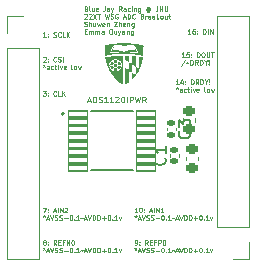
<source format=gto>
G04 #@! TF.GenerationSoftware,KiCad,Pcbnew,9.0.4*
G04 #@! TF.CreationDate,2025-12-19T16:33:40-05:00*
G04 #@! TF.ProjectId,ADS1120IPWR,41445331-3132-4304-9950-57522e6b6963,rev?*
G04 #@! TF.SameCoordinates,Original*
G04 #@! TF.FileFunction,Legend,Top*
G04 #@! TF.FilePolarity,Positive*
%FSLAX46Y46*%
G04 Gerber Fmt 4.6, Leading zero omitted, Abs format (unit mm)*
G04 Created by KiCad (PCBNEW 9.0.4) date 2025-12-19 16:33:40*
%MOMM*%
%LPD*%
G01*
G04 APERTURE LIST*
G04 Aperture macros list*
%AMRoundRect*
0 Rectangle with rounded corners*
0 $1 Rounding radius*
0 $2 $3 $4 $5 $6 $7 $8 $9 X,Y pos of 4 corners*
0 Add a 4 corners polygon primitive as box body*
4,1,4,$2,$3,$4,$5,$6,$7,$8,$9,$2,$3,0*
0 Add four circle primitives for the rounded corners*
1,1,$1+$1,$2,$3*
1,1,$1+$1,$4,$5*
1,1,$1+$1,$6,$7*
1,1,$1+$1,$8,$9*
0 Add four rect primitives between the rounded corners*
20,1,$1+$1,$2,$3,$4,$5,0*
20,1,$1+$1,$4,$5,$6,$7,0*
20,1,$1+$1,$6,$7,$8,$9,0*
20,1,$1+$1,$8,$9,$2,$3,0*%
G04 Aperture macros list end*
%ADD10C,0.100000*%
%ADD11C,0.150000*%
%ADD12C,0.120000*%
%ADD13C,0.127000*%
%ADD14C,0.200000*%
%ADD15C,0.000000*%
%ADD16C,1.700000*%
%ADD17R,1.700000X1.700000*%
%ADD18RoundRect,0.140000X0.170000X-0.140000X0.170000X0.140000X-0.170000X0.140000X-0.170000X-0.140000X0*%
%ADD19RoundRect,0.140000X-0.170000X0.140000X-0.170000X-0.140000X0.170000X-0.140000X0.170000X0.140000X0*%
%ADD20RoundRect,0.225000X0.250000X-0.225000X0.250000X0.225000X-0.250000X0.225000X-0.250000X-0.225000X0*%
%ADD21RoundRect,0.076750X-0.810250X-0.230250X0.810250X-0.230250X0.810250X0.230250X-0.810250X0.230250X0*%
%ADD22RoundRect,0.225000X-0.250000X0.225000X-0.250000X-0.225000X0.250000X-0.225000X0.250000X0.225000X0*%
G04 APERTURE END LIST*
D10*
X147122931Y-70151869D02*
X147389598Y-70151869D01*
X147389598Y-70151869D02*
X147218169Y-70551869D01*
X147541979Y-70513774D02*
X147561026Y-70532822D01*
X147561026Y-70532822D02*
X147541979Y-70551869D01*
X147541979Y-70551869D02*
X147522931Y-70532822D01*
X147522931Y-70532822D02*
X147541979Y-70513774D01*
X147541979Y-70513774D02*
X147541979Y-70551869D01*
X147541979Y-70304250D02*
X147561026Y-70323298D01*
X147561026Y-70323298D02*
X147541979Y-70342345D01*
X147541979Y-70342345D02*
X147522931Y-70323298D01*
X147522931Y-70323298D02*
X147541979Y-70304250D01*
X147541979Y-70304250D02*
X147541979Y-70342345D01*
X148018169Y-70437583D02*
X148208645Y-70437583D01*
X147980074Y-70551869D02*
X148113407Y-70151869D01*
X148113407Y-70151869D02*
X148246740Y-70551869D01*
X148380074Y-70551869D02*
X148380074Y-70151869D01*
X148570550Y-70551869D02*
X148570550Y-70151869D01*
X148570550Y-70151869D02*
X148799121Y-70551869D01*
X148799121Y-70551869D02*
X148799121Y-70151869D01*
X148970550Y-70189964D02*
X148989598Y-70170917D01*
X148989598Y-70170917D02*
X149027693Y-70151869D01*
X149027693Y-70151869D02*
X149122931Y-70151869D01*
X149122931Y-70151869D02*
X149161026Y-70170917D01*
X149161026Y-70170917D02*
X149180074Y-70189964D01*
X149180074Y-70189964D02*
X149199121Y-70228060D01*
X149199121Y-70228060D02*
X149199121Y-70266155D01*
X149199121Y-70266155D02*
X149180074Y-70323298D01*
X149180074Y-70323298D02*
X148951502Y-70551869D01*
X148951502Y-70551869D02*
X149199121Y-70551869D01*
X147218169Y-70795847D02*
X147218169Y-70891085D01*
X147122931Y-70852990D02*
X147218169Y-70891085D01*
X147218169Y-70891085D02*
X147313408Y-70852990D01*
X147161027Y-70967276D02*
X147218169Y-70891085D01*
X147218169Y-70891085D02*
X147275312Y-70967276D01*
X147446741Y-71081561D02*
X147637217Y-71081561D01*
X147408646Y-71195847D02*
X147541979Y-70795847D01*
X147541979Y-70795847D02*
X147675312Y-71195847D01*
X147751503Y-70795847D02*
X147884836Y-71195847D01*
X147884836Y-71195847D02*
X148018169Y-70795847D01*
X148132455Y-71176800D02*
X148189598Y-71195847D01*
X148189598Y-71195847D02*
X148284836Y-71195847D01*
X148284836Y-71195847D02*
X148322931Y-71176800D01*
X148322931Y-71176800D02*
X148341979Y-71157752D01*
X148341979Y-71157752D02*
X148361026Y-71119657D01*
X148361026Y-71119657D02*
X148361026Y-71081561D01*
X148361026Y-71081561D02*
X148341979Y-71043466D01*
X148341979Y-71043466D02*
X148322931Y-71024419D01*
X148322931Y-71024419D02*
X148284836Y-71005371D01*
X148284836Y-71005371D02*
X148208645Y-70986323D01*
X148208645Y-70986323D02*
X148170550Y-70967276D01*
X148170550Y-70967276D02*
X148151503Y-70948228D01*
X148151503Y-70948228D02*
X148132455Y-70910133D01*
X148132455Y-70910133D02*
X148132455Y-70872038D01*
X148132455Y-70872038D02*
X148151503Y-70833942D01*
X148151503Y-70833942D02*
X148170550Y-70814895D01*
X148170550Y-70814895D02*
X148208645Y-70795847D01*
X148208645Y-70795847D02*
X148303884Y-70795847D01*
X148303884Y-70795847D02*
X148361026Y-70814895D01*
X148513407Y-71176800D02*
X148570550Y-71195847D01*
X148570550Y-71195847D02*
X148665788Y-71195847D01*
X148665788Y-71195847D02*
X148703883Y-71176800D01*
X148703883Y-71176800D02*
X148722931Y-71157752D01*
X148722931Y-71157752D02*
X148741978Y-71119657D01*
X148741978Y-71119657D02*
X148741978Y-71081561D01*
X148741978Y-71081561D02*
X148722931Y-71043466D01*
X148722931Y-71043466D02*
X148703883Y-71024419D01*
X148703883Y-71024419D02*
X148665788Y-71005371D01*
X148665788Y-71005371D02*
X148589597Y-70986323D01*
X148589597Y-70986323D02*
X148551502Y-70967276D01*
X148551502Y-70967276D02*
X148532455Y-70948228D01*
X148532455Y-70948228D02*
X148513407Y-70910133D01*
X148513407Y-70910133D02*
X148513407Y-70872038D01*
X148513407Y-70872038D02*
X148532455Y-70833942D01*
X148532455Y-70833942D02*
X148551502Y-70814895D01*
X148551502Y-70814895D02*
X148589597Y-70795847D01*
X148589597Y-70795847D02*
X148684836Y-70795847D01*
X148684836Y-70795847D02*
X148741978Y-70814895D01*
X148913407Y-71043466D02*
X149218169Y-71043466D01*
X149484835Y-70795847D02*
X149522930Y-70795847D01*
X149522930Y-70795847D02*
X149561026Y-70814895D01*
X149561026Y-70814895D02*
X149580073Y-70833942D01*
X149580073Y-70833942D02*
X149599121Y-70872038D01*
X149599121Y-70872038D02*
X149618168Y-70948228D01*
X149618168Y-70948228D02*
X149618168Y-71043466D01*
X149618168Y-71043466D02*
X149599121Y-71119657D01*
X149599121Y-71119657D02*
X149580073Y-71157752D01*
X149580073Y-71157752D02*
X149561026Y-71176800D01*
X149561026Y-71176800D02*
X149522930Y-71195847D01*
X149522930Y-71195847D02*
X149484835Y-71195847D01*
X149484835Y-71195847D02*
X149446740Y-71176800D01*
X149446740Y-71176800D02*
X149427692Y-71157752D01*
X149427692Y-71157752D02*
X149408645Y-71119657D01*
X149408645Y-71119657D02*
X149389597Y-71043466D01*
X149389597Y-71043466D02*
X149389597Y-70948228D01*
X149389597Y-70948228D02*
X149408645Y-70872038D01*
X149408645Y-70872038D02*
X149427692Y-70833942D01*
X149427692Y-70833942D02*
X149446740Y-70814895D01*
X149446740Y-70814895D02*
X149484835Y-70795847D01*
X149789597Y-71157752D02*
X149808644Y-71176800D01*
X149808644Y-71176800D02*
X149789597Y-71195847D01*
X149789597Y-71195847D02*
X149770549Y-71176800D01*
X149770549Y-71176800D02*
X149789597Y-71157752D01*
X149789597Y-71157752D02*
X149789597Y-71195847D01*
X150189596Y-71195847D02*
X149961025Y-71195847D01*
X150075311Y-71195847D02*
X150075311Y-70795847D01*
X150075311Y-70795847D02*
X150037215Y-70852990D01*
X150037215Y-70852990D02*
X149999120Y-70891085D01*
X149999120Y-70891085D02*
X149961025Y-70910133D01*
X150303882Y-71043466D02*
X150322929Y-71024419D01*
X150322929Y-71024419D02*
X150361025Y-71005371D01*
X150361025Y-71005371D02*
X150437215Y-71043466D01*
X150437215Y-71043466D02*
X150475310Y-71024419D01*
X150475310Y-71024419D02*
X150494358Y-71005371D01*
X150627691Y-71081561D02*
X150818167Y-71081561D01*
X150589596Y-71195847D02*
X150722929Y-70795847D01*
X150722929Y-70795847D02*
X150856262Y-71195847D01*
X150932453Y-70795847D02*
X151065786Y-71195847D01*
X151065786Y-71195847D02*
X151199119Y-70795847D01*
X151332453Y-71195847D02*
X151332453Y-70795847D01*
X151332453Y-70795847D02*
X151427691Y-70795847D01*
X151427691Y-70795847D02*
X151484834Y-70814895D01*
X151484834Y-70814895D02*
X151522929Y-70852990D01*
X151522929Y-70852990D02*
X151541976Y-70891085D01*
X151541976Y-70891085D02*
X151561024Y-70967276D01*
X151561024Y-70967276D02*
X151561024Y-71024419D01*
X151561024Y-71024419D02*
X151541976Y-71100609D01*
X151541976Y-71100609D02*
X151522929Y-71138704D01*
X151522929Y-71138704D02*
X151484834Y-71176800D01*
X151484834Y-71176800D02*
X151427691Y-71195847D01*
X151427691Y-71195847D02*
X151332453Y-71195847D01*
X151732453Y-71195847D02*
X151732453Y-70795847D01*
X151732453Y-70795847D02*
X151827691Y-70795847D01*
X151827691Y-70795847D02*
X151884834Y-70814895D01*
X151884834Y-70814895D02*
X151922929Y-70852990D01*
X151922929Y-70852990D02*
X151941976Y-70891085D01*
X151941976Y-70891085D02*
X151961024Y-70967276D01*
X151961024Y-70967276D02*
X151961024Y-71024419D01*
X151961024Y-71024419D02*
X151941976Y-71100609D01*
X151941976Y-71100609D02*
X151922929Y-71138704D01*
X151922929Y-71138704D02*
X151884834Y-71176800D01*
X151884834Y-71176800D02*
X151827691Y-71195847D01*
X151827691Y-71195847D02*
X151732453Y-71195847D01*
X152132453Y-71043466D02*
X152437215Y-71043466D01*
X152284834Y-71195847D02*
X152284834Y-70891085D01*
X152703881Y-70795847D02*
X152741976Y-70795847D01*
X152741976Y-70795847D02*
X152780072Y-70814895D01*
X152780072Y-70814895D02*
X152799119Y-70833942D01*
X152799119Y-70833942D02*
X152818167Y-70872038D01*
X152818167Y-70872038D02*
X152837214Y-70948228D01*
X152837214Y-70948228D02*
X152837214Y-71043466D01*
X152837214Y-71043466D02*
X152818167Y-71119657D01*
X152818167Y-71119657D02*
X152799119Y-71157752D01*
X152799119Y-71157752D02*
X152780072Y-71176800D01*
X152780072Y-71176800D02*
X152741976Y-71195847D01*
X152741976Y-71195847D02*
X152703881Y-71195847D01*
X152703881Y-71195847D02*
X152665786Y-71176800D01*
X152665786Y-71176800D02*
X152646738Y-71157752D01*
X152646738Y-71157752D02*
X152627691Y-71119657D01*
X152627691Y-71119657D02*
X152608643Y-71043466D01*
X152608643Y-71043466D02*
X152608643Y-70948228D01*
X152608643Y-70948228D02*
X152627691Y-70872038D01*
X152627691Y-70872038D02*
X152646738Y-70833942D01*
X152646738Y-70833942D02*
X152665786Y-70814895D01*
X152665786Y-70814895D02*
X152703881Y-70795847D01*
X153008643Y-71157752D02*
X153027690Y-71176800D01*
X153027690Y-71176800D02*
X153008643Y-71195847D01*
X153008643Y-71195847D02*
X152989595Y-71176800D01*
X152989595Y-71176800D02*
X153008643Y-71157752D01*
X153008643Y-71157752D02*
X153008643Y-71195847D01*
X153408642Y-71195847D02*
X153180071Y-71195847D01*
X153294357Y-71195847D02*
X153294357Y-70795847D01*
X153294357Y-70795847D02*
X153256261Y-70852990D01*
X153256261Y-70852990D02*
X153218166Y-70891085D01*
X153218166Y-70891085D02*
X153180071Y-70910133D01*
X153541975Y-70929180D02*
X153637213Y-71195847D01*
X153637213Y-71195847D02*
X153732452Y-70929180D01*
X147218169Y-73073298D02*
X147180074Y-73054250D01*
X147180074Y-73054250D02*
X147161027Y-73035202D01*
X147161027Y-73035202D02*
X147141979Y-72997107D01*
X147141979Y-72997107D02*
X147141979Y-72978060D01*
X147141979Y-72978060D02*
X147161027Y-72939964D01*
X147161027Y-72939964D02*
X147180074Y-72920917D01*
X147180074Y-72920917D02*
X147218169Y-72901869D01*
X147218169Y-72901869D02*
X147294360Y-72901869D01*
X147294360Y-72901869D02*
X147332455Y-72920917D01*
X147332455Y-72920917D02*
X147351503Y-72939964D01*
X147351503Y-72939964D02*
X147370550Y-72978060D01*
X147370550Y-72978060D02*
X147370550Y-72997107D01*
X147370550Y-72997107D02*
X147351503Y-73035202D01*
X147351503Y-73035202D02*
X147332455Y-73054250D01*
X147332455Y-73054250D02*
X147294360Y-73073298D01*
X147294360Y-73073298D02*
X147218169Y-73073298D01*
X147218169Y-73073298D02*
X147180074Y-73092345D01*
X147180074Y-73092345D02*
X147161027Y-73111393D01*
X147161027Y-73111393D02*
X147141979Y-73149488D01*
X147141979Y-73149488D02*
X147141979Y-73225679D01*
X147141979Y-73225679D02*
X147161027Y-73263774D01*
X147161027Y-73263774D02*
X147180074Y-73282822D01*
X147180074Y-73282822D02*
X147218169Y-73301869D01*
X147218169Y-73301869D02*
X147294360Y-73301869D01*
X147294360Y-73301869D02*
X147332455Y-73282822D01*
X147332455Y-73282822D02*
X147351503Y-73263774D01*
X147351503Y-73263774D02*
X147370550Y-73225679D01*
X147370550Y-73225679D02*
X147370550Y-73149488D01*
X147370550Y-73149488D02*
X147351503Y-73111393D01*
X147351503Y-73111393D02*
X147332455Y-73092345D01*
X147332455Y-73092345D02*
X147294360Y-73073298D01*
X147541979Y-73263774D02*
X147561026Y-73282822D01*
X147561026Y-73282822D02*
X147541979Y-73301869D01*
X147541979Y-73301869D02*
X147522931Y-73282822D01*
X147522931Y-73282822D02*
X147541979Y-73263774D01*
X147541979Y-73263774D02*
X147541979Y-73301869D01*
X147541979Y-73054250D02*
X147561026Y-73073298D01*
X147561026Y-73073298D02*
X147541979Y-73092345D01*
X147541979Y-73092345D02*
X147522931Y-73073298D01*
X147522931Y-73073298D02*
X147541979Y-73054250D01*
X147541979Y-73054250D02*
X147541979Y-73092345D01*
X148265788Y-73301869D02*
X148132455Y-73111393D01*
X148037217Y-73301869D02*
X148037217Y-72901869D01*
X148037217Y-72901869D02*
X148189598Y-72901869D01*
X148189598Y-72901869D02*
X148227693Y-72920917D01*
X148227693Y-72920917D02*
X148246740Y-72939964D01*
X148246740Y-72939964D02*
X148265788Y-72978060D01*
X148265788Y-72978060D02*
X148265788Y-73035202D01*
X148265788Y-73035202D02*
X148246740Y-73073298D01*
X148246740Y-73073298D02*
X148227693Y-73092345D01*
X148227693Y-73092345D02*
X148189598Y-73111393D01*
X148189598Y-73111393D02*
X148037217Y-73111393D01*
X148437217Y-73092345D02*
X148570550Y-73092345D01*
X148627693Y-73301869D02*
X148437217Y-73301869D01*
X148437217Y-73301869D02*
X148437217Y-72901869D01*
X148437217Y-72901869D02*
X148627693Y-72901869D01*
X148932455Y-73092345D02*
X148799122Y-73092345D01*
X148799122Y-73301869D02*
X148799122Y-72901869D01*
X148799122Y-72901869D02*
X148989598Y-72901869D01*
X149141979Y-73301869D02*
X149141979Y-72901869D01*
X149141979Y-72901869D02*
X149370550Y-73301869D01*
X149370550Y-73301869D02*
X149370550Y-72901869D01*
X149637217Y-72901869D02*
X149675312Y-72901869D01*
X149675312Y-72901869D02*
X149713408Y-72920917D01*
X149713408Y-72920917D02*
X149732455Y-72939964D01*
X149732455Y-72939964D02*
X149751503Y-72978060D01*
X149751503Y-72978060D02*
X149770550Y-73054250D01*
X149770550Y-73054250D02*
X149770550Y-73149488D01*
X149770550Y-73149488D02*
X149751503Y-73225679D01*
X149751503Y-73225679D02*
X149732455Y-73263774D01*
X149732455Y-73263774D02*
X149713408Y-73282822D01*
X149713408Y-73282822D02*
X149675312Y-73301869D01*
X149675312Y-73301869D02*
X149637217Y-73301869D01*
X149637217Y-73301869D02*
X149599122Y-73282822D01*
X149599122Y-73282822D02*
X149580074Y-73263774D01*
X149580074Y-73263774D02*
X149561027Y-73225679D01*
X149561027Y-73225679D02*
X149541979Y-73149488D01*
X149541979Y-73149488D02*
X149541979Y-73054250D01*
X149541979Y-73054250D02*
X149561027Y-72978060D01*
X149561027Y-72978060D02*
X149580074Y-72939964D01*
X149580074Y-72939964D02*
X149599122Y-72920917D01*
X149599122Y-72920917D02*
X149637217Y-72901869D01*
X147218169Y-73545847D02*
X147218169Y-73641085D01*
X147122931Y-73602990D02*
X147218169Y-73641085D01*
X147218169Y-73641085D02*
X147313408Y-73602990D01*
X147161027Y-73717276D02*
X147218169Y-73641085D01*
X147218169Y-73641085D02*
X147275312Y-73717276D01*
X147446741Y-73831561D02*
X147637217Y-73831561D01*
X147408646Y-73945847D02*
X147541979Y-73545847D01*
X147541979Y-73545847D02*
X147675312Y-73945847D01*
X147751503Y-73545847D02*
X147884836Y-73945847D01*
X147884836Y-73945847D02*
X148018169Y-73545847D01*
X148132455Y-73926800D02*
X148189598Y-73945847D01*
X148189598Y-73945847D02*
X148284836Y-73945847D01*
X148284836Y-73945847D02*
X148322931Y-73926800D01*
X148322931Y-73926800D02*
X148341979Y-73907752D01*
X148341979Y-73907752D02*
X148361026Y-73869657D01*
X148361026Y-73869657D02*
X148361026Y-73831561D01*
X148361026Y-73831561D02*
X148341979Y-73793466D01*
X148341979Y-73793466D02*
X148322931Y-73774419D01*
X148322931Y-73774419D02*
X148284836Y-73755371D01*
X148284836Y-73755371D02*
X148208645Y-73736323D01*
X148208645Y-73736323D02*
X148170550Y-73717276D01*
X148170550Y-73717276D02*
X148151503Y-73698228D01*
X148151503Y-73698228D02*
X148132455Y-73660133D01*
X148132455Y-73660133D02*
X148132455Y-73622038D01*
X148132455Y-73622038D02*
X148151503Y-73583942D01*
X148151503Y-73583942D02*
X148170550Y-73564895D01*
X148170550Y-73564895D02*
X148208645Y-73545847D01*
X148208645Y-73545847D02*
X148303884Y-73545847D01*
X148303884Y-73545847D02*
X148361026Y-73564895D01*
X148513407Y-73926800D02*
X148570550Y-73945847D01*
X148570550Y-73945847D02*
X148665788Y-73945847D01*
X148665788Y-73945847D02*
X148703883Y-73926800D01*
X148703883Y-73926800D02*
X148722931Y-73907752D01*
X148722931Y-73907752D02*
X148741978Y-73869657D01*
X148741978Y-73869657D02*
X148741978Y-73831561D01*
X148741978Y-73831561D02*
X148722931Y-73793466D01*
X148722931Y-73793466D02*
X148703883Y-73774419D01*
X148703883Y-73774419D02*
X148665788Y-73755371D01*
X148665788Y-73755371D02*
X148589597Y-73736323D01*
X148589597Y-73736323D02*
X148551502Y-73717276D01*
X148551502Y-73717276D02*
X148532455Y-73698228D01*
X148532455Y-73698228D02*
X148513407Y-73660133D01*
X148513407Y-73660133D02*
X148513407Y-73622038D01*
X148513407Y-73622038D02*
X148532455Y-73583942D01*
X148532455Y-73583942D02*
X148551502Y-73564895D01*
X148551502Y-73564895D02*
X148589597Y-73545847D01*
X148589597Y-73545847D02*
X148684836Y-73545847D01*
X148684836Y-73545847D02*
X148741978Y-73564895D01*
X148913407Y-73793466D02*
X149218169Y-73793466D01*
X149484835Y-73545847D02*
X149522930Y-73545847D01*
X149522930Y-73545847D02*
X149561026Y-73564895D01*
X149561026Y-73564895D02*
X149580073Y-73583942D01*
X149580073Y-73583942D02*
X149599121Y-73622038D01*
X149599121Y-73622038D02*
X149618168Y-73698228D01*
X149618168Y-73698228D02*
X149618168Y-73793466D01*
X149618168Y-73793466D02*
X149599121Y-73869657D01*
X149599121Y-73869657D02*
X149580073Y-73907752D01*
X149580073Y-73907752D02*
X149561026Y-73926800D01*
X149561026Y-73926800D02*
X149522930Y-73945847D01*
X149522930Y-73945847D02*
X149484835Y-73945847D01*
X149484835Y-73945847D02*
X149446740Y-73926800D01*
X149446740Y-73926800D02*
X149427692Y-73907752D01*
X149427692Y-73907752D02*
X149408645Y-73869657D01*
X149408645Y-73869657D02*
X149389597Y-73793466D01*
X149389597Y-73793466D02*
X149389597Y-73698228D01*
X149389597Y-73698228D02*
X149408645Y-73622038D01*
X149408645Y-73622038D02*
X149427692Y-73583942D01*
X149427692Y-73583942D02*
X149446740Y-73564895D01*
X149446740Y-73564895D02*
X149484835Y-73545847D01*
X149789597Y-73907752D02*
X149808644Y-73926800D01*
X149808644Y-73926800D02*
X149789597Y-73945847D01*
X149789597Y-73945847D02*
X149770549Y-73926800D01*
X149770549Y-73926800D02*
X149789597Y-73907752D01*
X149789597Y-73907752D02*
X149789597Y-73945847D01*
X150189596Y-73945847D02*
X149961025Y-73945847D01*
X150075311Y-73945847D02*
X150075311Y-73545847D01*
X150075311Y-73545847D02*
X150037215Y-73602990D01*
X150037215Y-73602990D02*
X149999120Y-73641085D01*
X149999120Y-73641085D02*
X149961025Y-73660133D01*
X150303882Y-73793466D02*
X150322929Y-73774419D01*
X150322929Y-73774419D02*
X150361025Y-73755371D01*
X150361025Y-73755371D02*
X150437215Y-73793466D01*
X150437215Y-73793466D02*
X150475310Y-73774419D01*
X150475310Y-73774419D02*
X150494358Y-73755371D01*
X150627691Y-73831561D02*
X150818167Y-73831561D01*
X150589596Y-73945847D02*
X150722929Y-73545847D01*
X150722929Y-73545847D02*
X150856262Y-73945847D01*
X150932453Y-73545847D02*
X151065786Y-73945847D01*
X151065786Y-73945847D02*
X151199119Y-73545847D01*
X151332453Y-73945847D02*
X151332453Y-73545847D01*
X151332453Y-73545847D02*
X151427691Y-73545847D01*
X151427691Y-73545847D02*
X151484834Y-73564895D01*
X151484834Y-73564895D02*
X151522929Y-73602990D01*
X151522929Y-73602990D02*
X151541976Y-73641085D01*
X151541976Y-73641085D02*
X151561024Y-73717276D01*
X151561024Y-73717276D02*
X151561024Y-73774419D01*
X151561024Y-73774419D02*
X151541976Y-73850609D01*
X151541976Y-73850609D02*
X151522929Y-73888704D01*
X151522929Y-73888704D02*
X151484834Y-73926800D01*
X151484834Y-73926800D02*
X151427691Y-73945847D01*
X151427691Y-73945847D02*
X151332453Y-73945847D01*
X151732453Y-73945847D02*
X151732453Y-73545847D01*
X151732453Y-73545847D02*
X151827691Y-73545847D01*
X151827691Y-73545847D02*
X151884834Y-73564895D01*
X151884834Y-73564895D02*
X151922929Y-73602990D01*
X151922929Y-73602990D02*
X151941976Y-73641085D01*
X151941976Y-73641085D02*
X151961024Y-73717276D01*
X151961024Y-73717276D02*
X151961024Y-73774419D01*
X151961024Y-73774419D02*
X151941976Y-73850609D01*
X151941976Y-73850609D02*
X151922929Y-73888704D01*
X151922929Y-73888704D02*
X151884834Y-73926800D01*
X151884834Y-73926800D02*
X151827691Y-73945847D01*
X151827691Y-73945847D02*
X151732453Y-73945847D01*
X152132453Y-73793466D02*
X152437215Y-73793466D01*
X152284834Y-73945847D02*
X152284834Y-73641085D01*
X152703881Y-73545847D02*
X152741976Y-73545847D01*
X152741976Y-73545847D02*
X152780072Y-73564895D01*
X152780072Y-73564895D02*
X152799119Y-73583942D01*
X152799119Y-73583942D02*
X152818167Y-73622038D01*
X152818167Y-73622038D02*
X152837214Y-73698228D01*
X152837214Y-73698228D02*
X152837214Y-73793466D01*
X152837214Y-73793466D02*
X152818167Y-73869657D01*
X152818167Y-73869657D02*
X152799119Y-73907752D01*
X152799119Y-73907752D02*
X152780072Y-73926800D01*
X152780072Y-73926800D02*
X152741976Y-73945847D01*
X152741976Y-73945847D02*
X152703881Y-73945847D01*
X152703881Y-73945847D02*
X152665786Y-73926800D01*
X152665786Y-73926800D02*
X152646738Y-73907752D01*
X152646738Y-73907752D02*
X152627691Y-73869657D01*
X152627691Y-73869657D02*
X152608643Y-73793466D01*
X152608643Y-73793466D02*
X152608643Y-73698228D01*
X152608643Y-73698228D02*
X152627691Y-73622038D01*
X152627691Y-73622038D02*
X152646738Y-73583942D01*
X152646738Y-73583942D02*
X152665786Y-73564895D01*
X152665786Y-73564895D02*
X152703881Y-73545847D01*
X153008643Y-73907752D02*
X153027690Y-73926800D01*
X153027690Y-73926800D02*
X153008643Y-73945847D01*
X153008643Y-73945847D02*
X152989595Y-73926800D01*
X152989595Y-73926800D02*
X153008643Y-73907752D01*
X153008643Y-73907752D02*
X153008643Y-73945847D01*
X153408642Y-73945847D02*
X153180071Y-73945847D01*
X153294357Y-73945847D02*
X153294357Y-73545847D01*
X153294357Y-73545847D02*
X153256261Y-73602990D01*
X153256261Y-73602990D02*
X153218166Y-73641085D01*
X153218166Y-73641085D02*
X153180071Y-73660133D01*
X153541975Y-73679180D02*
X153637213Y-73945847D01*
X153637213Y-73945847D02*
X153732452Y-73679180D01*
X159620550Y-55445847D02*
X159391979Y-55445847D01*
X159506265Y-55445847D02*
X159506265Y-55045847D01*
X159506265Y-55045847D02*
X159468169Y-55102990D01*
X159468169Y-55102990D02*
X159430074Y-55141085D01*
X159430074Y-55141085D02*
X159391979Y-55160133D01*
X159963407Y-55045847D02*
X159887217Y-55045847D01*
X159887217Y-55045847D02*
X159849121Y-55064895D01*
X159849121Y-55064895D02*
X159830074Y-55083942D01*
X159830074Y-55083942D02*
X159791979Y-55141085D01*
X159791979Y-55141085D02*
X159772931Y-55217276D01*
X159772931Y-55217276D02*
X159772931Y-55369657D01*
X159772931Y-55369657D02*
X159791979Y-55407752D01*
X159791979Y-55407752D02*
X159811026Y-55426800D01*
X159811026Y-55426800D02*
X159849121Y-55445847D01*
X159849121Y-55445847D02*
X159925312Y-55445847D01*
X159925312Y-55445847D02*
X159963407Y-55426800D01*
X159963407Y-55426800D02*
X159982455Y-55407752D01*
X159982455Y-55407752D02*
X160001502Y-55369657D01*
X160001502Y-55369657D02*
X160001502Y-55274419D01*
X160001502Y-55274419D02*
X159982455Y-55236323D01*
X159982455Y-55236323D02*
X159963407Y-55217276D01*
X159963407Y-55217276D02*
X159925312Y-55198228D01*
X159925312Y-55198228D02*
X159849121Y-55198228D01*
X159849121Y-55198228D02*
X159811026Y-55217276D01*
X159811026Y-55217276D02*
X159791979Y-55236323D01*
X159791979Y-55236323D02*
X159772931Y-55274419D01*
X160172931Y-55407752D02*
X160191978Y-55426800D01*
X160191978Y-55426800D02*
X160172931Y-55445847D01*
X160172931Y-55445847D02*
X160153883Y-55426800D01*
X160153883Y-55426800D02*
X160172931Y-55407752D01*
X160172931Y-55407752D02*
X160172931Y-55445847D01*
X160172931Y-55198228D02*
X160191978Y-55217276D01*
X160191978Y-55217276D02*
X160172931Y-55236323D01*
X160172931Y-55236323D02*
X160153883Y-55217276D01*
X160153883Y-55217276D02*
X160172931Y-55198228D01*
X160172931Y-55198228D02*
X160172931Y-55236323D01*
X160668169Y-55445847D02*
X160668169Y-55045847D01*
X160668169Y-55045847D02*
X160763407Y-55045847D01*
X160763407Y-55045847D02*
X160820550Y-55064895D01*
X160820550Y-55064895D02*
X160858645Y-55102990D01*
X160858645Y-55102990D02*
X160877692Y-55141085D01*
X160877692Y-55141085D02*
X160896740Y-55217276D01*
X160896740Y-55217276D02*
X160896740Y-55274419D01*
X160896740Y-55274419D02*
X160877692Y-55350609D01*
X160877692Y-55350609D02*
X160858645Y-55388704D01*
X160858645Y-55388704D02*
X160820550Y-55426800D01*
X160820550Y-55426800D02*
X160763407Y-55445847D01*
X160763407Y-55445847D02*
X160668169Y-55445847D01*
X161068169Y-55445847D02*
X161068169Y-55045847D01*
X161258645Y-55445847D02*
X161258645Y-55045847D01*
X161258645Y-55045847D02*
X161487216Y-55445847D01*
X161487216Y-55445847D02*
X161487216Y-55045847D01*
X159120550Y-57407891D02*
X158891979Y-57407891D01*
X159006265Y-57407891D02*
X159006265Y-57007891D01*
X159006265Y-57007891D02*
X158968169Y-57065034D01*
X158968169Y-57065034D02*
X158930074Y-57103129D01*
X158930074Y-57103129D02*
X158891979Y-57122177D01*
X159482455Y-57007891D02*
X159291979Y-57007891D01*
X159291979Y-57007891D02*
X159272931Y-57198367D01*
X159272931Y-57198367D02*
X159291979Y-57179320D01*
X159291979Y-57179320D02*
X159330074Y-57160272D01*
X159330074Y-57160272D02*
X159425312Y-57160272D01*
X159425312Y-57160272D02*
X159463407Y-57179320D01*
X159463407Y-57179320D02*
X159482455Y-57198367D01*
X159482455Y-57198367D02*
X159501502Y-57236463D01*
X159501502Y-57236463D02*
X159501502Y-57331701D01*
X159501502Y-57331701D02*
X159482455Y-57369796D01*
X159482455Y-57369796D02*
X159463407Y-57388844D01*
X159463407Y-57388844D02*
X159425312Y-57407891D01*
X159425312Y-57407891D02*
X159330074Y-57407891D01*
X159330074Y-57407891D02*
X159291979Y-57388844D01*
X159291979Y-57388844D02*
X159272931Y-57369796D01*
X159672931Y-57369796D02*
X159691978Y-57388844D01*
X159691978Y-57388844D02*
X159672931Y-57407891D01*
X159672931Y-57407891D02*
X159653883Y-57388844D01*
X159653883Y-57388844D02*
X159672931Y-57369796D01*
X159672931Y-57369796D02*
X159672931Y-57407891D01*
X159672931Y-57160272D02*
X159691978Y-57179320D01*
X159691978Y-57179320D02*
X159672931Y-57198367D01*
X159672931Y-57198367D02*
X159653883Y-57179320D01*
X159653883Y-57179320D02*
X159672931Y-57160272D01*
X159672931Y-57160272D02*
X159672931Y-57198367D01*
X160168169Y-57407891D02*
X160168169Y-57007891D01*
X160168169Y-57007891D02*
X160263407Y-57007891D01*
X160263407Y-57007891D02*
X160320550Y-57026939D01*
X160320550Y-57026939D02*
X160358645Y-57065034D01*
X160358645Y-57065034D02*
X160377692Y-57103129D01*
X160377692Y-57103129D02*
X160396740Y-57179320D01*
X160396740Y-57179320D02*
X160396740Y-57236463D01*
X160396740Y-57236463D02*
X160377692Y-57312653D01*
X160377692Y-57312653D02*
X160358645Y-57350748D01*
X160358645Y-57350748D02*
X160320550Y-57388844D01*
X160320550Y-57388844D02*
X160263407Y-57407891D01*
X160263407Y-57407891D02*
X160168169Y-57407891D01*
X160644359Y-57007891D02*
X160720550Y-57007891D01*
X160720550Y-57007891D02*
X160758645Y-57026939D01*
X160758645Y-57026939D02*
X160796740Y-57065034D01*
X160796740Y-57065034D02*
X160815788Y-57141224D01*
X160815788Y-57141224D02*
X160815788Y-57274558D01*
X160815788Y-57274558D02*
X160796740Y-57350748D01*
X160796740Y-57350748D02*
X160758645Y-57388844D01*
X160758645Y-57388844D02*
X160720550Y-57407891D01*
X160720550Y-57407891D02*
X160644359Y-57407891D01*
X160644359Y-57407891D02*
X160606264Y-57388844D01*
X160606264Y-57388844D02*
X160568169Y-57350748D01*
X160568169Y-57350748D02*
X160549121Y-57274558D01*
X160549121Y-57274558D02*
X160549121Y-57141224D01*
X160549121Y-57141224D02*
X160568169Y-57065034D01*
X160568169Y-57065034D02*
X160606264Y-57026939D01*
X160606264Y-57026939D02*
X160644359Y-57007891D01*
X160987217Y-57007891D02*
X160987217Y-57331701D01*
X160987217Y-57331701D02*
X161006264Y-57369796D01*
X161006264Y-57369796D02*
X161025312Y-57388844D01*
X161025312Y-57388844D02*
X161063407Y-57407891D01*
X161063407Y-57407891D02*
X161139598Y-57407891D01*
X161139598Y-57407891D02*
X161177693Y-57388844D01*
X161177693Y-57388844D02*
X161196740Y-57369796D01*
X161196740Y-57369796D02*
X161215788Y-57331701D01*
X161215788Y-57331701D02*
X161215788Y-57007891D01*
X161349122Y-57007891D02*
X161577693Y-57007891D01*
X161463407Y-57407891D02*
X161463407Y-57007891D01*
X159196741Y-57632822D02*
X158853884Y-58147107D01*
X159272932Y-57899488D02*
X159291979Y-57880441D01*
X159291979Y-57880441D02*
X159330075Y-57861393D01*
X159330075Y-57861393D02*
X159406265Y-57899488D01*
X159406265Y-57899488D02*
X159444360Y-57880441D01*
X159444360Y-57880441D02*
X159463408Y-57861393D01*
X159615789Y-58051869D02*
X159615789Y-57651869D01*
X159615789Y-57651869D02*
X159711027Y-57651869D01*
X159711027Y-57651869D02*
X159768170Y-57670917D01*
X159768170Y-57670917D02*
X159806265Y-57709012D01*
X159806265Y-57709012D02*
X159825312Y-57747107D01*
X159825312Y-57747107D02*
X159844360Y-57823298D01*
X159844360Y-57823298D02*
X159844360Y-57880441D01*
X159844360Y-57880441D02*
X159825312Y-57956631D01*
X159825312Y-57956631D02*
X159806265Y-57994726D01*
X159806265Y-57994726D02*
X159768170Y-58032822D01*
X159768170Y-58032822D02*
X159711027Y-58051869D01*
X159711027Y-58051869D02*
X159615789Y-58051869D01*
X160244360Y-58051869D02*
X160111027Y-57861393D01*
X160015789Y-58051869D02*
X160015789Y-57651869D01*
X160015789Y-57651869D02*
X160168170Y-57651869D01*
X160168170Y-57651869D02*
X160206265Y-57670917D01*
X160206265Y-57670917D02*
X160225312Y-57689964D01*
X160225312Y-57689964D02*
X160244360Y-57728060D01*
X160244360Y-57728060D02*
X160244360Y-57785202D01*
X160244360Y-57785202D02*
X160225312Y-57823298D01*
X160225312Y-57823298D02*
X160206265Y-57842345D01*
X160206265Y-57842345D02*
X160168170Y-57861393D01*
X160168170Y-57861393D02*
X160015789Y-57861393D01*
X160415789Y-58051869D02*
X160415789Y-57651869D01*
X160415789Y-57651869D02*
X160511027Y-57651869D01*
X160511027Y-57651869D02*
X160568170Y-57670917D01*
X160568170Y-57670917D02*
X160606265Y-57709012D01*
X160606265Y-57709012D02*
X160625312Y-57747107D01*
X160625312Y-57747107D02*
X160644360Y-57823298D01*
X160644360Y-57823298D02*
X160644360Y-57880441D01*
X160644360Y-57880441D02*
X160625312Y-57956631D01*
X160625312Y-57956631D02*
X160606265Y-57994726D01*
X160606265Y-57994726D02*
X160568170Y-58032822D01*
X160568170Y-58032822D02*
X160511027Y-58051869D01*
X160511027Y-58051869D02*
X160415789Y-58051869D01*
X160891979Y-57861393D02*
X160891979Y-58051869D01*
X160758646Y-57651869D02*
X160891979Y-57861393D01*
X160891979Y-57861393D02*
X161025312Y-57651869D01*
X161158646Y-58013774D02*
X161177693Y-58032822D01*
X161177693Y-58032822D02*
X161158646Y-58051869D01*
X161158646Y-58051869D02*
X161139598Y-58032822D01*
X161139598Y-58032822D02*
X161158646Y-58013774D01*
X161158646Y-58013774D02*
X161158646Y-58051869D01*
X161158646Y-57899488D02*
X161139598Y-57670917D01*
X161139598Y-57670917D02*
X161158646Y-57651869D01*
X161158646Y-57651869D02*
X161177693Y-57670917D01*
X161177693Y-57670917D02*
X161158646Y-57899488D01*
X161158646Y-57899488D02*
X161158646Y-57651869D01*
X150794360Y-53304389D02*
X150851503Y-53323437D01*
X150851503Y-53323437D02*
X150870550Y-53342485D01*
X150870550Y-53342485D02*
X150889598Y-53380580D01*
X150889598Y-53380580D02*
X150889598Y-53437723D01*
X150889598Y-53437723D02*
X150870550Y-53475818D01*
X150870550Y-53475818D02*
X150851503Y-53494866D01*
X150851503Y-53494866D02*
X150813408Y-53513913D01*
X150813408Y-53513913D02*
X150661027Y-53513913D01*
X150661027Y-53513913D02*
X150661027Y-53113913D01*
X150661027Y-53113913D02*
X150794360Y-53113913D01*
X150794360Y-53113913D02*
X150832455Y-53132961D01*
X150832455Y-53132961D02*
X150851503Y-53152008D01*
X150851503Y-53152008D02*
X150870550Y-53190104D01*
X150870550Y-53190104D02*
X150870550Y-53228199D01*
X150870550Y-53228199D02*
X150851503Y-53266294D01*
X150851503Y-53266294D02*
X150832455Y-53285342D01*
X150832455Y-53285342D02*
X150794360Y-53304389D01*
X150794360Y-53304389D02*
X150661027Y-53304389D01*
X151118169Y-53513913D02*
X151080074Y-53494866D01*
X151080074Y-53494866D02*
X151061027Y-53456770D01*
X151061027Y-53456770D02*
X151061027Y-53113913D01*
X151441979Y-53247246D02*
X151441979Y-53513913D01*
X151270551Y-53247246D02*
X151270551Y-53456770D01*
X151270551Y-53456770D02*
X151289598Y-53494866D01*
X151289598Y-53494866D02*
X151327693Y-53513913D01*
X151327693Y-53513913D02*
X151384836Y-53513913D01*
X151384836Y-53513913D02*
X151422932Y-53494866D01*
X151422932Y-53494866D02*
X151441979Y-53475818D01*
X151784837Y-53494866D02*
X151746741Y-53513913D01*
X151746741Y-53513913D02*
X151670551Y-53513913D01*
X151670551Y-53513913D02*
X151632456Y-53494866D01*
X151632456Y-53494866D02*
X151613408Y-53456770D01*
X151613408Y-53456770D02*
X151613408Y-53304389D01*
X151613408Y-53304389D02*
X151632456Y-53266294D01*
X151632456Y-53266294D02*
X151670551Y-53247246D01*
X151670551Y-53247246D02*
X151746741Y-53247246D01*
X151746741Y-53247246D02*
X151784837Y-53266294D01*
X151784837Y-53266294D02*
X151803884Y-53304389D01*
X151803884Y-53304389D02*
X151803884Y-53342485D01*
X151803884Y-53342485D02*
X151613408Y-53380580D01*
X152394360Y-53113913D02*
X152394360Y-53399627D01*
X152394360Y-53399627D02*
X152375313Y-53456770D01*
X152375313Y-53456770D02*
X152337217Y-53494866D01*
X152337217Y-53494866D02*
X152280075Y-53513913D01*
X152280075Y-53513913D02*
X152241979Y-53513913D01*
X152756265Y-53513913D02*
X152756265Y-53304389D01*
X152756265Y-53304389D02*
X152737218Y-53266294D01*
X152737218Y-53266294D02*
X152699122Y-53247246D01*
X152699122Y-53247246D02*
X152622932Y-53247246D01*
X152622932Y-53247246D02*
X152584837Y-53266294D01*
X152756265Y-53494866D02*
X152718170Y-53513913D01*
X152718170Y-53513913D02*
X152622932Y-53513913D01*
X152622932Y-53513913D02*
X152584837Y-53494866D01*
X152584837Y-53494866D02*
X152565789Y-53456770D01*
X152565789Y-53456770D02*
X152565789Y-53418675D01*
X152565789Y-53418675D02*
X152584837Y-53380580D01*
X152584837Y-53380580D02*
X152622932Y-53361532D01*
X152622932Y-53361532D02*
X152718170Y-53361532D01*
X152718170Y-53361532D02*
X152756265Y-53342485D01*
X152908646Y-53247246D02*
X153003884Y-53513913D01*
X153099123Y-53247246D02*
X153003884Y-53513913D01*
X153003884Y-53513913D02*
X152965789Y-53609151D01*
X152965789Y-53609151D02*
X152946742Y-53628199D01*
X152946742Y-53628199D02*
X152908646Y-53647246D01*
X153784837Y-53513913D02*
X153651504Y-53323437D01*
X153556266Y-53513913D02*
X153556266Y-53113913D01*
X153556266Y-53113913D02*
X153708647Y-53113913D01*
X153708647Y-53113913D02*
X153746742Y-53132961D01*
X153746742Y-53132961D02*
X153765789Y-53152008D01*
X153765789Y-53152008D02*
X153784837Y-53190104D01*
X153784837Y-53190104D02*
X153784837Y-53247246D01*
X153784837Y-53247246D02*
X153765789Y-53285342D01*
X153765789Y-53285342D02*
X153746742Y-53304389D01*
X153746742Y-53304389D02*
X153708647Y-53323437D01*
X153708647Y-53323437D02*
X153556266Y-53323437D01*
X154127694Y-53513913D02*
X154127694Y-53304389D01*
X154127694Y-53304389D02*
X154108647Y-53266294D01*
X154108647Y-53266294D02*
X154070551Y-53247246D01*
X154070551Y-53247246D02*
X153994361Y-53247246D01*
X153994361Y-53247246D02*
X153956266Y-53266294D01*
X154127694Y-53494866D02*
X154089599Y-53513913D01*
X154089599Y-53513913D02*
X153994361Y-53513913D01*
X153994361Y-53513913D02*
X153956266Y-53494866D01*
X153956266Y-53494866D02*
X153937218Y-53456770D01*
X153937218Y-53456770D02*
X153937218Y-53418675D01*
X153937218Y-53418675D02*
X153956266Y-53380580D01*
X153956266Y-53380580D02*
X153994361Y-53361532D01*
X153994361Y-53361532D02*
X154089599Y-53361532D01*
X154089599Y-53361532D02*
X154127694Y-53342485D01*
X154489599Y-53494866D02*
X154451504Y-53513913D01*
X154451504Y-53513913D02*
X154375313Y-53513913D01*
X154375313Y-53513913D02*
X154337218Y-53494866D01*
X154337218Y-53494866D02*
X154318171Y-53475818D01*
X154318171Y-53475818D02*
X154299123Y-53437723D01*
X154299123Y-53437723D02*
X154299123Y-53323437D01*
X154299123Y-53323437D02*
X154318171Y-53285342D01*
X154318171Y-53285342D02*
X154337218Y-53266294D01*
X154337218Y-53266294D02*
X154375313Y-53247246D01*
X154375313Y-53247246D02*
X154451504Y-53247246D01*
X154451504Y-53247246D02*
X154489599Y-53266294D01*
X154661028Y-53513913D02*
X154661028Y-53247246D01*
X154661028Y-53113913D02*
X154641980Y-53132961D01*
X154641980Y-53132961D02*
X154661028Y-53152008D01*
X154661028Y-53152008D02*
X154680075Y-53132961D01*
X154680075Y-53132961D02*
X154661028Y-53113913D01*
X154661028Y-53113913D02*
X154661028Y-53152008D01*
X154851504Y-53247246D02*
X154851504Y-53513913D01*
X154851504Y-53285342D02*
X154870551Y-53266294D01*
X154870551Y-53266294D02*
X154908646Y-53247246D01*
X154908646Y-53247246D02*
X154965789Y-53247246D01*
X154965789Y-53247246D02*
X155003885Y-53266294D01*
X155003885Y-53266294D02*
X155022932Y-53304389D01*
X155022932Y-53304389D02*
X155022932Y-53513913D01*
X155384837Y-53247246D02*
X155384837Y-53571056D01*
X155384837Y-53571056D02*
X155365790Y-53609151D01*
X155365790Y-53609151D02*
X155346742Y-53628199D01*
X155346742Y-53628199D02*
X155308647Y-53647246D01*
X155308647Y-53647246D02*
X155251504Y-53647246D01*
X155251504Y-53647246D02*
X155213409Y-53628199D01*
X155384837Y-53494866D02*
X155346742Y-53513913D01*
X155346742Y-53513913D02*
X155270551Y-53513913D01*
X155270551Y-53513913D02*
X155232456Y-53494866D01*
X155232456Y-53494866D02*
X155213409Y-53475818D01*
X155213409Y-53475818D02*
X155194361Y-53437723D01*
X155194361Y-53437723D02*
X155194361Y-53323437D01*
X155194361Y-53323437D02*
X155213409Y-53285342D01*
X155213409Y-53285342D02*
X155232456Y-53266294D01*
X155232456Y-53266294D02*
X155270551Y-53247246D01*
X155270551Y-53247246D02*
X155346742Y-53247246D01*
X155346742Y-53247246D02*
X155384837Y-53266294D01*
X156127695Y-53323437D02*
X156108647Y-53304389D01*
X156108647Y-53304389D02*
X156070552Y-53285342D01*
X156070552Y-53285342D02*
X156032457Y-53285342D01*
X156032457Y-53285342D02*
X155994361Y-53304389D01*
X155994361Y-53304389D02*
X155975314Y-53323437D01*
X155975314Y-53323437D02*
X155956266Y-53361532D01*
X155956266Y-53361532D02*
X155956266Y-53399627D01*
X155956266Y-53399627D02*
X155975314Y-53437723D01*
X155975314Y-53437723D02*
X155994361Y-53456770D01*
X155994361Y-53456770D02*
X156032457Y-53475818D01*
X156032457Y-53475818D02*
X156070552Y-53475818D01*
X156070552Y-53475818D02*
X156108647Y-53456770D01*
X156108647Y-53456770D02*
X156127695Y-53437723D01*
X156127695Y-53285342D02*
X156127695Y-53437723D01*
X156127695Y-53437723D02*
X156146742Y-53456770D01*
X156146742Y-53456770D02*
X156165790Y-53456770D01*
X156165790Y-53456770D02*
X156203885Y-53437723D01*
X156203885Y-53437723D02*
X156222933Y-53399627D01*
X156222933Y-53399627D02*
X156222933Y-53304389D01*
X156222933Y-53304389D02*
X156184838Y-53247246D01*
X156184838Y-53247246D02*
X156127695Y-53209151D01*
X156127695Y-53209151D02*
X156051504Y-53190104D01*
X156051504Y-53190104D02*
X155975314Y-53209151D01*
X155975314Y-53209151D02*
X155918171Y-53247246D01*
X155918171Y-53247246D02*
X155880076Y-53304389D01*
X155880076Y-53304389D02*
X155861028Y-53380580D01*
X155861028Y-53380580D02*
X155880076Y-53456770D01*
X155880076Y-53456770D02*
X155918171Y-53513913D01*
X155918171Y-53513913D02*
X155975314Y-53552008D01*
X155975314Y-53552008D02*
X156051504Y-53571056D01*
X156051504Y-53571056D02*
X156127695Y-53552008D01*
X156127695Y-53552008D02*
X156184838Y-53513913D01*
X156813409Y-53113913D02*
X156813409Y-53399627D01*
X156813409Y-53399627D02*
X156794362Y-53456770D01*
X156794362Y-53456770D02*
X156756266Y-53494866D01*
X156756266Y-53494866D02*
X156699124Y-53513913D01*
X156699124Y-53513913D02*
X156661028Y-53513913D01*
X157003886Y-53513913D02*
X157003886Y-53113913D01*
X157003886Y-53304389D02*
X157232457Y-53304389D01*
X157232457Y-53513913D02*
X157232457Y-53113913D01*
X157422934Y-53113913D02*
X157422934Y-53437723D01*
X157422934Y-53437723D02*
X157441981Y-53475818D01*
X157441981Y-53475818D02*
X157461029Y-53494866D01*
X157461029Y-53494866D02*
X157499124Y-53513913D01*
X157499124Y-53513913D02*
X157575315Y-53513913D01*
X157575315Y-53513913D02*
X157613410Y-53494866D01*
X157613410Y-53494866D02*
X157632457Y-53475818D01*
X157632457Y-53475818D02*
X157651505Y-53437723D01*
X157651505Y-53437723D02*
X157651505Y-53113913D01*
X150641979Y-53795986D02*
X150661027Y-53776939D01*
X150661027Y-53776939D02*
X150699122Y-53757891D01*
X150699122Y-53757891D02*
X150794360Y-53757891D01*
X150794360Y-53757891D02*
X150832455Y-53776939D01*
X150832455Y-53776939D02*
X150851503Y-53795986D01*
X150851503Y-53795986D02*
X150870550Y-53834082D01*
X150870550Y-53834082D02*
X150870550Y-53872177D01*
X150870550Y-53872177D02*
X150851503Y-53929320D01*
X150851503Y-53929320D02*
X150622931Y-54157891D01*
X150622931Y-54157891D02*
X150870550Y-54157891D01*
X151022931Y-53795986D02*
X151041979Y-53776939D01*
X151041979Y-53776939D02*
X151080074Y-53757891D01*
X151080074Y-53757891D02*
X151175312Y-53757891D01*
X151175312Y-53757891D02*
X151213407Y-53776939D01*
X151213407Y-53776939D02*
X151232455Y-53795986D01*
X151232455Y-53795986D02*
X151251502Y-53834082D01*
X151251502Y-53834082D02*
X151251502Y-53872177D01*
X151251502Y-53872177D02*
X151232455Y-53929320D01*
X151232455Y-53929320D02*
X151003883Y-54157891D01*
X151003883Y-54157891D02*
X151251502Y-54157891D01*
X151384835Y-53757891D02*
X151651502Y-54157891D01*
X151651502Y-53757891D02*
X151384835Y-54157891D01*
X151746740Y-53757891D02*
X151975311Y-53757891D01*
X151861025Y-54157891D02*
X151861025Y-53757891D01*
X152375311Y-53757891D02*
X152470549Y-54157891D01*
X152470549Y-54157891D02*
X152546740Y-53872177D01*
X152546740Y-53872177D02*
X152622930Y-54157891D01*
X152622930Y-54157891D02*
X152718169Y-53757891D01*
X152851502Y-54138844D02*
X152908645Y-54157891D01*
X152908645Y-54157891D02*
X153003883Y-54157891D01*
X153003883Y-54157891D02*
X153041978Y-54138844D01*
X153041978Y-54138844D02*
X153061026Y-54119796D01*
X153061026Y-54119796D02*
X153080073Y-54081701D01*
X153080073Y-54081701D02*
X153080073Y-54043605D01*
X153080073Y-54043605D02*
X153061026Y-54005510D01*
X153061026Y-54005510D02*
X153041978Y-53986463D01*
X153041978Y-53986463D02*
X153003883Y-53967415D01*
X153003883Y-53967415D02*
X152927692Y-53948367D01*
X152927692Y-53948367D02*
X152889597Y-53929320D01*
X152889597Y-53929320D02*
X152870550Y-53910272D01*
X152870550Y-53910272D02*
X152851502Y-53872177D01*
X152851502Y-53872177D02*
X152851502Y-53834082D01*
X152851502Y-53834082D02*
X152870550Y-53795986D01*
X152870550Y-53795986D02*
X152889597Y-53776939D01*
X152889597Y-53776939D02*
X152927692Y-53757891D01*
X152927692Y-53757891D02*
X153022931Y-53757891D01*
X153022931Y-53757891D02*
X153080073Y-53776939D01*
X153461025Y-53776939D02*
X153422930Y-53757891D01*
X153422930Y-53757891D02*
X153365787Y-53757891D01*
X153365787Y-53757891D02*
X153308644Y-53776939D01*
X153308644Y-53776939D02*
X153270549Y-53815034D01*
X153270549Y-53815034D02*
X153251502Y-53853129D01*
X153251502Y-53853129D02*
X153232454Y-53929320D01*
X153232454Y-53929320D02*
X153232454Y-53986463D01*
X153232454Y-53986463D02*
X153251502Y-54062653D01*
X153251502Y-54062653D02*
X153270549Y-54100748D01*
X153270549Y-54100748D02*
X153308644Y-54138844D01*
X153308644Y-54138844D02*
X153365787Y-54157891D01*
X153365787Y-54157891D02*
X153403883Y-54157891D01*
X153403883Y-54157891D02*
X153461025Y-54138844D01*
X153461025Y-54138844D02*
X153480073Y-54119796D01*
X153480073Y-54119796D02*
X153480073Y-53986463D01*
X153480073Y-53986463D02*
X153403883Y-53986463D01*
X153937216Y-54043605D02*
X154127692Y-54043605D01*
X153899121Y-54157891D02*
X154032454Y-53757891D01*
X154032454Y-53757891D02*
X154165787Y-54157891D01*
X154299121Y-54157891D02*
X154299121Y-53757891D01*
X154299121Y-53757891D02*
X154394359Y-53757891D01*
X154394359Y-53757891D02*
X154451502Y-53776939D01*
X154451502Y-53776939D02*
X154489597Y-53815034D01*
X154489597Y-53815034D02*
X154508644Y-53853129D01*
X154508644Y-53853129D02*
X154527692Y-53929320D01*
X154527692Y-53929320D02*
X154527692Y-53986463D01*
X154527692Y-53986463D02*
X154508644Y-54062653D01*
X154508644Y-54062653D02*
X154489597Y-54100748D01*
X154489597Y-54100748D02*
X154451502Y-54138844D01*
X154451502Y-54138844D02*
X154394359Y-54157891D01*
X154394359Y-54157891D02*
X154299121Y-54157891D01*
X154927692Y-54119796D02*
X154908644Y-54138844D01*
X154908644Y-54138844D02*
X154851502Y-54157891D01*
X154851502Y-54157891D02*
X154813406Y-54157891D01*
X154813406Y-54157891D02*
X154756263Y-54138844D01*
X154756263Y-54138844D02*
X154718168Y-54100748D01*
X154718168Y-54100748D02*
X154699121Y-54062653D01*
X154699121Y-54062653D02*
X154680073Y-53986463D01*
X154680073Y-53986463D02*
X154680073Y-53929320D01*
X154680073Y-53929320D02*
X154699121Y-53853129D01*
X154699121Y-53853129D02*
X154718168Y-53815034D01*
X154718168Y-53815034D02*
X154756263Y-53776939D01*
X154756263Y-53776939D02*
X154813406Y-53757891D01*
X154813406Y-53757891D02*
X154851502Y-53757891D01*
X154851502Y-53757891D02*
X154908644Y-53776939D01*
X154908644Y-53776939D02*
X154927692Y-53795986D01*
X155537216Y-53948367D02*
X155594359Y-53967415D01*
X155594359Y-53967415D02*
X155613406Y-53986463D01*
X155613406Y-53986463D02*
X155632454Y-54024558D01*
X155632454Y-54024558D02*
X155632454Y-54081701D01*
X155632454Y-54081701D02*
X155613406Y-54119796D01*
X155613406Y-54119796D02*
X155594359Y-54138844D01*
X155594359Y-54138844D02*
X155556264Y-54157891D01*
X155556264Y-54157891D02*
X155403883Y-54157891D01*
X155403883Y-54157891D02*
X155403883Y-53757891D01*
X155403883Y-53757891D02*
X155537216Y-53757891D01*
X155537216Y-53757891D02*
X155575311Y-53776939D01*
X155575311Y-53776939D02*
X155594359Y-53795986D01*
X155594359Y-53795986D02*
X155613406Y-53834082D01*
X155613406Y-53834082D02*
X155613406Y-53872177D01*
X155613406Y-53872177D02*
X155594359Y-53910272D01*
X155594359Y-53910272D02*
X155575311Y-53929320D01*
X155575311Y-53929320D02*
X155537216Y-53948367D01*
X155537216Y-53948367D02*
X155403883Y-53948367D01*
X155803883Y-54157891D02*
X155803883Y-53891224D01*
X155803883Y-53967415D02*
X155822930Y-53929320D01*
X155822930Y-53929320D02*
X155841978Y-53910272D01*
X155841978Y-53910272D02*
X155880073Y-53891224D01*
X155880073Y-53891224D02*
X155918168Y-53891224D01*
X156203883Y-54138844D02*
X156165787Y-54157891D01*
X156165787Y-54157891D02*
X156089597Y-54157891D01*
X156089597Y-54157891D02*
X156051502Y-54138844D01*
X156051502Y-54138844D02*
X156032454Y-54100748D01*
X156032454Y-54100748D02*
X156032454Y-53948367D01*
X156032454Y-53948367D02*
X156051502Y-53910272D01*
X156051502Y-53910272D02*
X156089597Y-53891224D01*
X156089597Y-53891224D02*
X156165787Y-53891224D01*
X156165787Y-53891224D02*
X156203883Y-53910272D01*
X156203883Y-53910272D02*
X156222930Y-53948367D01*
X156222930Y-53948367D02*
X156222930Y-53986463D01*
X156222930Y-53986463D02*
X156032454Y-54024558D01*
X156565787Y-54157891D02*
X156565787Y-53948367D01*
X156565787Y-53948367D02*
X156546740Y-53910272D01*
X156546740Y-53910272D02*
X156508644Y-53891224D01*
X156508644Y-53891224D02*
X156432454Y-53891224D01*
X156432454Y-53891224D02*
X156394359Y-53910272D01*
X156565787Y-54138844D02*
X156527692Y-54157891D01*
X156527692Y-54157891D02*
X156432454Y-54157891D01*
X156432454Y-54157891D02*
X156394359Y-54138844D01*
X156394359Y-54138844D02*
X156375311Y-54100748D01*
X156375311Y-54100748D02*
X156375311Y-54062653D01*
X156375311Y-54062653D02*
X156394359Y-54024558D01*
X156394359Y-54024558D02*
X156432454Y-54005510D01*
X156432454Y-54005510D02*
X156527692Y-54005510D01*
X156527692Y-54005510D02*
X156565787Y-53986463D01*
X156756264Y-54157891D02*
X156756264Y-53757891D01*
X156794359Y-54005510D02*
X156908645Y-54157891D01*
X156908645Y-53891224D02*
X156756264Y-54043605D01*
X157137216Y-54157891D02*
X157099121Y-54138844D01*
X157099121Y-54138844D02*
X157080074Y-54119796D01*
X157080074Y-54119796D02*
X157061026Y-54081701D01*
X157061026Y-54081701D02*
X157061026Y-53967415D01*
X157061026Y-53967415D02*
X157080074Y-53929320D01*
X157080074Y-53929320D02*
X157099121Y-53910272D01*
X157099121Y-53910272D02*
X157137216Y-53891224D01*
X157137216Y-53891224D02*
X157194359Y-53891224D01*
X157194359Y-53891224D02*
X157232455Y-53910272D01*
X157232455Y-53910272D02*
X157251502Y-53929320D01*
X157251502Y-53929320D02*
X157270550Y-53967415D01*
X157270550Y-53967415D02*
X157270550Y-54081701D01*
X157270550Y-54081701D02*
X157251502Y-54119796D01*
X157251502Y-54119796D02*
X157232455Y-54138844D01*
X157232455Y-54138844D02*
X157194359Y-54157891D01*
X157194359Y-54157891D02*
X157137216Y-54157891D01*
X157613407Y-53891224D02*
X157613407Y-54157891D01*
X157441979Y-53891224D02*
X157441979Y-54100748D01*
X157441979Y-54100748D02*
X157461026Y-54138844D01*
X157461026Y-54138844D02*
X157499121Y-54157891D01*
X157499121Y-54157891D02*
X157556264Y-54157891D01*
X157556264Y-54157891D02*
X157594360Y-54138844D01*
X157594360Y-54138844D02*
X157613407Y-54119796D01*
X157746741Y-53891224D02*
X157899122Y-53891224D01*
X157803884Y-53757891D02*
X157803884Y-54100748D01*
X157803884Y-54100748D02*
X157822931Y-54138844D01*
X157822931Y-54138844D02*
X157861026Y-54157891D01*
X157861026Y-54157891D02*
X157899122Y-54157891D01*
X150641979Y-54782822D02*
X150699122Y-54801869D01*
X150699122Y-54801869D02*
X150794360Y-54801869D01*
X150794360Y-54801869D02*
X150832455Y-54782822D01*
X150832455Y-54782822D02*
X150851503Y-54763774D01*
X150851503Y-54763774D02*
X150870550Y-54725679D01*
X150870550Y-54725679D02*
X150870550Y-54687583D01*
X150870550Y-54687583D02*
X150851503Y-54649488D01*
X150851503Y-54649488D02*
X150832455Y-54630441D01*
X150832455Y-54630441D02*
X150794360Y-54611393D01*
X150794360Y-54611393D02*
X150718169Y-54592345D01*
X150718169Y-54592345D02*
X150680074Y-54573298D01*
X150680074Y-54573298D02*
X150661027Y-54554250D01*
X150661027Y-54554250D02*
X150641979Y-54516155D01*
X150641979Y-54516155D02*
X150641979Y-54478060D01*
X150641979Y-54478060D02*
X150661027Y-54439964D01*
X150661027Y-54439964D02*
X150680074Y-54420917D01*
X150680074Y-54420917D02*
X150718169Y-54401869D01*
X150718169Y-54401869D02*
X150813408Y-54401869D01*
X150813408Y-54401869D02*
X150870550Y-54420917D01*
X151041979Y-54801869D02*
X151041979Y-54401869D01*
X151213407Y-54801869D02*
X151213407Y-54592345D01*
X151213407Y-54592345D02*
X151194360Y-54554250D01*
X151194360Y-54554250D02*
X151156264Y-54535202D01*
X151156264Y-54535202D02*
X151099121Y-54535202D01*
X151099121Y-54535202D02*
X151061026Y-54554250D01*
X151061026Y-54554250D02*
X151041979Y-54573298D01*
X151575312Y-54535202D02*
X151575312Y-54801869D01*
X151403884Y-54535202D02*
X151403884Y-54744726D01*
X151403884Y-54744726D02*
X151422931Y-54782822D01*
X151422931Y-54782822D02*
X151461026Y-54801869D01*
X151461026Y-54801869D02*
X151518169Y-54801869D01*
X151518169Y-54801869D02*
X151556265Y-54782822D01*
X151556265Y-54782822D02*
X151575312Y-54763774D01*
X151727693Y-54535202D02*
X151803884Y-54801869D01*
X151803884Y-54801869D02*
X151880074Y-54611393D01*
X151880074Y-54611393D02*
X151956265Y-54801869D01*
X151956265Y-54801869D02*
X152032455Y-54535202D01*
X152337218Y-54782822D02*
X152299122Y-54801869D01*
X152299122Y-54801869D02*
X152222932Y-54801869D01*
X152222932Y-54801869D02*
X152184837Y-54782822D01*
X152184837Y-54782822D02*
X152165789Y-54744726D01*
X152165789Y-54744726D02*
X152165789Y-54592345D01*
X152165789Y-54592345D02*
X152184837Y-54554250D01*
X152184837Y-54554250D02*
X152222932Y-54535202D01*
X152222932Y-54535202D02*
X152299122Y-54535202D01*
X152299122Y-54535202D02*
X152337218Y-54554250D01*
X152337218Y-54554250D02*
X152356265Y-54592345D01*
X152356265Y-54592345D02*
X152356265Y-54630441D01*
X152356265Y-54630441D02*
X152165789Y-54668536D01*
X152527694Y-54535202D02*
X152527694Y-54801869D01*
X152527694Y-54573298D02*
X152546741Y-54554250D01*
X152546741Y-54554250D02*
X152584836Y-54535202D01*
X152584836Y-54535202D02*
X152641979Y-54535202D01*
X152641979Y-54535202D02*
X152680075Y-54554250D01*
X152680075Y-54554250D02*
X152699122Y-54592345D01*
X152699122Y-54592345D02*
X152699122Y-54801869D01*
X153156265Y-54401869D02*
X153422932Y-54401869D01*
X153422932Y-54401869D02*
X153156265Y-54801869D01*
X153156265Y-54801869D02*
X153422932Y-54801869D01*
X153575313Y-54801869D02*
X153575313Y-54401869D01*
X153746741Y-54801869D02*
X153746741Y-54592345D01*
X153746741Y-54592345D02*
X153727694Y-54554250D01*
X153727694Y-54554250D02*
X153689598Y-54535202D01*
X153689598Y-54535202D02*
X153632455Y-54535202D01*
X153632455Y-54535202D02*
X153594360Y-54554250D01*
X153594360Y-54554250D02*
X153575313Y-54573298D01*
X154089599Y-54782822D02*
X154051503Y-54801869D01*
X154051503Y-54801869D02*
X153975313Y-54801869D01*
X153975313Y-54801869D02*
X153937218Y-54782822D01*
X153937218Y-54782822D02*
X153918170Y-54744726D01*
X153918170Y-54744726D02*
X153918170Y-54592345D01*
X153918170Y-54592345D02*
X153937218Y-54554250D01*
X153937218Y-54554250D02*
X153975313Y-54535202D01*
X153975313Y-54535202D02*
X154051503Y-54535202D01*
X154051503Y-54535202D02*
X154089599Y-54554250D01*
X154089599Y-54554250D02*
X154108646Y-54592345D01*
X154108646Y-54592345D02*
X154108646Y-54630441D01*
X154108646Y-54630441D02*
X153918170Y-54668536D01*
X154280075Y-54535202D02*
X154280075Y-54801869D01*
X154280075Y-54573298D02*
X154299122Y-54554250D01*
X154299122Y-54554250D02*
X154337217Y-54535202D01*
X154337217Y-54535202D02*
X154394360Y-54535202D01*
X154394360Y-54535202D02*
X154432456Y-54554250D01*
X154432456Y-54554250D02*
X154451503Y-54592345D01*
X154451503Y-54592345D02*
X154451503Y-54801869D01*
X154813408Y-54535202D02*
X154813408Y-54859012D01*
X154813408Y-54859012D02*
X154794361Y-54897107D01*
X154794361Y-54897107D02*
X154775313Y-54916155D01*
X154775313Y-54916155D02*
X154737218Y-54935202D01*
X154737218Y-54935202D02*
X154680075Y-54935202D01*
X154680075Y-54935202D02*
X154641980Y-54916155D01*
X154813408Y-54782822D02*
X154775313Y-54801869D01*
X154775313Y-54801869D02*
X154699122Y-54801869D01*
X154699122Y-54801869D02*
X154661027Y-54782822D01*
X154661027Y-54782822D02*
X154641980Y-54763774D01*
X154641980Y-54763774D02*
X154622932Y-54725679D01*
X154622932Y-54725679D02*
X154622932Y-54611393D01*
X154622932Y-54611393D02*
X154641980Y-54573298D01*
X154641980Y-54573298D02*
X154661027Y-54554250D01*
X154661027Y-54554250D02*
X154699122Y-54535202D01*
X154699122Y-54535202D02*
X154775313Y-54535202D01*
X154775313Y-54535202D02*
X154813408Y-54554250D01*
X150661027Y-55236323D02*
X150794360Y-55236323D01*
X150851503Y-55445847D02*
X150661027Y-55445847D01*
X150661027Y-55445847D02*
X150661027Y-55045847D01*
X150661027Y-55045847D02*
X150851503Y-55045847D01*
X151022932Y-55445847D02*
X151022932Y-55179180D01*
X151022932Y-55217276D02*
X151041979Y-55198228D01*
X151041979Y-55198228D02*
X151080074Y-55179180D01*
X151080074Y-55179180D02*
X151137217Y-55179180D01*
X151137217Y-55179180D02*
X151175313Y-55198228D01*
X151175313Y-55198228D02*
X151194360Y-55236323D01*
X151194360Y-55236323D02*
X151194360Y-55445847D01*
X151194360Y-55236323D02*
X151213408Y-55198228D01*
X151213408Y-55198228D02*
X151251503Y-55179180D01*
X151251503Y-55179180D02*
X151308646Y-55179180D01*
X151308646Y-55179180D02*
X151346741Y-55198228D01*
X151346741Y-55198228D02*
X151365789Y-55236323D01*
X151365789Y-55236323D02*
X151365789Y-55445847D01*
X151556265Y-55445847D02*
X151556265Y-55179180D01*
X151556265Y-55217276D02*
X151575312Y-55198228D01*
X151575312Y-55198228D02*
X151613407Y-55179180D01*
X151613407Y-55179180D02*
X151670550Y-55179180D01*
X151670550Y-55179180D02*
X151708646Y-55198228D01*
X151708646Y-55198228D02*
X151727693Y-55236323D01*
X151727693Y-55236323D02*
X151727693Y-55445847D01*
X151727693Y-55236323D02*
X151746741Y-55198228D01*
X151746741Y-55198228D02*
X151784836Y-55179180D01*
X151784836Y-55179180D02*
X151841979Y-55179180D01*
X151841979Y-55179180D02*
X151880074Y-55198228D01*
X151880074Y-55198228D02*
X151899122Y-55236323D01*
X151899122Y-55236323D02*
X151899122Y-55445847D01*
X152261026Y-55445847D02*
X152261026Y-55236323D01*
X152261026Y-55236323D02*
X152241979Y-55198228D01*
X152241979Y-55198228D02*
X152203883Y-55179180D01*
X152203883Y-55179180D02*
X152127693Y-55179180D01*
X152127693Y-55179180D02*
X152089598Y-55198228D01*
X152261026Y-55426800D02*
X152222931Y-55445847D01*
X152222931Y-55445847D02*
X152127693Y-55445847D01*
X152127693Y-55445847D02*
X152089598Y-55426800D01*
X152089598Y-55426800D02*
X152070550Y-55388704D01*
X152070550Y-55388704D02*
X152070550Y-55350609D01*
X152070550Y-55350609D02*
X152089598Y-55312514D01*
X152089598Y-55312514D02*
X152127693Y-55293466D01*
X152127693Y-55293466D02*
X152222931Y-55293466D01*
X152222931Y-55293466D02*
X152261026Y-55274419D01*
X152832455Y-55045847D02*
X152908646Y-55045847D01*
X152908646Y-55045847D02*
X152946741Y-55064895D01*
X152946741Y-55064895D02*
X152984836Y-55102990D01*
X152984836Y-55102990D02*
X153003884Y-55179180D01*
X153003884Y-55179180D02*
X153003884Y-55312514D01*
X153003884Y-55312514D02*
X152984836Y-55388704D01*
X152984836Y-55388704D02*
X152946741Y-55426800D01*
X152946741Y-55426800D02*
X152908646Y-55445847D01*
X152908646Y-55445847D02*
X152832455Y-55445847D01*
X152832455Y-55445847D02*
X152794360Y-55426800D01*
X152794360Y-55426800D02*
X152756265Y-55388704D01*
X152756265Y-55388704D02*
X152737217Y-55312514D01*
X152737217Y-55312514D02*
X152737217Y-55179180D01*
X152737217Y-55179180D02*
X152756265Y-55102990D01*
X152756265Y-55102990D02*
X152794360Y-55064895D01*
X152794360Y-55064895D02*
X152832455Y-55045847D01*
X153346741Y-55179180D02*
X153346741Y-55445847D01*
X153175313Y-55179180D02*
X153175313Y-55388704D01*
X153175313Y-55388704D02*
X153194360Y-55426800D01*
X153194360Y-55426800D02*
X153232455Y-55445847D01*
X153232455Y-55445847D02*
X153289598Y-55445847D01*
X153289598Y-55445847D02*
X153327694Y-55426800D01*
X153327694Y-55426800D02*
X153346741Y-55407752D01*
X153499122Y-55179180D02*
X153594360Y-55445847D01*
X153689599Y-55179180D02*
X153594360Y-55445847D01*
X153594360Y-55445847D02*
X153556265Y-55541085D01*
X153556265Y-55541085D02*
X153537218Y-55560133D01*
X153537218Y-55560133D02*
X153499122Y-55579180D01*
X154013408Y-55445847D02*
X154013408Y-55236323D01*
X154013408Y-55236323D02*
X153994361Y-55198228D01*
X153994361Y-55198228D02*
X153956265Y-55179180D01*
X153956265Y-55179180D02*
X153880075Y-55179180D01*
X153880075Y-55179180D02*
X153841980Y-55198228D01*
X154013408Y-55426800D02*
X153975313Y-55445847D01*
X153975313Y-55445847D02*
X153880075Y-55445847D01*
X153880075Y-55445847D02*
X153841980Y-55426800D01*
X153841980Y-55426800D02*
X153822932Y-55388704D01*
X153822932Y-55388704D02*
X153822932Y-55350609D01*
X153822932Y-55350609D02*
X153841980Y-55312514D01*
X153841980Y-55312514D02*
X153880075Y-55293466D01*
X153880075Y-55293466D02*
X153975313Y-55293466D01*
X153975313Y-55293466D02*
X154013408Y-55274419D01*
X154203885Y-55179180D02*
X154203885Y-55445847D01*
X154203885Y-55217276D02*
X154222932Y-55198228D01*
X154222932Y-55198228D02*
X154261027Y-55179180D01*
X154261027Y-55179180D02*
X154318170Y-55179180D01*
X154318170Y-55179180D02*
X154356266Y-55198228D01*
X154356266Y-55198228D02*
X154375313Y-55236323D01*
X154375313Y-55236323D02*
X154375313Y-55445847D01*
X154737218Y-55179180D02*
X154737218Y-55502990D01*
X154737218Y-55502990D02*
X154718171Y-55541085D01*
X154718171Y-55541085D02*
X154699123Y-55560133D01*
X154699123Y-55560133D02*
X154661028Y-55579180D01*
X154661028Y-55579180D02*
X154603885Y-55579180D01*
X154603885Y-55579180D02*
X154565790Y-55560133D01*
X154737218Y-55426800D02*
X154699123Y-55445847D01*
X154699123Y-55445847D02*
X154622932Y-55445847D01*
X154622932Y-55445847D02*
X154584837Y-55426800D01*
X154584837Y-55426800D02*
X154565790Y-55407752D01*
X154565790Y-55407752D02*
X154546742Y-55369657D01*
X154546742Y-55369657D02*
X154546742Y-55255371D01*
X154546742Y-55255371D02*
X154565790Y-55217276D01*
X154565790Y-55217276D02*
X154584837Y-55198228D01*
X154584837Y-55198228D02*
X154622932Y-55179180D01*
X154622932Y-55179180D02*
X154699123Y-55179180D01*
X154699123Y-55179180D02*
X154737218Y-55198228D01*
X154930074Y-73301869D02*
X155006265Y-73301869D01*
X155006265Y-73301869D02*
X155044360Y-73282822D01*
X155044360Y-73282822D02*
X155063408Y-73263774D01*
X155063408Y-73263774D02*
X155101503Y-73206631D01*
X155101503Y-73206631D02*
X155120550Y-73130441D01*
X155120550Y-73130441D02*
X155120550Y-72978060D01*
X155120550Y-72978060D02*
X155101503Y-72939964D01*
X155101503Y-72939964D02*
X155082455Y-72920917D01*
X155082455Y-72920917D02*
X155044360Y-72901869D01*
X155044360Y-72901869D02*
X154968169Y-72901869D01*
X154968169Y-72901869D02*
X154930074Y-72920917D01*
X154930074Y-72920917D02*
X154911027Y-72939964D01*
X154911027Y-72939964D02*
X154891979Y-72978060D01*
X154891979Y-72978060D02*
X154891979Y-73073298D01*
X154891979Y-73073298D02*
X154911027Y-73111393D01*
X154911027Y-73111393D02*
X154930074Y-73130441D01*
X154930074Y-73130441D02*
X154968169Y-73149488D01*
X154968169Y-73149488D02*
X155044360Y-73149488D01*
X155044360Y-73149488D02*
X155082455Y-73130441D01*
X155082455Y-73130441D02*
X155101503Y-73111393D01*
X155101503Y-73111393D02*
X155120550Y-73073298D01*
X155291979Y-73263774D02*
X155311026Y-73282822D01*
X155311026Y-73282822D02*
X155291979Y-73301869D01*
X155291979Y-73301869D02*
X155272931Y-73282822D01*
X155272931Y-73282822D02*
X155291979Y-73263774D01*
X155291979Y-73263774D02*
X155291979Y-73301869D01*
X155291979Y-73054250D02*
X155311026Y-73073298D01*
X155311026Y-73073298D02*
X155291979Y-73092345D01*
X155291979Y-73092345D02*
X155272931Y-73073298D01*
X155272931Y-73073298D02*
X155291979Y-73054250D01*
X155291979Y-73054250D02*
X155291979Y-73092345D01*
X156015788Y-73301869D02*
X155882455Y-73111393D01*
X155787217Y-73301869D02*
X155787217Y-72901869D01*
X155787217Y-72901869D02*
X155939598Y-72901869D01*
X155939598Y-72901869D02*
X155977693Y-72920917D01*
X155977693Y-72920917D02*
X155996740Y-72939964D01*
X155996740Y-72939964D02*
X156015788Y-72978060D01*
X156015788Y-72978060D02*
X156015788Y-73035202D01*
X156015788Y-73035202D02*
X155996740Y-73073298D01*
X155996740Y-73073298D02*
X155977693Y-73092345D01*
X155977693Y-73092345D02*
X155939598Y-73111393D01*
X155939598Y-73111393D02*
X155787217Y-73111393D01*
X156187217Y-73092345D02*
X156320550Y-73092345D01*
X156377693Y-73301869D02*
X156187217Y-73301869D01*
X156187217Y-73301869D02*
X156187217Y-72901869D01*
X156187217Y-72901869D02*
X156377693Y-72901869D01*
X156682455Y-73092345D02*
X156549122Y-73092345D01*
X156549122Y-73301869D02*
X156549122Y-72901869D01*
X156549122Y-72901869D02*
X156739598Y-72901869D01*
X156891979Y-73301869D02*
X156891979Y-72901869D01*
X156891979Y-72901869D02*
X157044360Y-72901869D01*
X157044360Y-72901869D02*
X157082455Y-72920917D01*
X157082455Y-72920917D02*
X157101502Y-72939964D01*
X157101502Y-72939964D02*
X157120550Y-72978060D01*
X157120550Y-72978060D02*
X157120550Y-73035202D01*
X157120550Y-73035202D02*
X157101502Y-73073298D01*
X157101502Y-73073298D02*
X157082455Y-73092345D01*
X157082455Y-73092345D02*
X157044360Y-73111393D01*
X157044360Y-73111393D02*
X156891979Y-73111393D01*
X157368169Y-72901869D02*
X157406264Y-72901869D01*
X157406264Y-72901869D02*
X157444360Y-72920917D01*
X157444360Y-72920917D02*
X157463407Y-72939964D01*
X157463407Y-72939964D02*
X157482455Y-72978060D01*
X157482455Y-72978060D02*
X157501502Y-73054250D01*
X157501502Y-73054250D02*
X157501502Y-73149488D01*
X157501502Y-73149488D02*
X157482455Y-73225679D01*
X157482455Y-73225679D02*
X157463407Y-73263774D01*
X157463407Y-73263774D02*
X157444360Y-73282822D01*
X157444360Y-73282822D02*
X157406264Y-73301869D01*
X157406264Y-73301869D02*
X157368169Y-73301869D01*
X157368169Y-73301869D02*
X157330074Y-73282822D01*
X157330074Y-73282822D02*
X157311026Y-73263774D01*
X157311026Y-73263774D02*
X157291979Y-73225679D01*
X157291979Y-73225679D02*
X157272931Y-73149488D01*
X157272931Y-73149488D02*
X157272931Y-73054250D01*
X157272931Y-73054250D02*
X157291979Y-72978060D01*
X157291979Y-72978060D02*
X157311026Y-72939964D01*
X157311026Y-72939964D02*
X157330074Y-72920917D01*
X157330074Y-72920917D02*
X157368169Y-72901869D01*
X154968169Y-73545847D02*
X154968169Y-73641085D01*
X154872931Y-73602990D02*
X154968169Y-73641085D01*
X154968169Y-73641085D02*
X155063408Y-73602990D01*
X154911027Y-73717276D02*
X154968169Y-73641085D01*
X154968169Y-73641085D02*
X155025312Y-73717276D01*
X155196741Y-73831561D02*
X155387217Y-73831561D01*
X155158646Y-73945847D02*
X155291979Y-73545847D01*
X155291979Y-73545847D02*
X155425312Y-73945847D01*
X155501503Y-73545847D02*
X155634836Y-73945847D01*
X155634836Y-73945847D02*
X155768169Y-73545847D01*
X155882455Y-73926800D02*
X155939598Y-73945847D01*
X155939598Y-73945847D02*
X156034836Y-73945847D01*
X156034836Y-73945847D02*
X156072931Y-73926800D01*
X156072931Y-73926800D02*
X156091979Y-73907752D01*
X156091979Y-73907752D02*
X156111026Y-73869657D01*
X156111026Y-73869657D02*
X156111026Y-73831561D01*
X156111026Y-73831561D02*
X156091979Y-73793466D01*
X156091979Y-73793466D02*
X156072931Y-73774419D01*
X156072931Y-73774419D02*
X156034836Y-73755371D01*
X156034836Y-73755371D02*
X155958645Y-73736323D01*
X155958645Y-73736323D02*
X155920550Y-73717276D01*
X155920550Y-73717276D02*
X155901503Y-73698228D01*
X155901503Y-73698228D02*
X155882455Y-73660133D01*
X155882455Y-73660133D02*
X155882455Y-73622038D01*
X155882455Y-73622038D02*
X155901503Y-73583942D01*
X155901503Y-73583942D02*
X155920550Y-73564895D01*
X155920550Y-73564895D02*
X155958645Y-73545847D01*
X155958645Y-73545847D02*
X156053884Y-73545847D01*
X156053884Y-73545847D02*
X156111026Y-73564895D01*
X156263407Y-73926800D02*
X156320550Y-73945847D01*
X156320550Y-73945847D02*
X156415788Y-73945847D01*
X156415788Y-73945847D02*
X156453883Y-73926800D01*
X156453883Y-73926800D02*
X156472931Y-73907752D01*
X156472931Y-73907752D02*
X156491978Y-73869657D01*
X156491978Y-73869657D02*
X156491978Y-73831561D01*
X156491978Y-73831561D02*
X156472931Y-73793466D01*
X156472931Y-73793466D02*
X156453883Y-73774419D01*
X156453883Y-73774419D02*
X156415788Y-73755371D01*
X156415788Y-73755371D02*
X156339597Y-73736323D01*
X156339597Y-73736323D02*
X156301502Y-73717276D01*
X156301502Y-73717276D02*
X156282455Y-73698228D01*
X156282455Y-73698228D02*
X156263407Y-73660133D01*
X156263407Y-73660133D02*
X156263407Y-73622038D01*
X156263407Y-73622038D02*
X156282455Y-73583942D01*
X156282455Y-73583942D02*
X156301502Y-73564895D01*
X156301502Y-73564895D02*
X156339597Y-73545847D01*
X156339597Y-73545847D02*
X156434836Y-73545847D01*
X156434836Y-73545847D02*
X156491978Y-73564895D01*
X156663407Y-73793466D02*
X156968169Y-73793466D01*
X157234835Y-73545847D02*
X157272930Y-73545847D01*
X157272930Y-73545847D02*
X157311026Y-73564895D01*
X157311026Y-73564895D02*
X157330073Y-73583942D01*
X157330073Y-73583942D02*
X157349121Y-73622038D01*
X157349121Y-73622038D02*
X157368168Y-73698228D01*
X157368168Y-73698228D02*
X157368168Y-73793466D01*
X157368168Y-73793466D02*
X157349121Y-73869657D01*
X157349121Y-73869657D02*
X157330073Y-73907752D01*
X157330073Y-73907752D02*
X157311026Y-73926800D01*
X157311026Y-73926800D02*
X157272930Y-73945847D01*
X157272930Y-73945847D02*
X157234835Y-73945847D01*
X157234835Y-73945847D02*
X157196740Y-73926800D01*
X157196740Y-73926800D02*
X157177692Y-73907752D01*
X157177692Y-73907752D02*
X157158645Y-73869657D01*
X157158645Y-73869657D02*
X157139597Y-73793466D01*
X157139597Y-73793466D02*
X157139597Y-73698228D01*
X157139597Y-73698228D02*
X157158645Y-73622038D01*
X157158645Y-73622038D02*
X157177692Y-73583942D01*
X157177692Y-73583942D02*
X157196740Y-73564895D01*
X157196740Y-73564895D02*
X157234835Y-73545847D01*
X157539597Y-73907752D02*
X157558644Y-73926800D01*
X157558644Y-73926800D02*
X157539597Y-73945847D01*
X157539597Y-73945847D02*
X157520549Y-73926800D01*
X157520549Y-73926800D02*
X157539597Y-73907752D01*
X157539597Y-73907752D02*
X157539597Y-73945847D01*
X157939596Y-73945847D02*
X157711025Y-73945847D01*
X157825311Y-73945847D02*
X157825311Y-73545847D01*
X157825311Y-73545847D02*
X157787215Y-73602990D01*
X157787215Y-73602990D02*
X157749120Y-73641085D01*
X157749120Y-73641085D02*
X157711025Y-73660133D01*
X158053882Y-73793466D02*
X158072929Y-73774419D01*
X158072929Y-73774419D02*
X158111025Y-73755371D01*
X158111025Y-73755371D02*
X158187215Y-73793466D01*
X158187215Y-73793466D02*
X158225310Y-73774419D01*
X158225310Y-73774419D02*
X158244358Y-73755371D01*
X158377691Y-73831561D02*
X158568167Y-73831561D01*
X158339596Y-73945847D02*
X158472929Y-73545847D01*
X158472929Y-73545847D02*
X158606262Y-73945847D01*
X158682453Y-73545847D02*
X158815786Y-73945847D01*
X158815786Y-73945847D02*
X158949119Y-73545847D01*
X159082453Y-73945847D02*
X159082453Y-73545847D01*
X159082453Y-73545847D02*
X159177691Y-73545847D01*
X159177691Y-73545847D02*
X159234834Y-73564895D01*
X159234834Y-73564895D02*
X159272929Y-73602990D01*
X159272929Y-73602990D02*
X159291976Y-73641085D01*
X159291976Y-73641085D02*
X159311024Y-73717276D01*
X159311024Y-73717276D02*
X159311024Y-73774419D01*
X159311024Y-73774419D02*
X159291976Y-73850609D01*
X159291976Y-73850609D02*
X159272929Y-73888704D01*
X159272929Y-73888704D02*
X159234834Y-73926800D01*
X159234834Y-73926800D02*
X159177691Y-73945847D01*
X159177691Y-73945847D02*
X159082453Y-73945847D01*
X159482453Y-73945847D02*
X159482453Y-73545847D01*
X159482453Y-73545847D02*
X159577691Y-73545847D01*
X159577691Y-73545847D02*
X159634834Y-73564895D01*
X159634834Y-73564895D02*
X159672929Y-73602990D01*
X159672929Y-73602990D02*
X159691976Y-73641085D01*
X159691976Y-73641085D02*
X159711024Y-73717276D01*
X159711024Y-73717276D02*
X159711024Y-73774419D01*
X159711024Y-73774419D02*
X159691976Y-73850609D01*
X159691976Y-73850609D02*
X159672929Y-73888704D01*
X159672929Y-73888704D02*
X159634834Y-73926800D01*
X159634834Y-73926800D02*
X159577691Y-73945847D01*
X159577691Y-73945847D02*
X159482453Y-73945847D01*
X159882453Y-73793466D02*
X160187215Y-73793466D01*
X160034834Y-73945847D02*
X160034834Y-73641085D01*
X160453881Y-73545847D02*
X160491976Y-73545847D01*
X160491976Y-73545847D02*
X160530072Y-73564895D01*
X160530072Y-73564895D02*
X160549119Y-73583942D01*
X160549119Y-73583942D02*
X160568167Y-73622038D01*
X160568167Y-73622038D02*
X160587214Y-73698228D01*
X160587214Y-73698228D02*
X160587214Y-73793466D01*
X160587214Y-73793466D02*
X160568167Y-73869657D01*
X160568167Y-73869657D02*
X160549119Y-73907752D01*
X160549119Y-73907752D02*
X160530072Y-73926800D01*
X160530072Y-73926800D02*
X160491976Y-73945847D01*
X160491976Y-73945847D02*
X160453881Y-73945847D01*
X160453881Y-73945847D02*
X160415786Y-73926800D01*
X160415786Y-73926800D02*
X160396738Y-73907752D01*
X160396738Y-73907752D02*
X160377691Y-73869657D01*
X160377691Y-73869657D02*
X160358643Y-73793466D01*
X160358643Y-73793466D02*
X160358643Y-73698228D01*
X160358643Y-73698228D02*
X160377691Y-73622038D01*
X160377691Y-73622038D02*
X160396738Y-73583942D01*
X160396738Y-73583942D02*
X160415786Y-73564895D01*
X160415786Y-73564895D02*
X160453881Y-73545847D01*
X160758643Y-73907752D02*
X160777690Y-73926800D01*
X160777690Y-73926800D02*
X160758643Y-73945847D01*
X160758643Y-73945847D02*
X160739595Y-73926800D01*
X160739595Y-73926800D02*
X160758643Y-73907752D01*
X160758643Y-73907752D02*
X160758643Y-73945847D01*
X161158642Y-73945847D02*
X160930071Y-73945847D01*
X161044357Y-73945847D02*
X161044357Y-73545847D01*
X161044357Y-73545847D02*
X161006261Y-73602990D01*
X161006261Y-73602990D02*
X160968166Y-73641085D01*
X160968166Y-73641085D02*
X160930071Y-73660133D01*
X161291975Y-73679180D02*
X161387213Y-73945847D01*
X161387213Y-73945847D02*
X161482452Y-73679180D01*
X147141979Y-57439964D02*
X147161027Y-57420917D01*
X147161027Y-57420917D02*
X147199122Y-57401869D01*
X147199122Y-57401869D02*
X147294360Y-57401869D01*
X147294360Y-57401869D02*
X147332455Y-57420917D01*
X147332455Y-57420917D02*
X147351503Y-57439964D01*
X147351503Y-57439964D02*
X147370550Y-57478060D01*
X147370550Y-57478060D02*
X147370550Y-57516155D01*
X147370550Y-57516155D02*
X147351503Y-57573298D01*
X147351503Y-57573298D02*
X147122931Y-57801869D01*
X147122931Y-57801869D02*
X147370550Y-57801869D01*
X147541979Y-57763774D02*
X147561026Y-57782822D01*
X147561026Y-57782822D02*
X147541979Y-57801869D01*
X147541979Y-57801869D02*
X147522931Y-57782822D01*
X147522931Y-57782822D02*
X147541979Y-57763774D01*
X147541979Y-57763774D02*
X147541979Y-57801869D01*
X147541979Y-57554250D02*
X147561026Y-57573298D01*
X147561026Y-57573298D02*
X147541979Y-57592345D01*
X147541979Y-57592345D02*
X147522931Y-57573298D01*
X147522931Y-57573298D02*
X147541979Y-57554250D01*
X147541979Y-57554250D02*
X147541979Y-57592345D01*
X148265788Y-57763774D02*
X148246740Y-57782822D01*
X148246740Y-57782822D02*
X148189598Y-57801869D01*
X148189598Y-57801869D02*
X148151502Y-57801869D01*
X148151502Y-57801869D02*
X148094359Y-57782822D01*
X148094359Y-57782822D02*
X148056264Y-57744726D01*
X148056264Y-57744726D02*
X148037217Y-57706631D01*
X148037217Y-57706631D02*
X148018169Y-57630441D01*
X148018169Y-57630441D02*
X148018169Y-57573298D01*
X148018169Y-57573298D02*
X148037217Y-57497107D01*
X148037217Y-57497107D02*
X148056264Y-57459012D01*
X148056264Y-57459012D02*
X148094359Y-57420917D01*
X148094359Y-57420917D02*
X148151502Y-57401869D01*
X148151502Y-57401869D02*
X148189598Y-57401869D01*
X148189598Y-57401869D02*
X148246740Y-57420917D01*
X148246740Y-57420917D02*
X148265788Y-57439964D01*
X148418169Y-57782822D02*
X148475312Y-57801869D01*
X148475312Y-57801869D02*
X148570550Y-57801869D01*
X148570550Y-57801869D02*
X148608645Y-57782822D01*
X148608645Y-57782822D02*
X148627693Y-57763774D01*
X148627693Y-57763774D02*
X148646740Y-57725679D01*
X148646740Y-57725679D02*
X148646740Y-57687583D01*
X148646740Y-57687583D02*
X148627693Y-57649488D01*
X148627693Y-57649488D02*
X148608645Y-57630441D01*
X148608645Y-57630441D02*
X148570550Y-57611393D01*
X148570550Y-57611393D02*
X148494359Y-57592345D01*
X148494359Y-57592345D02*
X148456264Y-57573298D01*
X148456264Y-57573298D02*
X148437217Y-57554250D01*
X148437217Y-57554250D02*
X148418169Y-57516155D01*
X148418169Y-57516155D02*
X148418169Y-57478060D01*
X148418169Y-57478060D02*
X148437217Y-57439964D01*
X148437217Y-57439964D02*
X148456264Y-57420917D01*
X148456264Y-57420917D02*
X148494359Y-57401869D01*
X148494359Y-57401869D02*
X148589598Y-57401869D01*
X148589598Y-57401869D02*
X148646740Y-57420917D01*
X148818169Y-57763774D02*
X148837216Y-57782822D01*
X148837216Y-57782822D02*
X148818169Y-57801869D01*
X148818169Y-57801869D02*
X148799121Y-57782822D01*
X148799121Y-57782822D02*
X148818169Y-57763774D01*
X148818169Y-57763774D02*
X148818169Y-57801869D01*
X148818169Y-57649488D02*
X148799121Y-57420917D01*
X148799121Y-57420917D02*
X148818169Y-57401869D01*
X148818169Y-57401869D02*
X148837216Y-57420917D01*
X148837216Y-57420917D02*
X148818169Y-57649488D01*
X148818169Y-57649488D02*
X148818169Y-57401869D01*
X147218169Y-58045847D02*
X147218169Y-58141085D01*
X147122931Y-58102990D02*
X147218169Y-58141085D01*
X147218169Y-58141085D02*
X147313408Y-58102990D01*
X147161027Y-58217276D02*
X147218169Y-58141085D01*
X147218169Y-58141085D02*
X147275312Y-58217276D01*
X147637217Y-58445847D02*
X147637217Y-58236323D01*
X147637217Y-58236323D02*
X147618170Y-58198228D01*
X147618170Y-58198228D02*
X147580074Y-58179180D01*
X147580074Y-58179180D02*
X147503884Y-58179180D01*
X147503884Y-58179180D02*
X147465789Y-58198228D01*
X147637217Y-58426800D02*
X147599122Y-58445847D01*
X147599122Y-58445847D02*
X147503884Y-58445847D01*
X147503884Y-58445847D02*
X147465789Y-58426800D01*
X147465789Y-58426800D02*
X147446741Y-58388704D01*
X147446741Y-58388704D02*
X147446741Y-58350609D01*
X147446741Y-58350609D02*
X147465789Y-58312514D01*
X147465789Y-58312514D02*
X147503884Y-58293466D01*
X147503884Y-58293466D02*
X147599122Y-58293466D01*
X147599122Y-58293466D02*
X147637217Y-58274419D01*
X147999122Y-58426800D02*
X147961027Y-58445847D01*
X147961027Y-58445847D02*
X147884836Y-58445847D01*
X147884836Y-58445847D02*
X147846741Y-58426800D01*
X147846741Y-58426800D02*
X147827694Y-58407752D01*
X147827694Y-58407752D02*
X147808646Y-58369657D01*
X147808646Y-58369657D02*
X147808646Y-58255371D01*
X147808646Y-58255371D02*
X147827694Y-58217276D01*
X147827694Y-58217276D02*
X147846741Y-58198228D01*
X147846741Y-58198228D02*
X147884836Y-58179180D01*
X147884836Y-58179180D02*
X147961027Y-58179180D01*
X147961027Y-58179180D02*
X147999122Y-58198228D01*
X148113408Y-58179180D02*
X148265789Y-58179180D01*
X148170551Y-58045847D02*
X148170551Y-58388704D01*
X148170551Y-58388704D02*
X148189598Y-58426800D01*
X148189598Y-58426800D02*
X148227693Y-58445847D01*
X148227693Y-58445847D02*
X148265789Y-58445847D01*
X148399122Y-58445847D02*
X148399122Y-58179180D01*
X148399122Y-58045847D02*
X148380074Y-58064895D01*
X148380074Y-58064895D02*
X148399122Y-58083942D01*
X148399122Y-58083942D02*
X148418169Y-58064895D01*
X148418169Y-58064895D02*
X148399122Y-58045847D01*
X148399122Y-58045847D02*
X148399122Y-58083942D01*
X148551502Y-58179180D02*
X148646740Y-58445847D01*
X148646740Y-58445847D02*
X148741979Y-58179180D01*
X149046741Y-58426800D02*
X149008645Y-58445847D01*
X149008645Y-58445847D02*
X148932455Y-58445847D01*
X148932455Y-58445847D02*
X148894360Y-58426800D01*
X148894360Y-58426800D02*
X148875312Y-58388704D01*
X148875312Y-58388704D02*
X148875312Y-58236323D01*
X148875312Y-58236323D02*
X148894360Y-58198228D01*
X148894360Y-58198228D02*
X148932455Y-58179180D01*
X148932455Y-58179180D02*
X149008645Y-58179180D01*
X149008645Y-58179180D02*
X149046741Y-58198228D01*
X149046741Y-58198228D02*
X149065788Y-58236323D01*
X149065788Y-58236323D02*
X149065788Y-58274419D01*
X149065788Y-58274419D02*
X148875312Y-58312514D01*
X149599121Y-58445847D02*
X149561026Y-58426800D01*
X149561026Y-58426800D02*
X149541979Y-58388704D01*
X149541979Y-58388704D02*
X149541979Y-58045847D01*
X149808645Y-58445847D02*
X149770550Y-58426800D01*
X149770550Y-58426800D02*
X149751503Y-58407752D01*
X149751503Y-58407752D02*
X149732455Y-58369657D01*
X149732455Y-58369657D02*
X149732455Y-58255371D01*
X149732455Y-58255371D02*
X149751503Y-58217276D01*
X149751503Y-58217276D02*
X149770550Y-58198228D01*
X149770550Y-58198228D02*
X149808645Y-58179180D01*
X149808645Y-58179180D02*
X149865788Y-58179180D01*
X149865788Y-58179180D02*
X149903884Y-58198228D01*
X149903884Y-58198228D02*
X149922931Y-58217276D01*
X149922931Y-58217276D02*
X149941979Y-58255371D01*
X149941979Y-58255371D02*
X149941979Y-58369657D01*
X149941979Y-58369657D02*
X149922931Y-58407752D01*
X149922931Y-58407752D02*
X149903884Y-58426800D01*
X149903884Y-58426800D02*
X149865788Y-58445847D01*
X149865788Y-58445847D02*
X149808645Y-58445847D01*
X150075312Y-58179180D02*
X150151503Y-58445847D01*
X150151503Y-58445847D02*
X150227693Y-58255371D01*
X150227693Y-58255371D02*
X150303884Y-58445847D01*
X150303884Y-58445847D02*
X150380074Y-58179180D01*
X158620550Y-59701869D02*
X158391979Y-59701869D01*
X158506265Y-59701869D02*
X158506265Y-59301869D01*
X158506265Y-59301869D02*
X158468169Y-59359012D01*
X158468169Y-59359012D02*
X158430074Y-59397107D01*
X158430074Y-59397107D02*
X158391979Y-59416155D01*
X158963407Y-59435202D02*
X158963407Y-59701869D01*
X158868169Y-59282822D02*
X158772931Y-59568536D01*
X158772931Y-59568536D02*
X159020550Y-59568536D01*
X159172931Y-59663774D02*
X159191978Y-59682822D01*
X159191978Y-59682822D02*
X159172931Y-59701869D01*
X159172931Y-59701869D02*
X159153883Y-59682822D01*
X159153883Y-59682822D02*
X159172931Y-59663774D01*
X159172931Y-59663774D02*
X159172931Y-59701869D01*
X159172931Y-59454250D02*
X159191978Y-59473298D01*
X159191978Y-59473298D02*
X159172931Y-59492345D01*
X159172931Y-59492345D02*
X159153883Y-59473298D01*
X159153883Y-59473298D02*
X159172931Y-59454250D01*
X159172931Y-59454250D02*
X159172931Y-59492345D01*
X159668169Y-59701869D02*
X159668169Y-59301869D01*
X159668169Y-59301869D02*
X159763407Y-59301869D01*
X159763407Y-59301869D02*
X159820550Y-59320917D01*
X159820550Y-59320917D02*
X159858645Y-59359012D01*
X159858645Y-59359012D02*
X159877692Y-59397107D01*
X159877692Y-59397107D02*
X159896740Y-59473298D01*
X159896740Y-59473298D02*
X159896740Y-59530441D01*
X159896740Y-59530441D02*
X159877692Y-59606631D01*
X159877692Y-59606631D02*
X159858645Y-59644726D01*
X159858645Y-59644726D02*
X159820550Y-59682822D01*
X159820550Y-59682822D02*
X159763407Y-59701869D01*
X159763407Y-59701869D02*
X159668169Y-59701869D01*
X160296740Y-59701869D02*
X160163407Y-59511393D01*
X160068169Y-59701869D02*
X160068169Y-59301869D01*
X160068169Y-59301869D02*
X160220550Y-59301869D01*
X160220550Y-59301869D02*
X160258645Y-59320917D01*
X160258645Y-59320917D02*
X160277692Y-59339964D01*
X160277692Y-59339964D02*
X160296740Y-59378060D01*
X160296740Y-59378060D02*
X160296740Y-59435202D01*
X160296740Y-59435202D02*
X160277692Y-59473298D01*
X160277692Y-59473298D02*
X160258645Y-59492345D01*
X160258645Y-59492345D02*
X160220550Y-59511393D01*
X160220550Y-59511393D02*
X160068169Y-59511393D01*
X160468169Y-59701869D02*
X160468169Y-59301869D01*
X160468169Y-59301869D02*
X160563407Y-59301869D01*
X160563407Y-59301869D02*
X160620550Y-59320917D01*
X160620550Y-59320917D02*
X160658645Y-59359012D01*
X160658645Y-59359012D02*
X160677692Y-59397107D01*
X160677692Y-59397107D02*
X160696740Y-59473298D01*
X160696740Y-59473298D02*
X160696740Y-59530441D01*
X160696740Y-59530441D02*
X160677692Y-59606631D01*
X160677692Y-59606631D02*
X160658645Y-59644726D01*
X160658645Y-59644726D02*
X160620550Y-59682822D01*
X160620550Y-59682822D02*
X160563407Y-59701869D01*
X160563407Y-59701869D02*
X160468169Y-59701869D01*
X160944359Y-59511393D02*
X160944359Y-59701869D01*
X160811026Y-59301869D02*
X160944359Y-59511393D01*
X160944359Y-59511393D02*
X161077692Y-59301869D01*
X161211026Y-59663774D02*
X161230073Y-59682822D01*
X161230073Y-59682822D02*
X161211026Y-59701869D01*
X161211026Y-59701869D02*
X161191978Y-59682822D01*
X161191978Y-59682822D02*
X161211026Y-59663774D01*
X161211026Y-59663774D02*
X161211026Y-59701869D01*
X161211026Y-59549488D02*
X161191978Y-59320917D01*
X161191978Y-59320917D02*
X161211026Y-59301869D01*
X161211026Y-59301869D02*
X161230073Y-59320917D01*
X161230073Y-59320917D02*
X161211026Y-59549488D01*
X161211026Y-59549488D02*
X161211026Y-59301869D01*
X158468169Y-59945847D02*
X158468169Y-60041085D01*
X158372931Y-60002990D02*
X158468169Y-60041085D01*
X158468169Y-60041085D02*
X158563408Y-60002990D01*
X158411027Y-60117276D02*
X158468169Y-60041085D01*
X158468169Y-60041085D02*
X158525312Y-60117276D01*
X158887217Y-60345847D02*
X158887217Y-60136323D01*
X158887217Y-60136323D02*
X158868170Y-60098228D01*
X158868170Y-60098228D02*
X158830074Y-60079180D01*
X158830074Y-60079180D02*
X158753884Y-60079180D01*
X158753884Y-60079180D02*
X158715789Y-60098228D01*
X158887217Y-60326800D02*
X158849122Y-60345847D01*
X158849122Y-60345847D02*
X158753884Y-60345847D01*
X158753884Y-60345847D02*
X158715789Y-60326800D01*
X158715789Y-60326800D02*
X158696741Y-60288704D01*
X158696741Y-60288704D02*
X158696741Y-60250609D01*
X158696741Y-60250609D02*
X158715789Y-60212514D01*
X158715789Y-60212514D02*
X158753884Y-60193466D01*
X158753884Y-60193466D02*
X158849122Y-60193466D01*
X158849122Y-60193466D02*
X158887217Y-60174419D01*
X159249122Y-60326800D02*
X159211027Y-60345847D01*
X159211027Y-60345847D02*
X159134836Y-60345847D01*
X159134836Y-60345847D02*
X159096741Y-60326800D01*
X159096741Y-60326800D02*
X159077694Y-60307752D01*
X159077694Y-60307752D02*
X159058646Y-60269657D01*
X159058646Y-60269657D02*
X159058646Y-60155371D01*
X159058646Y-60155371D02*
X159077694Y-60117276D01*
X159077694Y-60117276D02*
X159096741Y-60098228D01*
X159096741Y-60098228D02*
X159134836Y-60079180D01*
X159134836Y-60079180D02*
X159211027Y-60079180D01*
X159211027Y-60079180D02*
X159249122Y-60098228D01*
X159363408Y-60079180D02*
X159515789Y-60079180D01*
X159420551Y-59945847D02*
X159420551Y-60288704D01*
X159420551Y-60288704D02*
X159439598Y-60326800D01*
X159439598Y-60326800D02*
X159477693Y-60345847D01*
X159477693Y-60345847D02*
X159515789Y-60345847D01*
X159649122Y-60345847D02*
X159649122Y-60079180D01*
X159649122Y-59945847D02*
X159630074Y-59964895D01*
X159630074Y-59964895D02*
X159649122Y-59983942D01*
X159649122Y-59983942D02*
X159668169Y-59964895D01*
X159668169Y-59964895D02*
X159649122Y-59945847D01*
X159649122Y-59945847D02*
X159649122Y-59983942D01*
X159801502Y-60079180D02*
X159896740Y-60345847D01*
X159896740Y-60345847D02*
X159991979Y-60079180D01*
X160296741Y-60326800D02*
X160258645Y-60345847D01*
X160258645Y-60345847D02*
X160182455Y-60345847D01*
X160182455Y-60345847D02*
X160144360Y-60326800D01*
X160144360Y-60326800D02*
X160125312Y-60288704D01*
X160125312Y-60288704D02*
X160125312Y-60136323D01*
X160125312Y-60136323D02*
X160144360Y-60098228D01*
X160144360Y-60098228D02*
X160182455Y-60079180D01*
X160182455Y-60079180D02*
X160258645Y-60079180D01*
X160258645Y-60079180D02*
X160296741Y-60098228D01*
X160296741Y-60098228D02*
X160315788Y-60136323D01*
X160315788Y-60136323D02*
X160315788Y-60174419D01*
X160315788Y-60174419D02*
X160125312Y-60212514D01*
X160849121Y-60345847D02*
X160811026Y-60326800D01*
X160811026Y-60326800D02*
X160791979Y-60288704D01*
X160791979Y-60288704D02*
X160791979Y-59945847D01*
X161058645Y-60345847D02*
X161020550Y-60326800D01*
X161020550Y-60326800D02*
X161001503Y-60307752D01*
X161001503Y-60307752D02*
X160982455Y-60269657D01*
X160982455Y-60269657D02*
X160982455Y-60155371D01*
X160982455Y-60155371D02*
X161001503Y-60117276D01*
X161001503Y-60117276D02*
X161020550Y-60098228D01*
X161020550Y-60098228D02*
X161058645Y-60079180D01*
X161058645Y-60079180D02*
X161115788Y-60079180D01*
X161115788Y-60079180D02*
X161153884Y-60098228D01*
X161153884Y-60098228D02*
X161172931Y-60117276D01*
X161172931Y-60117276D02*
X161191979Y-60155371D01*
X161191979Y-60155371D02*
X161191979Y-60269657D01*
X161191979Y-60269657D02*
X161172931Y-60307752D01*
X161172931Y-60307752D02*
X161153884Y-60326800D01*
X161153884Y-60326800D02*
X161115788Y-60345847D01*
X161115788Y-60345847D02*
X161058645Y-60345847D01*
X161325312Y-60079180D02*
X161401503Y-60345847D01*
X161401503Y-60345847D02*
X161477693Y-60155371D01*
X161477693Y-60155371D02*
X161553884Y-60345847D01*
X161553884Y-60345847D02*
X161630074Y-60079180D01*
X155120550Y-70551869D02*
X154891979Y-70551869D01*
X155006265Y-70551869D02*
X155006265Y-70151869D01*
X155006265Y-70151869D02*
X154968169Y-70209012D01*
X154968169Y-70209012D02*
X154930074Y-70247107D01*
X154930074Y-70247107D02*
X154891979Y-70266155D01*
X155368169Y-70151869D02*
X155406264Y-70151869D01*
X155406264Y-70151869D02*
X155444360Y-70170917D01*
X155444360Y-70170917D02*
X155463407Y-70189964D01*
X155463407Y-70189964D02*
X155482455Y-70228060D01*
X155482455Y-70228060D02*
X155501502Y-70304250D01*
X155501502Y-70304250D02*
X155501502Y-70399488D01*
X155501502Y-70399488D02*
X155482455Y-70475679D01*
X155482455Y-70475679D02*
X155463407Y-70513774D01*
X155463407Y-70513774D02*
X155444360Y-70532822D01*
X155444360Y-70532822D02*
X155406264Y-70551869D01*
X155406264Y-70551869D02*
X155368169Y-70551869D01*
X155368169Y-70551869D02*
X155330074Y-70532822D01*
X155330074Y-70532822D02*
X155311026Y-70513774D01*
X155311026Y-70513774D02*
X155291979Y-70475679D01*
X155291979Y-70475679D02*
X155272931Y-70399488D01*
X155272931Y-70399488D02*
X155272931Y-70304250D01*
X155272931Y-70304250D02*
X155291979Y-70228060D01*
X155291979Y-70228060D02*
X155311026Y-70189964D01*
X155311026Y-70189964D02*
X155330074Y-70170917D01*
X155330074Y-70170917D02*
X155368169Y-70151869D01*
X155672931Y-70513774D02*
X155691978Y-70532822D01*
X155691978Y-70532822D02*
X155672931Y-70551869D01*
X155672931Y-70551869D02*
X155653883Y-70532822D01*
X155653883Y-70532822D02*
X155672931Y-70513774D01*
X155672931Y-70513774D02*
X155672931Y-70551869D01*
X155672931Y-70304250D02*
X155691978Y-70323298D01*
X155691978Y-70323298D02*
X155672931Y-70342345D01*
X155672931Y-70342345D02*
X155653883Y-70323298D01*
X155653883Y-70323298D02*
X155672931Y-70304250D01*
X155672931Y-70304250D02*
X155672931Y-70342345D01*
X156149121Y-70437583D02*
X156339597Y-70437583D01*
X156111026Y-70551869D02*
X156244359Y-70151869D01*
X156244359Y-70151869D02*
X156377692Y-70551869D01*
X156511026Y-70551869D02*
X156511026Y-70151869D01*
X156701502Y-70551869D02*
X156701502Y-70151869D01*
X156701502Y-70151869D02*
X156930073Y-70551869D01*
X156930073Y-70551869D02*
X156930073Y-70151869D01*
X157330073Y-70551869D02*
X157101502Y-70551869D01*
X157215788Y-70551869D02*
X157215788Y-70151869D01*
X157215788Y-70151869D02*
X157177692Y-70209012D01*
X157177692Y-70209012D02*
X157139597Y-70247107D01*
X157139597Y-70247107D02*
X157101502Y-70266155D01*
X154968169Y-70795847D02*
X154968169Y-70891085D01*
X154872931Y-70852990D02*
X154968169Y-70891085D01*
X154968169Y-70891085D02*
X155063408Y-70852990D01*
X154911027Y-70967276D02*
X154968169Y-70891085D01*
X154968169Y-70891085D02*
X155025312Y-70967276D01*
X155196741Y-71081561D02*
X155387217Y-71081561D01*
X155158646Y-71195847D02*
X155291979Y-70795847D01*
X155291979Y-70795847D02*
X155425312Y-71195847D01*
X155501503Y-70795847D02*
X155634836Y-71195847D01*
X155634836Y-71195847D02*
X155768169Y-70795847D01*
X155882455Y-71176800D02*
X155939598Y-71195847D01*
X155939598Y-71195847D02*
X156034836Y-71195847D01*
X156034836Y-71195847D02*
X156072931Y-71176800D01*
X156072931Y-71176800D02*
X156091979Y-71157752D01*
X156091979Y-71157752D02*
X156111026Y-71119657D01*
X156111026Y-71119657D02*
X156111026Y-71081561D01*
X156111026Y-71081561D02*
X156091979Y-71043466D01*
X156091979Y-71043466D02*
X156072931Y-71024419D01*
X156072931Y-71024419D02*
X156034836Y-71005371D01*
X156034836Y-71005371D02*
X155958645Y-70986323D01*
X155958645Y-70986323D02*
X155920550Y-70967276D01*
X155920550Y-70967276D02*
X155901503Y-70948228D01*
X155901503Y-70948228D02*
X155882455Y-70910133D01*
X155882455Y-70910133D02*
X155882455Y-70872038D01*
X155882455Y-70872038D02*
X155901503Y-70833942D01*
X155901503Y-70833942D02*
X155920550Y-70814895D01*
X155920550Y-70814895D02*
X155958645Y-70795847D01*
X155958645Y-70795847D02*
X156053884Y-70795847D01*
X156053884Y-70795847D02*
X156111026Y-70814895D01*
X156263407Y-71176800D02*
X156320550Y-71195847D01*
X156320550Y-71195847D02*
X156415788Y-71195847D01*
X156415788Y-71195847D02*
X156453883Y-71176800D01*
X156453883Y-71176800D02*
X156472931Y-71157752D01*
X156472931Y-71157752D02*
X156491978Y-71119657D01*
X156491978Y-71119657D02*
X156491978Y-71081561D01*
X156491978Y-71081561D02*
X156472931Y-71043466D01*
X156472931Y-71043466D02*
X156453883Y-71024419D01*
X156453883Y-71024419D02*
X156415788Y-71005371D01*
X156415788Y-71005371D02*
X156339597Y-70986323D01*
X156339597Y-70986323D02*
X156301502Y-70967276D01*
X156301502Y-70967276D02*
X156282455Y-70948228D01*
X156282455Y-70948228D02*
X156263407Y-70910133D01*
X156263407Y-70910133D02*
X156263407Y-70872038D01*
X156263407Y-70872038D02*
X156282455Y-70833942D01*
X156282455Y-70833942D02*
X156301502Y-70814895D01*
X156301502Y-70814895D02*
X156339597Y-70795847D01*
X156339597Y-70795847D02*
X156434836Y-70795847D01*
X156434836Y-70795847D02*
X156491978Y-70814895D01*
X156663407Y-71043466D02*
X156968169Y-71043466D01*
X157234835Y-70795847D02*
X157272930Y-70795847D01*
X157272930Y-70795847D02*
X157311026Y-70814895D01*
X157311026Y-70814895D02*
X157330073Y-70833942D01*
X157330073Y-70833942D02*
X157349121Y-70872038D01*
X157349121Y-70872038D02*
X157368168Y-70948228D01*
X157368168Y-70948228D02*
X157368168Y-71043466D01*
X157368168Y-71043466D02*
X157349121Y-71119657D01*
X157349121Y-71119657D02*
X157330073Y-71157752D01*
X157330073Y-71157752D02*
X157311026Y-71176800D01*
X157311026Y-71176800D02*
X157272930Y-71195847D01*
X157272930Y-71195847D02*
X157234835Y-71195847D01*
X157234835Y-71195847D02*
X157196740Y-71176800D01*
X157196740Y-71176800D02*
X157177692Y-71157752D01*
X157177692Y-71157752D02*
X157158645Y-71119657D01*
X157158645Y-71119657D02*
X157139597Y-71043466D01*
X157139597Y-71043466D02*
X157139597Y-70948228D01*
X157139597Y-70948228D02*
X157158645Y-70872038D01*
X157158645Y-70872038D02*
X157177692Y-70833942D01*
X157177692Y-70833942D02*
X157196740Y-70814895D01*
X157196740Y-70814895D02*
X157234835Y-70795847D01*
X157539597Y-71157752D02*
X157558644Y-71176800D01*
X157558644Y-71176800D02*
X157539597Y-71195847D01*
X157539597Y-71195847D02*
X157520549Y-71176800D01*
X157520549Y-71176800D02*
X157539597Y-71157752D01*
X157539597Y-71157752D02*
X157539597Y-71195847D01*
X157939596Y-71195847D02*
X157711025Y-71195847D01*
X157825311Y-71195847D02*
X157825311Y-70795847D01*
X157825311Y-70795847D02*
X157787215Y-70852990D01*
X157787215Y-70852990D02*
X157749120Y-70891085D01*
X157749120Y-70891085D02*
X157711025Y-70910133D01*
X158053882Y-71043466D02*
X158072929Y-71024419D01*
X158072929Y-71024419D02*
X158111025Y-71005371D01*
X158111025Y-71005371D02*
X158187215Y-71043466D01*
X158187215Y-71043466D02*
X158225310Y-71024419D01*
X158225310Y-71024419D02*
X158244358Y-71005371D01*
X158377691Y-71081561D02*
X158568167Y-71081561D01*
X158339596Y-71195847D02*
X158472929Y-70795847D01*
X158472929Y-70795847D02*
X158606262Y-71195847D01*
X158682453Y-70795847D02*
X158815786Y-71195847D01*
X158815786Y-71195847D02*
X158949119Y-70795847D01*
X159082453Y-71195847D02*
X159082453Y-70795847D01*
X159082453Y-70795847D02*
X159177691Y-70795847D01*
X159177691Y-70795847D02*
X159234834Y-70814895D01*
X159234834Y-70814895D02*
X159272929Y-70852990D01*
X159272929Y-70852990D02*
X159291976Y-70891085D01*
X159291976Y-70891085D02*
X159311024Y-70967276D01*
X159311024Y-70967276D02*
X159311024Y-71024419D01*
X159311024Y-71024419D02*
X159291976Y-71100609D01*
X159291976Y-71100609D02*
X159272929Y-71138704D01*
X159272929Y-71138704D02*
X159234834Y-71176800D01*
X159234834Y-71176800D02*
X159177691Y-71195847D01*
X159177691Y-71195847D02*
X159082453Y-71195847D01*
X159482453Y-71195847D02*
X159482453Y-70795847D01*
X159482453Y-70795847D02*
X159577691Y-70795847D01*
X159577691Y-70795847D02*
X159634834Y-70814895D01*
X159634834Y-70814895D02*
X159672929Y-70852990D01*
X159672929Y-70852990D02*
X159691976Y-70891085D01*
X159691976Y-70891085D02*
X159711024Y-70967276D01*
X159711024Y-70967276D02*
X159711024Y-71024419D01*
X159711024Y-71024419D02*
X159691976Y-71100609D01*
X159691976Y-71100609D02*
X159672929Y-71138704D01*
X159672929Y-71138704D02*
X159634834Y-71176800D01*
X159634834Y-71176800D02*
X159577691Y-71195847D01*
X159577691Y-71195847D02*
X159482453Y-71195847D01*
X159882453Y-71043466D02*
X160187215Y-71043466D01*
X160034834Y-71195847D02*
X160034834Y-70891085D01*
X160453881Y-70795847D02*
X160491976Y-70795847D01*
X160491976Y-70795847D02*
X160530072Y-70814895D01*
X160530072Y-70814895D02*
X160549119Y-70833942D01*
X160549119Y-70833942D02*
X160568167Y-70872038D01*
X160568167Y-70872038D02*
X160587214Y-70948228D01*
X160587214Y-70948228D02*
X160587214Y-71043466D01*
X160587214Y-71043466D02*
X160568167Y-71119657D01*
X160568167Y-71119657D02*
X160549119Y-71157752D01*
X160549119Y-71157752D02*
X160530072Y-71176800D01*
X160530072Y-71176800D02*
X160491976Y-71195847D01*
X160491976Y-71195847D02*
X160453881Y-71195847D01*
X160453881Y-71195847D02*
X160415786Y-71176800D01*
X160415786Y-71176800D02*
X160396738Y-71157752D01*
X160396738Y-71157752D02*
X160377691Y-71119657D01*
X160377691Y-71119657D02*
X160358643Y-71043466D01*
X160358643Y-71043466D02*
X160358643Y-70948228D01*
X160358643Y-70948228D02*
X160377691Y-70872038D01*
X160377691Y-70872038D02*
X160396738Y-70833942D01*
X160396738Y-70833942D02*
X160415786Y-70814895D01*
X160415786Y-70814895D02*
X160453881Y-70795847D01*
X160758643Y-71157752D02*
X160777690Y-71176800D01*
X160777690Y-71176800D02*
X160758643Y-71195847D01*
X160758643Y-71195847D02*
X160739595Y-71176800D01*
X160739595Y-71176800D02*
X160758643Y-71157752D01*
X160758643Y-71157752D02*
X160758643Y-71195847D01*
X161158642Y-71195847D02*
X160930071Y-71195847D01*
X161044357Y-71195847D02*
X161044357Y-70795847D01*
X161044357Y-70795847D02*
X161006261Y-70852990D01*
X161006261Y-70852990D02*
X160968166Y-70891085D01*
X160968166Y-70891085D02*
X160930071Y-70910133D01*
X161291975Y-70929180D02*
X161387213Y-71195847D01*
X161387213Y-71195847D02*
X161482452Y-70929180D01*
X147370550Y-55695847D02*
X147141979Y-55695847D01*
X147256265Y-55695847D02*
X147256265Y-55295847D01*
X147256265Y-55295847D02*
X147218169Y-55352990D01*
X147218169Y-55352990D02*
X147180074Y-55391085D01*
X147180074Y-55391085D02*
X147141979Y-55410133D01*
X147541979Y-55657752D02*
X147561026Y-55676800D01*
X147561026Y-55676800D02*
X147541979Y-55695847D01*
X147541979Y-55695847D02*
X147522931Y-55676800D01*
X147522931Y-55676800D02*
X147541979Y-55657752D01*
X147541979Y-55657752D02*
X147541979Y-55695847D01*
X147541979Y-55448228D02*
X147561026Y-55467276D01*
X147561026Y-55467276D02*
X147541979Y-55486323D01*
X147541979Y-55486323D02*
X147522931Y-55467276D01*
X147522931Y-55467276D02*
X147541979Y-55448228D01*
X147541979Y-55448228D02*
X147541979Y-55486323D01*
X148018169Y-55676800D02*
X148075312Y-55695847D01*
X148075312Y-55695847D02*
X148170550Y-55695847D01*
X148170550Y-55695847D02*
X148208645Y-55676800D01*
X148208645Y-55676800D02*
X148227693Y-55657752D01*
X148227693Y-55657752D02*
X148246740Y-55619657D01*
X148246740Y-55619657D02*
X148246740Y-55581561D01*
X148246740Y-55581561D02*
X148227693Y-55543466D01*
X148227693Y-55543466D02*
X148208645Y-55524419D01*
X148208645Y-55524419D02*
X148170550Y-55505371D01*
X148170550Y-55505371D02*
X148094359Y-55486323D01*
X148094359Y-55486323D02*
X148056264Y-55467276D01*
X148056264Y-55467276D02*
X148037217Y-55448228D01*
X148037217Y-55448228D02*
X148018169Y-55410133D01*
X148018169Y-55410133D02*
X148018169Y-55372038D01*
X148018169Y-55372038D02*
X148037217Y-55333942D01*
X148037217Y-55333942D02*
X148056264Y-55314895D01*
X148056264Y-55314895D02*
X148094359Y-55295847D01*
X148094359Y-55295847D02*
X148189598Y-55295847D01*
X148189598Y-55295847D02*
X148246740Y-55314895D01*
X148646740Y-55657752D02*
X148627692Y-55676800D01*
X148627692Y-55676800D02*
X148570550Y-55695847D01*
X148570550Y-55695847D02*
X148532454Y-55695847D01*
X148532454Y-55695847D02*
X148475311Y-55676800D01*
X148475311Y-55676800D02*
X148437216Y-55638704D01*
X148437216Y-55638704D02*
X148418169Y-55600609D01*
X148418169Y-55600609D02*
X148399121Y-55524419D01*
X148399121Y-55524419D02*
X148399121Y-55467276D01*
X148399121Y-55467276D02*
X148418169Y-55391085D01*
X148418169Y-55391085D02*
X148437216Y-55352990D01*
X148437216Y-55352990D02*
X148475311Y-55314895D01*
X148475311Y-55314895D02*
X148532454Y-55295847D01*
X148532454Y-55295847D02*
X148570550Y-55295847D01*
X148570550Y-55295847D02*
X148627692Y-55314895D01*
X148627692Y-55314895D02*
X148646740Y-55333942D01*
X149008645Y-55695847D02*
X148818169Y-55695847D01*
X148818169Y-55695847D02*
X148818169Y-55295847D01*
X149141979Y-55695847D02*
X149141979Y-55295847D01*
X149370550Y-55695847D02*
X149199121Y-55467276D01*
X149370550Y-55295847D02*
X149141979Y-55524419D01*
X147122931Y-60295847D02*
X147370550Y-60295847D01*
X147370550Y-60295847D02*
X147237217Y-60448228D01*
X147237217Y-60448228D02*
X147294360Y-60448228D01*
X147294360Y-60448228D02*
X147332455Y-60467276D01*
X147332455Y-60467276D02*
X147351503Y-60486323D01*
X147351503Y-60486323D02*
X147370550Y-60524419D01*
X147370550Y-60524419D02*
X147370550Y-60619657D01*
X147370550Y-60619657D02*
X147351503Y-60657752D01*
X147351503Y-60657752D02*
X147332455Y-60676800D01*
X147332455Y-60676800D02*
X147294360Y-60695847D01*
X147294360Y-60695847D02*
X147180074Y-60695847D01*
X147180074Y-60695847D02*
X147141979Y-60676800D01*
X147141979Y-60676800D02*
X147122931Y-60657752D01*
X147541979Y-60657752D02*
X147561026Y-60676800D01*
X147561026Y-60676800D02*
X147541979Y-60695847D01*
X147541979Y-60695847D02*
X147522931Y-60676800D01*
X147522931Y-60676800D02*
X147541979Y-60657752D01*
X147541979Y-60657752D02*
X147541979Y-60695847D01*
X147541979Y-60448228D02*
X147561026Y-60467276D01*
X147561026Y-60467276D02*
X147541979Y-60486323D01*
X147541979Y-60486323D02*
X147522931Y-60467276D01*
X147522931Y-60467276D02*
X147541979Y-60448228D01*
X147541979Y-60448228D02*
X147541979Y-60486323D01*
X148265788Y-60657752D02*
X148246740Y-60676800D01*
X148246740Y-60676800D02*
X148189598Y-60695847D01*
X148189598Y-60695847D02*
X148151502Y-60695847D01*
X148151502Y-60695847D02*
X148094359Y-60676800D01*
X148094359Y-60676800D02*
X148056264Y-60638704D01*
X148056264Y-60638704D02*
X148037217Y-60600609D01*
X148037217Y-60600609D02*
X148018169Y-60524419D01*
X148018169Y-60524419D02*
X148018169Y-60467276D01*
X148018169Y-60467276D02*
X148037217Y-60391085D01*
X148037217Y-60391085D02*
X148056264Y-60352990D01*
X148056264Y-60352990D02*
X148094359Y-60314895D01*
X148094359Y-60314895D02*
X148151502Y-60295847D01*
X148151502Y-60295847D02*
X148189598Y-60295847D01*
X148189598Y-60295847D02*
X148246740Y-60314895D01*
X148246740Y-60314895D02*
X148265788Y-60333942D01*
X148627693Y-60695847D02*
X148437217Y-60695847D01*
X148437217Y-60695847D02*
X148437217Y-60295847D01*
X148761027Y-60695847D02*
X148761027Y-60295847D01*
X148989598Y-60695847D02*
X148818169Y-60467276D01*
X148989598Y-60295847D02*
X148761027Y-60524419D01*
D11*
X157449580Y-65916666D02*
X157497200Y-65964285D01*
X157497200Y-65964285D02*
X157544819Y-66107142D01*
X157544819Y-66107142D02*
X157544819Y-66202380D01*
X157544819Y-66202380D02*
X157497200Y-66345237D01*
X157497200Y-66345237D02*
X157401961Y-66440475D01*
X157401961Y-66440475D02*
X157306723Y-66488094D01*
X157306723Y-66488094D02*
X157116247Y-66535713D01*
X157116247Y-66535713D02*
X156973390Y-66535713D01*
X156973390Y-66535713D02*
X156782914Y-66488094D01*
X156782914Y-66488094D02*
X156687676Y-66440475D01*
X156687676Y-66440475D02*
X156592438Y-66345237D01*
X156592438Y-66345237D02*
X156544819Y-66202380D01*
X156544819Y-66202380D02*
X156544819Y-66107142D01*
X156544819Y-66107142D02*
X156592438Y-65964285D01*
X156592438Y-65964285D02*
X156640057Y-65916666D01*
X157544819Y-64964285D02*
X157544819Y-65535713D01*
X157544819Y-65249999D02*
X156544819Y-65249999D01*
X156544819Y-65249999D02*
X156687676Y-65345237D01*
X156687676Y-65345237D02*
X156782914Y-65440475D01*
X156782914Y-65440475D02*
X156830533Y-65535713D01*
X159519580Y-63666666D02*
X159567200Y-63714285D01*
X159567200Y-63714285D02*
X159614819Y-63857142D01*
X159614819Y-63857142D02*
X159614819Y-63952380D01*
X159614819Y-63952380D02*
X159567200Y-64095237D01*
X159567200Y-64095237D02*
X159471961Y-64190475D01*
X159471961Y-64190475D02*
X159376723Y-64238094D01*
X159376723Y-64238094D02*
X159186247Y-64285713D01*
X159186247Y-64285713D02*
X159043390Y-64285713D01*
X159043390Y-64285713D02*
X158852914Y-64238094D01*
X158852914Y-64238094D02*
X158757676Y-64190475D01*
X158757676Y-64190475D02*
X158662438Y-64095237D01*
X158662438Y-64095237D02*
X158614819Y-63952380D01*
X158614819Y-63952380D02*
X158614819Y-63857142D01*
X158614819Y-63857142D02*
X158662438Y-63714285D01*
X158662438Y-63714285D02*
X158710057Y-63666666D01*
X158614819Y-63333332D02*
X158614819Y-62714285D01*
X158614819Y-62714285D02*
X158995771Y-63047618D01*
X158995771Y-63047618D02*
X158995771Y-62904761D01*
X158995771Y-62904761D02*
X159043390Y-62809523D01*
X159043390Y-62809523D02*
X159091009Y-62761904D01*
X159091009Y-62761904D02*
X159186247Y-62714285D01*
X159186247Y-62714285D02*
X159424342Y-62714285D01*
X159424342Y-62714285D02*
X159519580Y-62761904D01*
X159519580Y-62761904D02*
X159567200Y-62809523D01*
X159567200Y-62809523D02*
X159614819Y-62904761D01*
X159614819Y-62904761D02*
X159614819Y-63190475D01*
X159614819Y-63190475D02*
X159567200Y-63285713D01*
X159567200Y-63285713D02*
X159519580Y-63333332D01*
D10*
X150905716Y-61108252D02*
X151143811Y-61108252D01*
X150858097Y-61251109D02*
X151024763Y-60751109D01*
X151024763Y-60751109D02*
X151191430Y-61251109D01*
X151358096Y-61251109D02*
X151358096Y-60751109D01*
X151358096Y-60751109D02*
X151477144Y-60751109D01*
X151477144Y-60751109D02*
X151548572Y-60774919D01*
X151548572Y-60774919D02*
X151596191Y-60822538D01*
X151596191Y-60822538D02*
X151620001Y-60870157D01*
X151620001Y-60870157D02*
X151643810Y-60965395D01*
X151643810Y-60965395D02*
X151643810Y-61036823D01*
X151643810Y-61036823D02*
X151620001Y-61132061D01*
X151620001Y-61132061D02*
X151596191Y-61179680D01*
X151596191Y-61179680D02*
X151548572Y-61227300D01*
X151548572Y-61227300D02*
X151477144Y-61251109D01*
X151477144Y-61251109D02*
X151358096Y-61251109D01*
X151834287Y-61227300D02*
X151905715Y-61251109D01*
X151905715Y-61251109D02*
X152024763Y-61251109D01*
X152024763Y-61251109D02*
X152072382Y-61227300D01*
X152072382Y-61227300D02*
X152096191Y-61203490D01*
X152096191Y-61203490D02*
X152120001Y-61155871D01*
X152120001Y-61155871D02*
X152120001Y-61108252D01*
X152120001Y-61108252D02*
X152096191Y-61060633D01*
X152096191Y-61060633D02*
X152072382Y-61036823D01*
X152072382Y-61036823D02*
X152024763Y-61013014D01*
X152024763Y-61013014D02*
X151929525Y-60989204D01*
X151929525Y-60989204D02*
X151881906Y-60965395D01*
X151881906Y-60965395D02*
X151858096Y-60941585D01*
X151858096Y-60941585D02*
X151834287Y-60893966D01*
X151834287Y-60893966D02*
X151834287Y-60846347D01*
X151834287Y-60846347D02*
X151858096Y-60798728D01*
X151858096Y-60798728D02*
X151881906Y-60774919D01*
X151881906Y-60774919D02*
X151929525Y-60751109D01*
X151929525Y-60751109D02*
X152048572Y-60751109D01*
X152048572Y-60751109D02*
X152120001Y-60774919D01*
X152596191Y-61251109D02*
X152310477Y-61251109D01*
X152453334Y-61251109D02*
X152453334Y-60751109D01*
X152453334Y-60751109D02*
X152405715Y-60822538D01*
X152405715Y-60822538D02*
X152358096Y-60870157D01*
X152358096Y-60870157D02*
X152310477Y-60893966D01*
X153072381Y-61251109D02*
X152786667Y-61251109D01*
X152929524Y-61251109D02*
X152929524Y-60751109D01*
X152929524Y-60751109D02*
X152881905Y-60822538D01*
X152881905Y-60822538D02*
X152834286Y-60870157D01*
X152834286Y-60870157D02*
X152786667Y-60893966D01*
X153262857Y-60798728D02*
X153286666Y-60774919D01*
X153286666Y-60774919D02*
X153334285Y-60751109D01*
X153334285Y-60751109D02*
X153453333Y-60751109D01*
X153453333Y-60751109D02*
X153500952Y-60774919D01*
X153500952Y-60774919D02*
X153524761Y-60798728D01*
X153524761Y-60798728D02*
X153548571Y-60846347D01*
X153548571Y-60846347D02*
X153548571Y-60893966D01*
X153548571Y-60893966D02*
X153524761Y-60965395D01*
X153524761Y-60965395D02*
X153239047Y-61251109D01*
X153239047Y-61251109D02*
X153548571Y-61251109D01*
X153858094Y-60751109D02*
X153905713Y-60751109D01*
X153905713Y-60751109D02*
X153953332Y-60774919D01*
X153953332Y-60774919D02*
X153977142Y-60798728D01*
X153977142Y-60798728D02*
X154000951Y-60846347D01*
X154000951Y-60846347D02*
X154024761Y-60941585D01*
X154024761Y-60941585D02*
X154024761Y-61060633D01*
X154024761Y-61060633D02*
X154000951Y-61155871D01*
X154000951Y-61155871D02*
X153977142Y-61203490D01*
X153977142Y-61203490D02*
X153953332Y-61227300D01*
X153953332Y-61227300D02*
X153905713Y-61251109D01*
X153905713Y-61251109D02*
X153858094Y-61251109D01*
X153858094Y-61251109D02*
X153810475Y-61227300D01*
X153810475Y-61227300D02*
X153786666Y-61203490D01*
X153786666Y-61203490D02*
X153762856Y-61155871D01*
X153762856Y-61155871D02*
X153739047Y-61060633D01*
X153739047Y-61060633D02*
X153739047Y-60941585D01*
X153739047Y-60941585D02*
X153762856Y-60846347D01*
X153762856Y-60846347D02*
X153786666Y-60798728D01*
X153786666Y-60798728D02*
X153810475Y-60774919D01*
X153810475Y-60774919D02*
X153858094Y-60751109D01*
X154239046Y-61251109D02*
X154239046Y-60751109D01*
X154477141Y-61251109D02*
X154477141Y-60751109D01*
X154477141Y-60751109D02*
X154667617Y-60751109D01*
X154667617Y-60751109D02*
X154715236Y-60774919D01*
X154715236Y-60774919D02*
X154739046Y-60798728D01*
X154739046Y-60798728D02*
X154762855Y-60846347D01*
X154762855Y-60846347D02*
X154762855Y-60917776D01*
X154762855Y-60917776D02*
X154739046Y-60965395D01*
X154739046Y-60965395D02*
X154715236Y-60989204D01*
X154715236Y-60989204D02*
X154667617Y-61013014D01*
X154667617Y-61013014D02*
X154477141Y-61013014D01*
X154929522Y-60751109D02*
X155048570Y-61251109D01*
X155048570Y-61251109D02*
X155143808Y-60893966D01*
X155143808Y-60893966D02*
X155239046Y-61251109D01*
X155239046Y-61251109D02*
X155358094Y-60751109D01*
X155834284Y-61251109D02*
X155667618Y-61013014D01*
X155548570Y-61251109D02*
X155548570Y-60751109D01*
X155548570Y-60751109D02*
X155739046Y-60751109D01*
X155739046Y-60751109D02*
X155786665Y-60774919D01*
X155786665Y-60774919D02*
X155810475Y-60798728D01*
X155810475Y-60798728D02*
X155834284Y-60846347D01*
X155834284Y-60846347D02*
X155834284Y-60917776D01*
X155834284Y-60917776D02*
X155810475Y-60965395D01*
X155810475Y-60965395D02*
X155786665Y-60989204D01*
X155786665Y-60989204D02*
X155739046Y-61013014D01*
X155739046Y-61013014D02*
X155548570Y-61013014D01*
D12*
X144070000Y-53960000D02*
X145450000Y-53960000D01*
X144070000Y-55340000D02*
X144070000Y-53960000D01*
X144070000Y-56610000D02*
X144070000Y-74500000D01*
X144070000Y-56610000D02*
X146830000Y-56610000D01*
X144070000Y-74500000D02*
X146830000Y-74500000D01*
X146830000Y-56610000D02*
X146830000Y-74500000D01*
X161850000Y-71830000D02*
X161850000Y-53940000D01*
X164610000Y-53940000D02*
X161850000Y-53940000D01*
X164610000Y-71830000D02*
X161850000Y-71830000D01*
X164610000Y-71830000D02*
X164610000Y-53940000D01*
X164610000Y-73100000D02*
X164610000Y-74480000D01*
X164610000Y-74480000D02*
X163230000Y-74480000D01*
X158610000Y-65857836D02*
X158610000Y-65642164D01*
X157890000Y-65857836D02*
X157890000Y-65642164D01*
X158360000Y-63392164D02*
X158360000Y-63607836D01*
X157640000Y-63392164D02*
X157640000Y-63607836D01*
X158990000Y-62890580D02*
X158990000Y-62609420D01*
X160010000Y-62890580D02*
X160010000Y-62609420D01*
D13*
X151235000Y-62000000D02*
X154765000Y-62000000D01*
X154765000Y-67000000D02*
X151235000Y-67000000D01*
D14*
X148910000Y-62225000D02*
G75*
G02*
X148710000Y-62225000I-100000J0D01*
G01*
X148710000Y-62225000D02*
G75*
G02*
X148910000Y-62225000I100000J0D01*
G01*
D15*
G36*
X154137444Y-57276710D02*
G01*
X154166161Y-57277401D01*
X154195180Y-57278202D01*
X154225241Y-57279140D01*
X154257089Y-57280239D01*
X154291466Y-57281523D01*
X154329115Y-57283018D01*
X154341221Y-57283514D01*
X154375715Y-57284935D01*
X154375715Y-57549303D01*
X154375702Y-57582385D01*
X154375666Y-57614269D01*
X154375607Y-57644703D01*
X154375527Y-57673432D01*
X154375428Y-57700204D01*
X154375311Y-57724764D01*
X154375177Y-57746860D01*
X154375029Y-57766237D01*
X154374868Y-57782644D01*
X154374694Y-57795825D01*
X154374511Y-57805527D01*
X154374319Y-57811498D01*
X154374123Y-57813485D01*
X154372154Y-57812310D01*
X154366913Y-57808959D01*
X154358658Y-57803602D01*
X154347651Y-57796410D01*
X154334152Y-57787555D01*
X154318420Y-57777206D01*
X154300716Y-57765536D01*
X154281300Y-57752716D01*
X154260432Y-57738916D01*
X154238373Y-57724307D01*
X154222351Y-57713685D01*
X154072171Y-57614071D01*
X154072171Y-57444663D01*
X154072171Y-57275254D01*
X154137444Y-57276710D01*
G37*
G36*
X153284314Y-57964529D02*
G01*
X153306185Y-57966603D01*
X153325530Y-57971124D01*
X153343195Y-57978470D01*
X153360027Y-57989021D01*
X153376870Y-58003155D01*
X153382372Y-58008469D01*
X153398725Y-58027221D01*
X153411064Y-58047124D01*
X153419526Y-58068509D01*
X153424248Y-58091704D01*
X153425425Y-58112221D01*
X153424674Y-58130142D01*
X153422160Y-58145966D01*
X153417490Y-58161353D01*
X153410271Y-58177967D01*
X153409566Y-58179411D01*
X153397651Y-58199022D01*
X153382334Y-58216829D01*
X153364274Y-58232260D01*
X153344131Y-58244743D01*
X153324778Y-58252980D01*
X153308681Y-58257077D01*
X153290478Y-58259506D01*
X153271661Y-58260209D01*
X153253719Y-58259128D01*
X153238726Y-58256362D01*
X153215551Y-58248025D01*
X153194425Y-58236263D01*
X153175651Y-58221465D01*
X153159529Y-58204021D01*
X153146363Y-58184319D01*
X153136452Y-58162749D01*
X153130099Y-58139700D01*
X153127604Y-58115563D01*
X153127578Y-58112829D01*
X153129604Y-58087647D01*
X153135552Y-58063813D01*
X153145228Y-58041640D01*
X153158436Y-58021441D01*
X153174982Y-58003529D01*
X153194672Y-57988218D01*
X153210815Y-57978914D01*
X153227414Y-57971685D01*
X153243870Y-57967027D01*
X153261458Y-57964690D01*
X153281453Y-57964423D01*
X153284314Y-57964529D01*
G37*
G36*
X153632971Y-58148060D02*
G01*
X153649726Y-58150108D01*
X153662494Y-58153371D01*
X153676405Y-58160318D01*
X153689185Y-58170564D01*
X153699956Y-58183181D01*
X153707841Y-58197241D01*
X153710231Y-58203849D01*
X153712870Y-58216716D01*
X153713215Y-58230434D01*
X153711173Y-58245513D01*
X153706649Y-58262464D01*
X153699551Y-58281797D01*
X153693200Y-58296576D01*
X153683763Y-58316065D01*
X153672946Y-58335887D01*
X153661175Y-58355426D01*
X153648873Y-58374065D01*
X153636466Y-58391186D01*
X153624380Y-58406172D01*
X153613039Y-58418404D01*
X153603632Y-58426693D01*
X153589758Y-58435028D01*
X153574067Y-58440716D01*
X153557814Y-58443449D01*
X153542254Y-58442919D01*
X153539475Y-58442423D01*
X153522845Y-58436863D01*
X153507406Y-58427242D01*
X153493165Y-58413565D01*
X153480127Y-58395839D01*
X153475988Y-58388922D01*
X153461738Y-58361095D01*
X153451192Y-58334306D01*
X153444322Y-58308701D01*
X153441101Y-58284425D01*
X153441503Y-58261626D01*
X153445499Y-58240447D01*
X153453064Y-58221035D01*
X153464170Y-58203535D01*
X153478789Y-58188094D01*
X153496895Y-58174856D01*
X153517801Y-58164244D01*
X153534238Y-58158495D01*
X153552978Y-58153877D01*
X153573122Y-58150456D01*
X153593769Y-58148301D01*
X153614019Y-58147480D01*
X153632971Y-58148060D01*
G37*
G36*
X153303975Y-58323466D02*
G01*
X153324771Y-58330885D01*
X153342554Y-58340794D01*
X153357773Y-58352329D01*
X153373204Y-58366833D01*
X153388207Y-58383473D01*
X153402137Y-58401418D01*
X153414353Y-58419835D01*
X153424211Y-58437890D01*
X153431068Y-58454750D01*
X153431448Y-58455961D01*
X153434983Y-58474055D01*
X153434527Y-58491524D01*
X153430327Y-58507957D01*
X153422632Y-58522941D01*
X153411691Y-58536065D01*
X153397752Y-58546916D01*
X153381064Y-58555084D01*
X153369537Y-58558597D01*
X153355980Y-58561225D01*
X153339215Y-58563459D01*
X153320268Y-58565245D01*
X153300163Y-58566524D01*
X153279925Y-58567241D01*
X153260579Y-58567341D01*
X153243148Y-58566766D01*
X153233712Y-58566042D01*
X153222514Y-58564679D01*
X153209975Y-58562745D01*
X153197333Y-58560472D01*
X153185825Y-58558089D01*
X153176687Y-58555827D01*
X153173427Y-58554824D01*
X153156728Y-58547087D01*
X153142598Y-58536480D01*
X153131341Y-58523498D01*
X153123258Y-58508635D01*
X153118651Y-58492387D01*
X153117822Y-58475246D01*
X153119045Y-58465831D01*
X153123126Y-58451897D01*
X153130075Y-58436155D01*
X153139378Y-58419357D01*
X153150521Y-58402253D01*
X153162989Y-58385593D01*
X153176267Y-58370128D01*
X153189841Y-58356609D01*
X153199471Y-58348529D01*
X153219765Y-58335265D01*
X153240566Y-58326116D01*
X153261669Y-58321092D01*
X153282873Y-58320205D01*
X153303975Y-58323466D01*
G37*
G36*
X153576773Y-57784332D02*
G01*
X153591094Y-57789399D01*
X153602785Y-57796835D01*
X153615382Y-57807848D01*
X153628560Y-57821961D01*
X153641995Y-57838697D01*
X153655362Y-57857579D01*
X153668336Y-57878132D01*
X153680594Y-57899878D01*
X153691810Y-57922341D01*
X153701660Y-57945044D01*
X153707310Y-57960083D01*
X153712905Y-57980902D01*
X153714617Y-58000306D01*
X153712459Y-58018195D01*
X153706445Y-58034466D01*
X153696588Y-58049018D01*
X153695414Y-58050349D01*
X153683875Y-58060571D01*
X153669777Y-58069052D01*
X153654724Y-58074883D01*
X153650184Y-58075995D01*
X153640973Y-58077235D01*
X153628717Y-58077915D01*
X153614576Y-58078049D01*
X153599713Y-58077651D01*
X153585288Y-58076734D01*
X153572463Y-58075313D01*
X153570763Y-58075059D01*
X153555954Y-58072110D01*
X153540114Y-58067856D01*
X153524623Y-58062745D01*
X153510859Y-58057224D01*
X153501900Y-58052745D01*
X153483259Y-58039912D01*
X153468097Y-58024777D01*
X153456446Y-58007504D01*
X153448336Y-57988261D01*
X153443798Y-57967214D01*
X153442862Y-57944529D01*
X153445560Y-57920372D01*
X153451921Y-57894910D01*
X153461977Y-57868308D01*
X153466165Y-57859195D01*
X153477201Y-57838015D01*
X153488212Y-57820721D01*
X153499495Y-57806975D01*
X153511346Y-57796438D01*
X153524062Y-57788775D01*
X153530353Y-57786096D01*
X153544878Y-57782595D01*
X153560858Y-57782035D01*
X153576773Y-57784332D01*
G37*
G36*
X152962191Y-58149102D02*
G01*
X152982175Y-58151397D01*
X153009698Y-58156857D01*
X153033808Y-58164589D01*
X153054734Y-58174695D01*
X153072709Y-58187277D01*
X153080894Y-58194759D01*
X153094860Y-58211545D01*
X153105020Y-58230144D01*
X153111368Y-58250489D01*
X153113904Y-58272512D01*
X153112624Y-58296149D01*
X153107526Y-58321333D01*
X153098607Y-58347997D01*
X153088107Y-58371599D01*
X153076565Y-58392918D01*
X153064846Y-58410225D01*
X153052741Y-58423740D01*
X153040045Y-58433686D01*
X153026551Y-58440283D01*
X153022984Y-58441449D01*
X153011060Y-58443749D01*
X152997760Y-58444377D01*
X152985061Y-58443322D01*
X152977929Y-58441686D01*
X152966338Y-58437059D01*
X152955274Y-58430470D01*
X152944196Y-58421466D01*
X152932561Y-58409596D01*
X152919828Y-58394408D01*
X152917134Y-58390974D01*
X152895179Y-58359920D01*
X152875258Y-58326098D01*
X152858074Y-58290766D01*
X152850405Y-58272082D01*
X152846676Y-58262035D01*
X152844293Y-58254284D01*
X152842951Y-58247223D01*
X152842348Y-58239247D01*
X152842177Y-58228751D01*
X152842177Y-58228676D01*
X152842238Y-58218237D01*
X152842672Y-58210777D01*
X152843690Y-58205047D01*
X152845503Y-58199796D01*
X152847931Y-58194561D01*
X152854379Y-58184325D01*
X152863230Y-58174078D01*
X152873281Y-58165003D01*
X152883329Y-58158279D01*
X152886436Y-58156779D01*
X152901312Y-58152090D01*
X152919354Y-58149222D01*
X152939875Y-58148213D01*
X152962191Y-58149102D01*
G37*
G36*
X153304678Y-57659328D02*
G01*
X153327343Y-57661023D01*
X153348429Y-57663715D01*
X153367222Y-57667406D01*
X153383010Y-57672094D01*
X153390424Y-57675229D01*
X153405029Y-57684630D01*
X153417408Y-57697210D01*
X153426771Y-57712163D01*
X153426881Y-57712394D01*
X153432542Y-57727693D01*
X153434717Y-57742828D01*
X153433367Y-57758420D01*
X153428454Y-57775094D01*
X153422096Y-57789304D01*
X153407890Y-57814423D01*
X153391741Y-57837459D01*
X153374105Y-57857893D01*
X153355439Y-57875204D01*
X153336196Y-57888874D01*
X153333478Y-57890469D01*
X153316888Y-57898065D01*
X153298547Y-57903232D01*
X153279823Y-57905716D01*
X153262083Y-57905260D01*
X153257798Y-57904628D01*
X153237493Y-57898971D01*
X153217385Y-57889367D01*
X153197785Y-57876099D01*
X153179004Y-57859454D01*
X153161354Y-57839715D01*
X153145147Y-57817168D01*
X153130693Y-57792099D01*
X153127203Y-57785084D01*
X153122977Y-57776101D01*
X153120301Y-57769401D01*
X153118823Y-57763481D01*
X153118194Y-57756838D01*
X153118062Y-57747967D01*
X153118065Y-57745915D01*
X153118257Y-57735606D01*
X153118958Y-57728073D01*
X153120426Y-57721862D01*
X153122916Y-57715521D01*
X153123771Y-57713655D01*
X153131839Y-57700549D01*
X153142893Y-57688465D01*
X153155679Y-57678671D01*
X153161648Y-57675356D01*
X153175419Y-57670080D01*
X153192598Y-57665799D01*
X153212473Y-57662513D01*
X153234331Y-57660223D01*
X153257459Y-57658928D01*
X153281146Y-57658630D01*
X153304678Y-57659328D01*
G37*
G36*
X153005905Y-57783131D02*
G01*
X153013032Y-57783675D01*
X153018865Y-57784969D01*
X153024878Y-57787310D01*
X153030337Y-57789902D01*
X153045410Y-57799437D01*
X153054710Y-57808092D01*
X153065488Y-57821709D01*
X153076207Y-57838531D01*
X153086341Y-57857552D01*
X153095366Y-57877769D01*
X153102758Y-57898176D01*
X153104185Y-57902837D01*
X153107329Y-57916694D01*
X153109369Y-57932428D01*
X153110248Y-57948678D01*
X153109908Y-57964085D01*
X153108294Y-57977289D01*
X153107468Y-57980944D01*
X153099974Y-58001697D01*
X153088983Y-58020087D01*
X153074543Y-58036077D01*
X153056703Y-58049630D01*
X153035512Y-58060713D01*
X153011018Y-58069288D01*
X152983271Y-58075319D01*
X152977929Y-58076133D01*
X152969026Y-58077037D01*
X152957706Y-58077650D01*
X152945020Y-58077973D01*
X152932020Y-58078006D01*
X152919755Y-58077751D01*
X152909277Y-58077208D01*
X152901636Y-58076381D01*
X152899912Y-58076044D01*
X152884292Y-58070356D01*
X152869717Y-58061246D01*
X152857140Y-58049485D01*
X152847514Y-58035842D01*
X152845656Y-58032177D01*
X152842393Y-58023988D01*
X152840436Y-58015550D01*
X152839414Y-58005105D01*
X152839259Y-58001919D01*
X152839050Y-57993316D01*
X152839405Y-57986291D01*
X152840558Y-57979455D01*
X152842742Y-57971419D01*
X152846135Y-57960953D01*
X152854150Y-57939586D01*
X152863871Y-57917845D01*
X152874966Y-57896220D01*
X152887101Y-57875201D01*
X152899942Y-57855277D01*
X152913157Y-57836938D01*
X152926410Y-57820673D01*
X152939370Y-57806974D01*
X152951702Y-57796328D01*
X152963071Y-57789227D01*
X152969786Y-57786251D01*
X152975725Y-57784419D01*
X152982346Y-57783456D01*
X152991107Y-57783089D01*
X152996009Y-57783045D01*
X153005905Y-57783131D01*
G37*
G36*
X154847777Y-56489550D02*
G01*
X154852492Y-56492801D01*
X154859662Y-56497949D01*
X154868825Y-56504659D01*
X154879519Y-56512596D01*
X154888875Y-56519611D01*
X154931115Y-56551417D01*
X155020928Y-56784542D01*
X155032482Y-56814553D01*
X155043590Y-56843451D01*
X155054159Y-56870992D01*
X155064097Y-56896931D01*
X155073311Y-56921025D01*
X155081706Y-56943028D01*
X155089191Y-56962696D01*
X155095673Y-56979785D01*
X155101057Y-56994051D01*
X155105252Y-57005249D01*
X155108164Y-57013135D01*
X155109701Y-57017465D01*
X155109922Y-57018256D01*
X155107593Y-57018212D01*
X155102129Y-57017572D01*
X155094576Y-57016466D01*
X155092120Y-57016072D01*
X155059532Y-57011051D01*
X155023081Y-57005981D01*
X154983145Y-57000891D01*
X154940106Y-56995812D01*
X154894343Y-56990771D01*
X154846237Y-56985799D01*
X154796168Y-56980923D01*
X154744518Y-56976175D01*
X154691664Y-56971582D01*
X154637990Y-56967174D01*
X154583873Y-56962980D01*
X154529696Y-56959029D01*
X154475837Y-56955351D01*
X154422678Y-56951974D01*
X154370599Y-56948928D01*
X154319980Y-56946243D01*
X154271202Y-56943947D01*
X154224644Y-56942069D01*
X154180687Y-56940638D01*
X154139711Y-56939685D01*
X154102098Y-56939238D01*
X154090790Y-56939206D01*
X154077949Y-56939125D01*
X154068304Y-56938813D01*
X154060809Y-56938152D01*
X154054416Y-56937024D01*
X154048077Y-56935310D01*
X154043716Y-56933903D01*
X154035516Y-56931355D01*
X154028351Y-56929479D01*
X154023593Y-56928627D01*
X154023152Y-56928609D01*
X154019904Y-56928203D01*
X154019521Y-56927488D01*
X154022161Y-56926292D01*
X154028341Y-56924171D01*
X154037497Y-56921289D01*
X154049067Y-56917807D01*
X154062485Y-56913886D01*
X154077190Y-56909689D01*
X154092617Y-56905377D01*
X154108202Y-56901113D01*
X154123383Y-56897058D01*
X154137596Y-56893373D01*
X154143281Y-56891941D01*
X154214480Y-56875622D01*
X154287286Y-56861722D01*
X154361219Y-56850266D01*
X154435801Y-56841276D01*
X154510553Y-56834777D01*
X154584996Y-56830791D01*
X154658650Y-56829343D01*
X154731037Y-56830457D01*
X154801678Y-56834155D01*
X154870094Y-56840462D01*
X154935806Y-56849401D01*
X154951643Y-56852030D01*
X154974612Y-56855988D01*
X154973461Y-56851539D01*
X154972596Y-56848923D01*
X154970415Y-56842607D01*
X154967021Y-56832883D01*
X154962516Y-56820043D01*
X154957005Y-56804377D01*
X154950589Y-56786179D01*
X154943371Y-56765738D01*
X154935454Y-56743348D01*
X154926941Y-56719299D01*
X154917935Y-56693883D01*
X154908816Y-56668173D01*
X154899471Y-56641812D01*
X154890555Y-56616606D01*
X154882167Y-56592839D01*
X154874406Y-56570794D01*
X154867372Y-56550755D01*
X154861163Y-56533006D01*
X154855880Y-56517830D01*
X154851620Y-56505510D01*
X154848484Y-56496331D01*
X154846570Y-56490577D01*
X154845978Y-56488529D01*
X154847777Y-56489550D01*
G37*
G36*
X153148630Y-56490146D02*
G01*
X153146787Y-56495809D01*
X153143725Y-56504906D01*
X153139538Y-56517158D01*
X153134325Y-56532284D01*
X153128183Y-56550006D01*
X153121208Y-56570044D01*
X153113497Y-56592118D01*
X153105147Y-56615949D01*
X153096255Y-56641257D01*
X153086918Y-56667763D01*
X153085857Y-56670769D01*
X153076457Y-56697429D01*
X153067468Y-56722946D01*
X153058991Y-56747038D01*
X153051125Y-56769423D01*
X153043967Y-56789818D01*
X153037618Y-56807941D01*
X153032175Y-56823510D01*
X153027738Y-56836242D01*
X153024406Y-56845857D01*
X153022278Y-56852070D01*
X153021451Y-56854600D01*
X153021444Y-56854639D01*
X153023391Y-56854827D01*
X153028666Y-56854339D01*
X153036426Y-56853275D01*
X153044263Y-56852004D01*
X153108148Y-56842560D01*
X153174907Y-56835675D01*
X153244050Y-56831326D01*
X153315086Y-56829488D01*
X153387524Y-56830140D01*
X153460875Y-56833257D01*
X153534648Y-56838815D01*
X153608352Y-56846792D01*
X153681497Y-56857163D01*
X153753593Y-56869906D01*
X153824150Y-56884996D01*
X153846908Y-56890461D01*
X153861773Y-56894231D01*
X153878387Y-56898612D01*
X153895897Y-56903365D01*
X153913447Y-56908248D01*
X153930184Y-56913022D01*
X153945253Y-56917447D01*
X153957801Y-56921282D01*
X153965968Y-56923941D01*
X153977573Y-56927908D01*
X153967367Y-56929303D01*
X153958758Y-56931141D01*
X153949809Y-56934014D01*
X153947532Y-56934947D01*
X153943129Y-56936643D01*
X153938325Y-56937827D01*
X153932270Y-56938588D01*
X153924113Y-56939012D01*
X153913003Y-56939186D01*
X153905802Y-56939206D01*
X153867711Y-56939499D01*
X153825832Y-56940336D01*
X153780581Y-56941689D01*
X153732374Y-56943532D01*
X153681631Y-56945838D01*
X153628767Y-56948578D01*
X153574201Y-56951726D01*
X153518349Y-56955253D01*
X153461629Y-56959134D01*
X153404458Y-56963339D01*
X153347254Y-56967843D01*
X153290433Y-56972618D01*
X153234413Y-56977635D01*
X153179611Y-56982869D01*
X153126445Y-56988291D01*
X153079818Y-56993368D01*
X153060567Y-56995576D01*
X153040115Y-56997998D01*
X153019019Y-57000563D01*
X152997841Y-57003196D01*
X152977139Y-57005827D01*
X152957471Y-57008383D01*
X152939398Y-57010791D01*
X152923478Y-57012979D01*
X152910271Y-57014874D01*
X152900335Y-57016404D01*
X152895675Y-57017211D01*
X152889857Y-57017986D01*
X152886214Y-57017854D01*
X152885593Y-57017372D01*
X152886336Y-57015219D01*
X152888488Y-57009415D01*
X152891933Y-57000261D01*
X152896556Y-56988061D01*
X152902240Y-56973114D01*
X152908870Y-56955723D01*
X152916330Y-56936189D01*
X152924504Y-56914814D01*
X152933276Y-56891900D01*
X152942531Y-56867747D01*
X152952152Y-56842657D01*
X152962024Y-56816932D01*
X152972030Y-56790874D01*
X152982056Y-56764784D01*
X152991985Y-56738963D01*
X153001701Y-56713714D01*
X153011089Y-56689337D01*
X153020032Y-56666135D01*
X153028415Y-56644408D01*
X153036123Y-56624459D01*
X153043038Y-56606588D01*
X153049046Y-56591099D01*
X153054031Y-56578291D01*
X153057876Y-56568466D01*
X153060466Y-56561927D01*
X153061615Y-56559128D01*
X153063397Y-56555942D01*
X153066270Y-56552363D01*
X153070648Y-56548026D01*
X153076946Y-56542567D01*
X153085576Y-56535621D01*
X153096954Y-56526824D01*
X153106698Y-56519427D01*
X153118188Y-56510780D01*
X153128541Y-56503052D01*
X153137284Y-56496591D01*
X153143944Y-56491744D01*
X153148046Y-56488861D01*
X153149155Y-56488196D01*
X153148630Y-56490146D01*
G37*
G36*
X155294156Y-57384230D02*
G01*
X155301419Y-57385372D01*
X155312599Y-57387247D01*
X155327569Y-57389835D01*
X155346200Y-57393112D01*
X155368365Y-57397056D01*
X155393936Y-57401646D01*
X155402031Y-57403106D01*
X155420487Y-57406480D01*
X155439915Y-57410109D01*
X155459869Y-57413904D01*
X155479906Y-57417775D01*
X155499581Y-57421632D01*
X155518449Y-57425387D01*
X155536065Y-57428949D01*
X155551985Y-57432228D01*
X155565764Y-57435136D01*
X155576958Y-57437583D01*
X155585121Y-57439478D01*
X155589809Y-57440733D01*
X155590755Y-57441127D01*
X155591225Y-57443682D01*
X155590884Y-57449759D01*
X155589716Y-57459455D01*
X155587706Y-57472868D01*
X155584840Y-57490094D01*
X155581103Y-57511231D01*
X155576480Y-57536375D01*
X155574709Y-57545823D01*
X155549978Y-57666513D01*
X155521600Y-57785114D01*
X155489584Y-57901605D01*
X155453940Y-58015964D01*
X155414674Y-58128171D01*
X155371795Y-58238205D01*
X155325313Y-58346042D01*
X155275235Y-58451663D01*
X155221569Y-58555046D01*
X155164325Y-58656169D01*
X155103510Y-58755011D01*
X155091692Y-58773317D01*
X155044525Y-58843569D01*
X154994761Y-58913394D01*
X154942897Y-58982167D01*
X154889430Y-59049266D01*
X154834857Y-59114068D01*
X154779677Y-59175950D01*
X154724386Y-59234289D01*
X154720202Y-59238552D01*
X154681544Y-59277834D01*
X154681463Y-59002046D01*
X154681459Y-58968242D01*
X154681469Y-58935627D01*
X154681492Y-58904449D01*
X154681527Y-58874958D01*
X154681572Y-58847402D01*
X154681629Y-58822028D01*
X154681694Y-58799086D01*
X154681769Y-58778824D01*
X154681852Y-58761489D01*
X154681942Y-58747332D01*
X154682039Y-58736599D01*
X154682143Y-58729539D01*
X154682251Y-58726401D01*
X154682280Y-58726259D01*
X154684143Y-58727402D01*
X154689285Y-58730718D01*
X154697445Y-58736036D01*
X154708365Y-58743187D01*
X154721786Y-58752000D01*
X154737450Y-58762305D01*
X154755097Y-58773932D01*
X154774469Y-58786711D01*
X154795308Y-58800471D01*
X154817354Y-58815042D01*
X154833521Y-58825735D01*
X154983863Y-58925212D01*
X154984924Y-58572825D01*
X154985986Y-58220438D01*
X155136149Y-58319839D01*
X155158881Y-58334878D01*
X155180593Y-58349226D01*
X155201024Y-58362712D01*
X155219916Y-58375166D01*
X155237009Y-58386418D01*
X155252044Y-58396297D01*
X155264763Y-58404632D01*
X155274905Y-58411254D01*
X155282211Y-58415992D01*
X155286423Y-58418675D01*
X155287390Y-58419240D01*
X155287487Y-58417152D01*
X155287582Y-58411012D01*
X155287673Y-58400999D01*
X155287762Y-58387295D01*
X155287847Y-58370082D01*
X155287929Y-58349541D01*
X155288006Y-58325852D01*
X155288078Y-58299198D01*
X155288146Y-58269759D01*
X155288208Y-58237718D01*
X155288264Y-58203254D01*
X155288315Y-58166550D01*
X155288359Y-58127786D01*
X155288396Y-58087145D01*
X155288425Y-58044807D01*
X155288447Y-58000954D01*
X155288462Y-57955766D01*
X155288467Y-57909426D01*
X155288468Y-57901542D01*
X155288472Y-57843129D01*
X155288487Y-57788835D01*
X155288513Y-57738545D01*
X155288549Y-57692142D01*
X155288598Y-57649512D01*
X155288658Y-57610539D01*
X155288731Y-57575106D01*
X155288818Y-57543100D01*
X155288919Y-57514403D01*
X155289034Y-57488901D01*
X155289163Y-57466477D01*
X155289309Y-57447017D01*
X155289471Y-57430404D01*
X155289649Y-57416523D01*
X155289844Y-57405259D01*
X155290058Y-57396495D01*
X155290289Y-57390116D01*
X155290540Y-57386007D01*
X155290810Y-57384052D01*
X155290939Y-57383844D01*
X155294156Y-57384230D01*
G37*
G36*
X154687578Y-57305741D02*
G01*
X154695671Y-57306424D01*
X154707093Y-57307504D01*
X154721400Y-57308929D01*
X154738146Y-57310652D01*
X154756889Y-57312623D01*
X154777185Y-57314793D01*
X154798588Y-57317112D01*
X154820656Y-57319532D01*
X154842944Y-57322003D01*
X154865009Y-57324476D01*
X154886406Y-57326901D01*
X154906691Y-57329230D01*
X154925420Y-57331413D01*
X154942149Y-57333401D01*
X154956435Y-57335145D01*
X154967833Y-57336596D01*
X154975899Y-57337704D01*
X154980148Y-57338411D01*
X154984924Y-57339460D01*
X154984924Y-57778775D01*
X154984919Y-57821583D01*
X154984904Y-57863253D01*
X154984880Y-57903589D01*
X154984847Y-57942393D01*
X154984805Y-57979469D01*
X154984755Y-58014620D01*
X154984698Y-58047649D01*
X154984634Y-58078360D01*
X154984564Y-58106554D01*
X154984487Y-58132037D01*
X154984405Y-58154611D01*
X154984318Y-58174078D01*
X154984226Y-58190244D01*
X154984131Y-58202909D01*
X154984031Y-58211879D01*
X154983929Y-58216955D01*
X154983852Y-58218089D01*
X154981964Y-58216942D01*
X154976805Y-58213614D01*
X154968634Y-58208276D01*
X154957710Y-58201100D01*
X154944292Y-58192256D01*
X154928639Y-58181917D01*
X154911011Y-58170252D01*
X154891667Y-58157434D01*
X154870865Y-58143632D01*
X154848865Y-58129019D01*
X154833152Y-58118573D01*
X154810478Y-58103500D01*
X154788824Y-58089122D01*
X154768448Y-58075608D01*
X154749610Y-58063130D01*
X154732569Y-58051860D01*
X154717584Y-58041968D01*
X154704915Y-58033625D01*
X154694820Y-58027003D01*
X154687559Y-58022272D01*
X154683391Y-58019605D01*
X154682453Y-58019056D01*
X154682337Y-58021137D01*
X154682224Y-58027232D01*
X154682115Y-58037122D01*
X154682011Y-58050587D01*
X154681912Y-58067407D01*
X154681820Y-58087361D01*
X154681735Y-58110230D01*
X154681657Y-58135793D01*
X154681587Y-58163831D01*
X154681527Y-58194123D01*
X154681476Y-58226451D01*
X154681435Y-58260592D01*
X154681405Y-58296328D01*
X154681387Y-58333439D01*
X154681381Y-58370540D01*
X154681369Y-58416378D01*
X154681334Y-58459500D01*
X154681276Y-58499788D01*
X154681196Y-58537122D01*
X154681095Y-58571384D01*
X154680974Y-58602456D01*
X154680832Y-58630219D01*
X154680672Y-58654554D01*
X154680492Y-58675343D01*
X154680295Y-58692467D01*
X154680081Y-58705808D01*
X154679850Y-58715246D01*
X154679603Y-58720664D01*
X154679393Y-58722024D01*
X154677364Y-58720878D01*
X154672063Y-58717554D01*
X154663751Y-58712223D01*
X154652689Y-58705055D01*
X154639139Y-58696221D01*
X154623360Y-58685892D01*
X154605613Y-58674239D01*
X154586160Y-58661431D01*
X154565262Y-58647640D01*
X154543179Y-58633037D01*
X154527091Y-58622379D01*
X154376776Y-58522735D01*
X154375715Y-59033672D01*
X154374653Y-59544608D01*
X154337506Y-59571611D01*
X154302996Y-59596221D01*
X154266729Y-59621201D01*
X154229594Y-59645974D01*
X154192480Y-59669959D01*
X154156274Y-59692579D01*
X154121866Y-59713255D01*
X154104628Y-59723247D01*
X154094457Y-59729020D01*
X154085608Y-59733971D01*
X154078719Y-59737748D01*
X154074428Y-59739999D01*
X154073319Y-59740480D01*
X154073230Y-59738388D01*
X154073144Y-59732217D01*
X154073059Y-59722121D01*
X154072977Y-59708254D01*
X154072898Y-59690772D01*
X154072821Y-59669830D01*
X154072747Y-59645583D01*
X154072677Y-59618185D01*
X154072610Y-59587791D01*
X154072546Y-59554556D01*
X154072487Y-59518635D01*
X154072432Y-59480184D01*
X154072382Y-59439356D01*
X154072336Y-59396307D01*
X154072296Y-59351191D01*
X154072260Y-59304164D01*
X154072230Y-59255380D01*
X154072206Y-59204994D01*
X154072188Y-59153162D01*
X154072177Y-59100037D01*
X154072172Y-59045775D01*
X154072171Y-59031160D01*
X154072174Y-58976622D01*
X154072182Y-58923179D01*
X154072195Y-58870988D01*
X154072213Y-58820202D01*
X154072235Y-58770977D01*
X154072262Y-58723467D01*
X154072293Y-58677827D01*
X154072328Y-58634213D01*
X154072367Y-58592778D01*
X154072410Y-58553679D01*
X154072456Y-58517070D01*
X154072505Y-58483105D01*
X154072557Y-58451940D01*
X154072613Y-58423729D01*
X154072670Y-58398628D01*
X154072731Y-58376791D01*
X154072793Y-58358373D01*
X154072858Y-58343529D01*
X154072924Y-58332414D01*
X154072992Y-58325183D01*
X154073062Y-58321990D01*
X154073081Y-58321840D01*
X154074945Y-58322985D01*
X154080086Y-58326304D01*
X154088244Y-58331627D01*
X154099161Y-58338785D01*
X154112579Y-58347607D01*
X154128238Y-58357922D01*
X154145880Y-58369561D01*
X154165247Y-58382352D01*
X154186079Y-58396126D01*
X154208119Y-58410712D01*
X154224322Y-58421444D01*
X154374653Y-58521047D01*
X154375715Y-58168537D01*
X154376776Y-57816026D01*
X154528548Y-57916482D01*
X154680319Y-58016938D01*
X154680856Y-57661220D01*
X154680928Y-57620766D01*
X154681019Y-57581856D01*
X154681127Y-57544687D01*
X154681252Y-57509453D01*
X154681391Y-57476352D01*
X154681544Y-57445577D01*
X154681709Y-57417326D01*
X154681885Y-57391794D01*
X154682071Y-57369177D01*
X154682265Y-57349669D01*
X154682465Y-57333468D01*
X154682672Y-57320769D01*
X154682883Y-57311768D01*
X154683096Y-57306660D01*
X154683256Y-57305502D01*
X154687578Y-57305741D01*
G37*
G36*
X154042922Y-56238218D02*
G01*
X154075229Y-56238322D01*
X154106413Y-56238483D01*
X154135986Y-56238703D01*
X154163459Y-56238980D01*
X154188346Y-56239315D01*
X154210157Y-56239708D01*
X154228405Y-56240158D01*
X154234556Y-56240353D01*
X154369399Y-56245980D01*
X154501180Y-56253545D01*
X154630649Y-56263122D01*
X154758557Y-56274783D01*
X154885653Y-56288602D01*
X155012687Y-56304651D01*
X155140408Y-56323003D01*
X155229032Y-56336998D01*
X155255046Y-56341325D01*
X155282289Y-56345988D01*
X155310404Y-56350918D01*
X155339033Y-56356046D01*
X155367819Y-56361302D01*
X155396403Y-56366615D01*
X155424428Y-56371918D01*
X155451537Y-56377139D01*
X155477371Y-56382210D01*
X155501572Y-56387060D01*
X155523783Y-56391620D01*
X155543646Y-56395821D01*
X155560804Y-56399592D01*
X155574898Y-56402865D01*
X155585570Y-56405569D01*
X155592464Y-56407634D01*
X155593072Y-56407856D01*
X155605234Y-56414235D01*
X155617116Y-56423668D01*
X155627623Y-56435051D01*
X155635659Y-56447281D01*
X155638475Y-56453549D01*
X155643293Y-56466542D01*
X155642344Y-56712927D01*
X155642173Y-56751879D01*
X155641969Y-56788817D01*
X155641734Y-56823524D01*
X155641472Y-56855783D01*
X155641185Y-56885378D01*
X155640876Y-56912090D01*
X155640546Y-56935703D01*
X155640198Y-56956001D01*
X155639836Y-56972766D01*
X155639462Y-56985781D01*
X155639078Y-56994830D01*
X155638986Y-56996365D01*
X155636704Y-57030998D01*
X155634605Y-57061858D01*
X155632654Y-57089399D01*
X155630817Y-57114078D01*
X155629061Y-57136351D01*
X155627352Y-57156672D01*
X155625872Y-57173166D01*
X155624654Y-57186028D01*
X155623249Y-57200332D01*
X155621721Y-57215497D01*
X155620131Y-57230945D01*
X155618542Y-57246095D01*
X155617014Y-57260368D01*
X155615609Y-57273183D01*
X155614391Y-57283961D01*
X155613420Y-57292123D01*
X155612759Y-57297087D01*
X155612503Y-57298365D01*
X155610424Y-57298027D01*
X155604702Y-57296940D01*
X155595852Y-57295205D01*
X155584389Y-57292924D01*
X155570829Y-57290199D01*
X155555686Y-57287133D01*
X155550619Y-57286102D01*
X155408340Y-57258663D01*
X155263264Y-57233697D01*
X155116109Y-57211295D01*
X154967588Y-57191551D01*
X154818418Y-57174557D01*
X154669314Y-57160406D01*
X154520992Y-57149189D01*
X154464867Y-57145709D01*
X154423843Y-57143381D01*
X154385496Y-57141341D01*
X154349213Y-57139572D01*
X154314381Y-57138057D01*
X154280384Y-57136779D01*
X154246611Y-57135723D01*
X154212446Y-57134870D01*
X154177275Y-57134205D01*
X154140485Y-57133711D01*
X154101463Y-57133370D01*
X154059593Y-57133167D01*
X154014262Y-57133084D01*
X154001062Y-57133081D01*
X153960477Y-57133112D01*
X153923554Y-57133213D01*
X153889708Y-57133399D01*
X153858355Y-57133680D01*
X153828911Y-57134070D01*
X153800793Y-57134581D01*
X153773417Y-57135227D01*
X153746199Y-57136019D01*
X153718554Y-57136971D01*
X153689900Y-57138096D01*
X153659651Y-57139405D01*
X153627225Y-57140912D01*
X153615795Y-57141462D01*
X153437554Y-57152153D01*
X153259361Y-57166921D01*
X153081555Y-57185727D01*
X152904474Y-57208533D01*
X152728456Y-57235298D01*
X152585233Y-57260159D01*
X152570011Y-57262978D01*
X152553019Y-57266171D01*
X152534751Y-57269641D01*
X152515701Y-57273292D01*
X152496363Y-57277027D01*
X152477230Y-57280749D01*
X152458796Y-57284361D01*
X152441555Y-57287767D01*
X152426002Y-57290870D01*
X152412629Y-57293572D01*
X152401930Y-57295778D01*
X152394400Y-57297390D01*
X152390532Y-57298312D01*
X152390477Y-57298328D01*
X152387325Y-57298071D01*
X152386721Y-57296646D01*
X152386413Y-57293205D01*
X152385651Y-57286985D01*
X152384707Y-57280093D01*
X152383700Y-57272258D01*
X152382394Y-57260876D01*
X152380855Y-57246621D01*
X152379150Y-57230164D01*
X152377345Y-57212180D01*
X152375507Y-57193340D01*
X152373701Y-57174318D01*
X152371994Y-57155785D01*
X152370452Y-57138415D01*
X152369141Y-57122881D01*
X152368758Y-57118114D01*
X152366745Y-57090717D01*
X152777336Y-57090717D01*
X152779255Y-57097624D01*
X152784203Y-57103184D01*
X152790970Y-57106220D01*
X152793570Y-57106469D01*
X152797087Y-57106102D01*
X152804094Y-57105075D01*
X152813907Y-57103500D01*
X152825842Y-57101487D01*
X152839215Y-57099148D01*
X152844759Y-57098156D01*
X152946206Y-57081084D01*
X153051355Y-57065742D01*
X153160026Y-57052152D01*
X153272037Y-57040332D01*
X153387209Y-57030301D01*
X153505360Y-57022079D01*
X153607304Y-57016559D01*
X153729075Y-57011702D01*
X153850742Y-57008626D01*
X153971998Y-57007316D01*
X154092540Y-57007755D01*
X154212060Y-57009928D01*
X154330255Y-57013820D01*
X154446818Y-57019412D01*
X154561445Y-57026691D01*
X154673830Y-57035640D01*
X154783667Y-57046243D01*
X154890652Y-57058484D01*
X154994479Y-57072346D01*
X155094843Y-57087815D01*
X155149016Y-57097102D01*
X155163710Y-57099679D01*
X155177250Y-57101986D01*
X155189002Y-57103918D01*
X155198332Y-57105374D01*
X155204607Y-57106252D01*
X155206956Y-57106469D01*
X155212923Y-57104634D01*
X155218399Y-57100065D01*
X155221992Y-57094167D01*
X155222664Y-57090615D01*
X155221799Y-57087996D01*
X155219281Y-57081785D01*
X155215227Y-57072240D01*
X155209755Y-57059618D01*
X155202980Y-57044176D01*
X155195019Y-57026172D01*
X155185991Y-57005864D01*
X155176011Y-56983509D01*
X155165196Y-56959365D01*
X155153664Y-56933688D01*
X155141531Y-56906737D01*
X155128914Y-56878768D01*
X155115929Y-56850040D01*
X155102694Y-56820810D01*
X155089326Y-56791335D01*
X155075941Y-56761873D01*
X155062657Y-56732681D01*
X155049590Y-56704017D01*
X155036857Y-56676138D01*
X155024574Y-56649302D01*
X155012860Y-56623766D01*
X155001830Y-56599787D01*
X154991601Y-56577624D01*
X154982291Y-56557533D01*
X154974017Y-56539773D01*
X154966894Y-56524599D01*
X154961040Y-56512271D01*
X154956573Y-56503046D01*
X154953607Y-56497180D01*
X154952300Y-56494965D01*
X154947384Y-56491633D01*
X154939616Y-56489002D01*
X154931429Y-56487312D01*
X154923325Y-56485749D01*
X154916674Y-56484174D01*
X154912753Y-56482896D01*
X154912486Y-56482753D01*
X154910069Y-56481005D01*
X154904792Y-56477019D01*
X154897140Y-56471167D01*
X154887596Y-56463820D01*
X154876645Y-56455348D01*
X154866861Y-56447750D01*
X154855046Y-56438602D01*
X154844169Y-56430256D01*
X154834729Y-56423090D01*
X154827223Y-56417480D01*
X154822150Y-56413803D01*
X154820162Y-56412496D01*
X154815140Y-56410789D01*
X154806406Y-56408776D01*
X154794476Y-56406533D01*
X154779865Y-56404139D01*
X154763089Y-56401672D01*
X154744663Y-56399210D01*
X154725103Y-56396830D01*
X154704925Y-56394610D01*
X154695178Y-56393625D01*
X154682079Y-56392610D01*
X154665380Y-56391740D01*
X154645726Y-56391019D01*
X154623759Y-56390449D01*
X154600125Y-56390032D01*
X154575465Y-56389771D01*
X154550424Y-56389670D01*
X154525646Y-56389730D01*
X154501774Y-56389954D01*
X154479452Y-56390346D01*
X154459323Y-56390908D01*
X154442031Y-56391642D01*
X154428782Y-56392504D01*
X154370334Y-56397906D01*
X154315425Y-56404252D01*
X154263432Y-56411640D01*
X154213735Y-56420165D01*
X154165711Y-56429926D01*
X154120993Y-56440450D01*
X154104107Y-56444833D01*
X154086250Y-56449719D01*
X154068256Y-56454858D01*
X154050965Y-56460001D01*
X154035213Y-56464899D01*
X154021836Y-56469302D01*
X154011673Y-56472960D01*
X154010981Y-56473230D01*
X154000465Y-56477364D01*
X153968923Y-56466826D01*
X153916563Y-56450740D01*
X153860684Y-56436254D01*
X153801733Y-56423452D01*
X153740157Y-56412420D01*
X153676400Y-56403243D01*
X153610910Y-56396006D01*
X153587139Y-56393904D01*
X153568855Y-56392633D01*
X153547313Y-56391535D01*
X153523327Y-56390622D01*
X153497709Y-56389905D01*
X153471269Y-56389396D01*
X153444820Y-56389107D01*
X153419174Y-56389048D01*
X153395143Y-56389232D01*
X153373539Y-56389670D01*
X153355174Y-56390372D01*
X153351521Y-56390571D01*
X153323033Y-56392509D01*
X153294393Y-56394987D01*
X153266568Y-56397897D01*
X153240527Y-56401135D01*
X153217236Y-56404594D01*
X153206054Y-56406532D01*
X153179160Y-56411489D01*
X153134796Y-56446025D01*
X153122678Y-56455400D01*
X153111416Y-56464004D01*
X153101514Y-56471460D01*
X153093476Y-56477391D01*
X153087807Y-56481421D01*
X153085125Y-56483121D01*
X153079970Y-56484858D01*
X153072643Y-56486477D01*
X153068143Y-56487176D01*
X153057025Y-56489487D01*
X153048991Y-56493543D01*
X153043013Y-56500027D01*
X153039601Y-56506172D01*
X153038152Y-56509312D01*
X153035055Y-56516086D01*
X153030412Y-56526271D01*
X153024324Y-56539642D01*
X153016893Y-56555977D01*
X153008220Y-56575051D01*
X152998407Y-56596640D01*
X152987557Y-56620520D01*
X152975770Y-56646469D01*
X152963149Y-56674261D01*
X152949795Y-56703673D01*
X152935810Y-56734482D01*
X152921295Y-56766463D01*
X152906352Y-56799392D01*
X152905958Y-56800261D01*
X152885612Y-56845150D01*
X152867043Y-56886213D01*
X152850243Y-56923470D01*
X152835205Y-56956937D01*
X152821920Y-56986633D01*
X152810382Y-57012574D01*
X152800581Y-57034778D01*
X152792511Y-57053264D01*
X152786164Y-57068048D01*
X152781531Y-57079148D01*
X152778605Y-57086582D01*
X152777379Y-57090367D01*
X152777336Y-57090717D01*
X152366745Y-57090717D01*
X152365913Y-57079395D01*
X152363422Y-57039516D01*
X152361278Y-56998149D01*
X152359472Y-56954970D01*
X152357994Y-56909651D01*
X152356836Y-56861866D01*
X152355989Y-56811291D01*
X152355445Y-56757597D01*
X152355195Y-56700460D01*
X152355230Y-56639552D01*
X152355322Y-56614180D01*
X152355984Y-56463846D01*
X152362722Y-56449658D01*
X152367765Y-56440683D01*
X152374067Y-56431695D01*
X152379277Y-56425678D01*
X152383682Y-56421479D01*
X152388132Y-56417806D01*
X152393026Y-56414532D01*
X152398760Y-56411532D01*
X152405732Y-56408678D01*
X152414339Y-56405847D01*
X152424978Y-56402910D01*
X152438047Y-56399744D01*
X152453943Y-56396221D01*
X152473063Y-56392216D01*
X152495805Y-56387603D01*
X152505633Y-56385633D01*
X152642804Y-56359385D01*
X152778275Y-56335870D01*
X152912701Y-56315014D01*
X153046735Y-56296742D01*
X153181033Y-56280977D01*
X153316249Y-56267644D01*
X153453036Y-56256669D01*
X153592050Y-56247974D01*
X153733945Y-56241486D01*
X153765444Y-56240353D01*
X153782142Y-56239880D01*
X153802596Y-56239464D01*
X153826320Y-56239106D01*
X153852824Y-56238806D01*
X153881621Y-56238564D01*
X153912224Y-56238379D01*
X153944143Y-56238252D01*
X153976891Y-56238183D01*
X154009980Y-56238171D01*
X154042922Y-56238218D01*
G37*
G36*
X153927829Y-58507873D02*
G01*
X153927826Y-58579932D01*
X153927818Y-58650932D01*
X153927804Y-58720755D01*
X153927786Y-58789285D01*
X153927762Y-58856405D01*
X153927733Y-58921995D01*
X153927700Y-58985940D01*
X153927662Y-59048121D01*
X153927619Y-59108421D01*
X153927573Y-59166723D01*
X153927522Y-59222909D01*
X153927467Y-59276861D01*
X153927409Y-59328463D01*
X153927347Y-59377596D01*
X153927282Y-59424143D01*
X153927213Y-59467986D01*
X153927141Y-59509009D01*
X153927066Y-59547093D01*
X153926989Y-59582122D01*
X153926908Y-59613977D01*
X153926825Y-59642541D01*
X153926740Y-59667697D01*
X153926653Y-59689327D01*
X153926563Y-59707314D01*
X153926472Y-59721540D01*
X153926379Y-59731887D01*
X153926284Y-59738239D01*
X153926188Y-59740478D01*
X153926185Y-59740480D01*
X153923891Y-59739472D01*
X153918561Y-59736677D01*
X153910824Y-59732441D01*
X153901313Y-59727107D01*
X153892752Y-59722226D01*
X153813997Y-59674922D01*
X153735471Y-59623640D01*
X153657484Y-59568638D01*
X153580348Y-59510172D01*
X153504375Y-59448498D01*
X153429878Y-59383874D01*
X153357166Y-59316556D01*
X153286552Y-59246801D01*
X153218349Y-59174865D01*
X153189888Y-59143381D01*
X153115468Y-59056666D01*
X153044345Y-58967308D01*
X152976550Y-58875368D01*
X152912115Y-58780908D01*
X152851069Y-58683987D01*
X152793444Y-58584668D01*
X152739270Y-58483010D01*
X152688577Y-58379075D01*
X152641397Y-58272925D01*
X152597760Y-58164619D01*
X152587581Y-58136570D01*
X152734775Y-58136570D01*
X152735360Y-58144973D01*
X152735944Y-58153375D01*
X152752925Y-58158444D01*
X152760705Y-58160790D01*
X152766676Y-58162636D01*
X152769877Y-58163682D01*
X152770165Y-58163805D01*
X152770583Y-58165869D01*
X152771342Y-58170759D01*
X152771751Y-58173624D01*
X152773077Y-58183153D01*
X152757164Y-58192669D01*
X152750036Y-58197074D01*
X152744558Y-58200730D01*
X152741566Y-58203067D01*
X152741250Y-58203520D01*
X152741629Y-58206356D01*
X152742533Y-58211253D01*
X152743360Y-58214343D01*
X152744927Y-58216458D01*
X152748100Y-58218034D01*
X152753744Y-58219507D01*
X152762387Y-58221248D01*
X152780959Y-58224846D01*
X152783083Y-58234103D01*
X152785206Y-58243359D01*
X152772407Y-58253486D01*
X152766022Y-58258508D01*
X152760840Y-58262529D01*
X152757835Y-58264793D01*
X152757611Y-58264949D01*
X152756810Y-58267852D01*
X152757992Y-58273472D01*
X152758060Y-58273681D01*
X152760507Y-58281076D01*
X152779267Y-58282540D01*
X152798028Y-58284004D01*
X152801490Y-58292797D01*
X152804953Y-58301590D01*
X152792206Y-58314419D01*
X152785282Y-58321719D01*
X152781266Y-58327055D01*
X152779831Y-58331204D01*
X152780651Y-58334944D01*
X152782402Y-58337751D01*
X152784333Y-58339684D01*
X152787263Y-58340820D01*
X152792137Y-58341306D01*
X152799902Y-58341291D01*
X152804294Y-58341168D01*
X152823242Y-58340570D01*
X152827041Y-58348972D01*
X152830839Y-58357374D01*
X152820008Y-58371122D01*
X152814109Y-58378879D01*
X152810745Y-58384329D01*
X152809656Y-58388355D01*
X152810585Y-58391840D01*
X152812938Y-58395251D01*
X152814998Y-58397542D01*
X152817283Y-58398695D01*
X152820876Y-58398803D01*
X152826856Y-58397961D01*
X152832526Y-58396951D01*
X152841930Y-58395261D01*
X152848109Y-58394428D01*
X152852026Y-58394617D01*
X152854645Y-58395994D01*
X152856929Y-58398724D01*
X152858801Y-58401466D01*
X152864002Y-58409101D01*
X152854632Y-58424496D01*
X152850357Y-58431741D01*
X152847106Y-58437678D01*
X152845398Y-58441335D01*
X152845262Y-58441900D01*
X152846673Y-58444633D01*
X152850073Y-58448419D01*
X152850140Y-58448482D01*
X152855019Y-58453053D01*
X152871898Y-58447824D01*
X152879805Y-58445417D01*
X152886083Y-58443587D01*
X152889692Y-58442633D01*
X152890117Y-58442562D01*
X152892107Y-58444073D01*
X152895520Y-58447905D01*
X152897005Y-58449786D01*
X152902553Y-58457042D01*
X152894775Y-58474259D01*
X152886996Y-58491475D01*
X152892384Y-58496850D01*
X152897773Y-58502225D01*
X152915279Y-58494547D01*
X152932786Y-58486869D01*
X152940056Y-58492400D01*
X152944770Y-58496652D01*
X152946310Y-58500241D01*
X152945997Y-58502521D01*
X152944697Y-58506843D01*
X152942589Y-58513692D01*
X152940222Y-58521286D01*
X152935777Y-58535461D01*
X152940933Y-58539742D01*
X152944981Y-58542759D01*
X152947589Y-58544092D01*
X152947620Y-58544094D01*
X152950021Y-58543114D01*
X152955129Y-58540437D01*
X152962022Y-58536555D01*
X152965231Y-58534682D01*
X152981311Y-58525199D01*
X152988615Y-58529917D01*
X152992305Y-58532371D01*
X152994549Y-58534591D01*
X152995498Y-58537518D01*
X152995301Y-58542092D01*
X152994108Y-58549250D01*
X152992790Y-58556146D01*
X152991255Y-58564419D01*
X152990608Y-58569575D01*
X152990932Y-58572653D01*
X152992309Y-58574693D01*
X152994382Y-58576400D01*
X152998805Y-58579129D01*
X153001855Y-58580113D01*
X153004696Y-58578897D01*
X153009833Y-58575629D01*
X153016284Y-58570946D01*
X153018059Y-58569573D01*
X153024674Y-58564623D01*
X153030207Y-58560911D01*
X153033686Y-58559076D01*
X153034137Y-58558986D01*
X153037611Y-58559984D01*
X153042619Y-58562413D01*
X153043107Y-58562692D01*
X153049505Y-58566397D01*
X153048519Y-58585744D01*
X153047533Y-58605091D01*
X153054123Y-58608300D01*
X153060714Y-58611508D01*
X153074865Y-58597654D01*
X153089015Y-58583801D01*
X153097153Y-58587027D01*
X153105290Y-58590254D01*
X153107413Y-58609882D01*
X153108567Y-58619369D01*
X153109716Y-58625462D01*
X153111109Y-58628992D01*
X153112996Y-58630793D01*
X153113781Y-58631153D01*
X153118505Y-58632493D01*
X153122448Y-58632001D01*
X153126474Y-58629186D01*
X153131449Y-58623554D01*
X153134815Y-58619195D01*
X153139867Y-58612650D01*
X153144048Y-58607493D01*
X153146634Y-58604610D01*
X153146971Y-58604332D01*
X153149954Y-58604161D01*
X153155250Y-58605053D01*
X153157020Y-58605494D01*
X153165332Y-58607727D01*
X153168740Y-58626054D01*
X153170349Y-58634332D01*
X153171748Y-58640862D01*
X153172719Y-58644646D01*
X153172950Y-58645180D01*
X153175386Y-58646001D01*
X153180269Y-58646943D01*
X153180913Y-58647041D01*
X153184380Y-58647380D01*
X153187050Y-58646748D01*
X153189640Y-58644493D01*
X153192867Y-58639964D01*
X153197448Y-58632510D01*
X153198087Y-58631448D01*
X153208099Y-58614793D01*
X153217010Y-58616004D01*
X153225920Y-58617214D01*
X153231470Y-58635202D01*
X153234183Y-58643827D01*
X153236391Y-58649303D01*
X153238909Y-58652507D01*
X153242551Y-58654313D01*
X153248133Y-58655599D01*
X153250943Y-58656135D01*
X153252333Y-58654453D01*
X153254981Y-58649730D01*
X153258436Y-58642804D01*
X153260495Y-58638407D01*
X153268737Y-58620429D01*
X153278289Y-58620434D01*
X153287841Y-58620439D01*
X153295270Y-58637542D01*
X153298713Y-58645269D01*
X153301586Y-58651352D01*
X153303442Y-58654861D01*
X153303813Y-58655345D01*
X153306446Y-58655436D01*
X153311384Y-58654725D01*
X153311990Y-58654605D01*
X153315535Y-58653636D01*
X153318049Y-58651877D01*
X153320126Y-58648442D01*
X153322364Y-58642444D01*
X153324346Y-58636248D01*
X153326934Y-58628328D01*
X153329193Y-58622046D01*
X153330741Y-58618441D01*
X153331028Y-58618019D01*
X153333873Y-58616868D01*
X153339111Y-58615710D01*
X153340306Y-58615517D01*
X153348195Y-58614327D01*
X153358054Y-58630592D01*
X153362501Y-58637886D01*
X153366082Y-58643676D01*
X153368258Y-58647099D01*
X153368640Y-58647641D01*
X153370990Y-58647814D01*
X153375803Y-58647214D01*
X153376640Y-58647063D01*
X153383915Y-58645702D01*
X153387648Y-58626529D01*
X153389576Y-58617276D01*
X153391241Y-58611345D01*
X153393007Y-58607869D01*
X153395239Y-58605981D01*
X153396531Y-58605404D01*
X153401895Y-58603857D01*
X153406329Y-58604160D01*
X153410697Y-58606769D01*
X153415862Y-58612140D01*
X153420727Y-58618190D01*
X153426689Y-58625670D01*
X153430977Y-58630224D01*
X153434427Y-58632341D01*
X153437872Y-58632510D01*
X153442150Y-58631221D01*
X153442658Y-58631029D01*
X153446569Y-58628591D01*
X153448006Y-58624337D01*
X153448103Y-58621812D01*
X153448330Y-58615708D01*
X153448915Y-58607530D01*
X153449467Y-58601639D01*
X153450328Y-58594473D01*
X153451492Y-58590354D01*
X153453686Y-58588115D01*
X153457637Y-58586589D01*
X153459123Y-58586140D01*
X153467414Y-58583663D01*
X153480634Y-58596733D01*
X153487550Y-58603413D01*
X153492411Y-58607440D01*
X153496094Y-58609227D01*
X153499478Y-58609182D01*
X153503439Y-58607715D01*
X153503793Y-58607555D01*
X153506061Y-58606311D01*
X153507458Y-58604500D01*
X153508141Y-58601251D01*
X153508269Y-58595690D01*
X153507999Y-58586945D01*
X153507912Y-58584764D01*
X153507085Y-58564221D01*
X153514633Y-58560630D01*
X153522182Y-58557040D01*
X153536993Y-58568600D01*
X153543941Y-58573783D01*
X153549847Y-58577752D01*
X153553781Y-58579900D01*
X153554613Y-58580113D01*
X153558268Y-58578842D01*
X153562029Y-58576407D01*
X153564325Y-58574353D01*
X153565481Y-58572073D01*
X153565590Y-58568490D01*
X153564746Y-58562525D01*
X153563733Y-58556869D01*
X153561915Y-58546504D01*
X153561037Y-58539452D01*
X153561212Y-58534869D01*
X153562553Y-58531915D01*
X153565174Y-58529747D01*
X153567573Y-58528384D01*
X153574542Y-58524641D01*
X153590661Y-58534403D01*
X153598082Y-58538767D01*
X153604198Y-58542125D01*
X153608063Y-58543966D01*
X153608795Y-58544165D01*
X153611526Y-58542756D01*
X153615339Y-58539355D01*
X153615466Y-58539221D01*
X153620122Y-58534277D01*
X153614415Y-58515918D01*
X153608709Y-58497559D01*
X153613684Y-58492277D01*
X153617813Y-58488672D01*
X153621166Y-58487009D01*
X153621369Y-58486996D01*
X153624432Y-58487807D01*
X153630308Y-58489974D01*
X153637944Y-58493099D01*
X153641442Y-58494610D01*
X153658805Y-58502225D01*
X153664056Y-58496986D01*
X153669308Y-58491748D01*
X153660802Y-58472631D01*
X153652295Y-58453514D01*
X153658423Y-58447658D01*
X153664550Y-58441802D01*
X153682914Y-58447481D01*
X153692545Y-58450274D01*
X153699094Y-58451486D01*
X153703463Y-58451006D01*
X153706551Y-58448722D01*
X153709258Y-58444525D01*
X153709423Y-58444219D01*
X153710032Y-58441458D01*
X153709035Y-58437527D01*
X153706131Y-58431632D01*
X153701878Y-58424384D01*
X153697525Y-58416947D01*
X153694202Y-58410722D01*
X153692423Y-58406699D01*
X153692259Y-58405931D01*
X153693499Y-58402516D01*
X153696235Y-58398261D01*
X153698351Y-58395753D01*
X153700582Y-58394404D01*
X153703990Y-58394083D01*
X153709638Y-58394663D01*
X153716884Y-58395751D01*
X153725290Y-58397110D01*
X153732376Y-58398363D01*
X153736833Y-58399275D01*
X153737289Y-58399394D01*
X153740583Y-58398780D01*
X153743745Y-58394575D01*
X153744502Y-58393071D01*
X153748030Y-58385691D01*
X153737457Y-58372293D01*
X153731287Y-58364420D01*
X153727392Y-58359056D01*
X153725436Y-58355369D01*
X153725084Y-58352528D01*
X153726000Y-58349702D01*
X153727291Y-58347143D01*
X153730703Y-58340561D01*
X153750280Y-58341129D01*
X153759148Y-58341231D01*
X153766478Y-58341029D01*
X153771182Y-58340564D01*
X153772192Y-58340258D01*
X153774413Y-58337280D01*
X153775950Y-58333158D01*
X153776275Y-58330113D01*
X153775266Y-58326990D01*
X153772421Y-58322999D01*
X153767234Y-58317349D01*
X153763289Y-58313338D01*
X153749203Y-58299179D01*
X153752350Y-58291666D01*
X153755497Y-58284152D01*
X153775777Y-58282636D01*
X153796056Y-58281119D01*
X153798474Y-58273812D01*
X153799872Y-58268900D01*
X153800234Y-58266120D01*
X153800149Y-58265952D01*
X153788895Y-58257271D01*
X153779877Y-58249701D01*
X153773450Y-58243573D01*
X153769965Y-58239215D01*
X153769467Y-58237393D01*
X153771070Y-58231787D01*
X153772729Y-58228110D01*
X153775337Y-58225754D01*
X153779788Y-58224110D01*
X153786975Y-58222569D01*
X153792858Y-58221463D01*
X153812802Y-58217716D01*
X153814201Y-58210276D01*
X153814957Y-58205217D01*
X153815011Y-58202378D01*
X153814933Y-58202228D01*
X153812940Y-58200936D01*
X153808164Y-58197985D01*
X153801458Y-58193901D01*
X153797815Y-58191699D01*
X153790024Y-58186914D01*
X153785186Y-58183506D01*
X153782598Y-58180697D01*
X153781559Y-58177712D01*
X153781364Y-58173774D01*
X153781364Y-58173529D01*
X153781364Y-58165282D01*
X153800999Y-58159205D01*
X153820634Y-58153128D01*
X153821187Y-58144849D01*
X153821741Y-58136570D01*
X153804206Y-58128720D01*
X153795914Y-58124943D01*
X153790728Y-58122195D01*
X153787876Y-58119787D01*
X153786586Y-58117028D01*
X153786085Y-58113227D01*
X153786026Y-58112466D01*
X153785381Y-58104062D01*
X153803670Y-58095512D01*
X153821960Y-58086963D01*
X153821297Y-58079030D01*
X153820634Y-58071097D01*
X153803572Y-58065721D01*
X153793843Y-58062579D01*
X153787470Y-58060153D01*
X153783745Y-58057936D01*
X153781958Y-58055422D01*
X153781402Y-58052106D01*
X153781364Y-58049852D01*
X153781392Y-58047327D01*
X153781799Y-58045240D01*
X153783067Y-58043189D01*
X153785682Y-58040776D01*
X153790127Y-58037601D01*
X153796886Y-58033265D01*
X153806442Y-58027367D01*
X153814731Y-58022295D01*
X153814732Y-58020253D01*
X153814142Y-58015571D01*
X153813951Y-58014358D01*
X153812707Y-58006707D01*
X153792811Y-58002969D01*
X153782962Y-58000940D01*
X153776638Y-57999134D01*
X153773144Y-57997302D01*
X153771833Y-57995381D01*
X153770273Y-57989837D01*
X153769636Y-57987577D01*
X153769978Y-57984862D01*
X153772663Y-57981209D01*
X153778139Y-57976108D01*
X153783964Y-57971333D01*
X153790727Y-57965960D01*
X153796091Y-57961716D01*
X153799300Y-57959199D01*
X153799869Y-57958769D01*
X153799612Y-57956796D01*
X153798397Y-57952243D01*
X153797974Y-57950838D01*
X153795618Y-57943181D01*
X153775534Y-57941679D01*
X153755451Y-57940177D01*
X153752327Y-57932719D01*
X153749203Y-57925262D01*
X153763580Y-57910810D01*
X153777957Y-57896358D01*
X153774590Y-57889314D01*
X153771222Y-57882269D01*
X153751002Y-57883152D01*
X153730782Y-57884034D01*
X153727417Y-57877542D01*
X153725155Y-57872933D01*
X153724069Y-57870233D01*
X153724052Y-57870105D01*
X153725264Y-57868126D01*
X153728512Y-57863611D01*
X153733213Y-57857358D01*
X153735913Y-57853847D01*
X153747775Y-57838533D01*
X153743873Y-57831300D01*
X153740509Y-57826401D01*
X153737185Y-57824926D01*
X153735726Y-57825121D01*
X153731572Y-57825981D01*
X153724682Y-57827240D01*
X153716515Y-57828633D01*
X153716146Y-57828694D01*
X153708206Y-57829925D01*
X153703303Y-57830287D01*
X153700288Y-57829630D01*
X153698015Y-57827804D01*
X153696582Y-57826147D01*
X153693555Y-57821809D01*
X153692282Y-57818610D01*
X153693274Y-57815774D01*
X153695984Y-57810309D01*
X153699910Y-57803199D01*
X153701772Y-57800008D01*
X153711332Y-57783878D01*
X153706679Y-57777601D01*
X153703433Y-57773510D01*
X153701340Y-57771401D01*
X153701144Y-57771324D01*
X153698859Y-57771912D01*
X153693495Y-57773486D01*
X153686025Y-57775757D01*
X153682324Y-57776903D01*
X153664385Y-57782482D01*
X153658208Y-57776579D01*
X153654550Y-57772531D01*
X153652937Y-57769611D01*
X153652997Y-57769117D01*
X153654222Y-57766576D01*
X153656660Y-57761132D01*
X153659868Y-57753784D01*
X153661235Y-57750611D01*
X153668507Y-57733664D01*
X153662847Y-57728261D01*
X153657187Y-57722859D01*
X153640382Y-57730152D01*
X153632476Y-57733467D01*
X153625932Y-57735993D01*
X153621812Y-57737332D01*
X153621117Y-57737446D01*
X153618097Y-57736023D01*
X153614063Y-57732561D01*
X153613718Y-57732201D01*
X153608779Y-57726957D01*
X153613649Y-57710498D01*
X153616025Y-57702534D01*
X153617988Y-57696074D01*
X153619192Y-57692252D01*
X153619337Y-57691833D01*
X153618329Y-57689282D01*
X153614804Y-57685725D01*
X153613659Y-57684836D01*
X153607163Y-57680045D01*
X153590852Y-57689923D01*
X153574542Y-57699800D01*
X153567573Y-57696057D01*
X153564057Y-57693937D01*
X153561909Y-57691565D01*
X153561010Y-57688088D01*
X153561238Y-57682654D01*
X153562472Y-57674409D01*
X153563596Y-57668029D01*
X153566363Y-57652606D01*
X153560503Y-57648443D01*
X153556126Y-57645613D01*
X153553313Y-57644294D01*
X153553182Y-57644281D01*
X153550959Y-57645499D01*
X153546257Y-57648754D01*
X153539920Y-57653451D01*
X153536861Y-57655799D01*
X153522001Y-57667316D01*
X153514654Y-57663821D01*
X153507308Y-57660326D01*
X153507715Y-57640187D01*
X153508122Y-57620047D01*
X153501131Y-57617202D01*
X153494140Y-57614356D01*
X153480777Y-57627568D01*
X153467414Y-57640779D01*
X153459123Y-57638301D01*
X153454563Y-57636766D01*
X153451960Y-57634838D01*
X153450586Y-57631350D01*
X153449715Y-57625136D01*
X153449467Y-57622803D01*
X153448719Y-57614544D01*
X153448223Y-57606943D01*
X153448103Y-57603037D01*
X153447573Y-57598416D01*
X153445179Y-57595779D01*
X153440230Y-57593882D01*
X153434938Y-57592733D01*
X153431577Y-57592876D01*
X153431208Y-57593155D01*
X153425865Y-57600428D01*
X153419932Y-57607632D01*
X153414143Y-57613974D01*
X153409230Y-57618662D01*
X153405925Y-57620904D01*
X153405475Y-57620990D01*
X153399279Y-57620416D01*
X153394922Y-57618215D01*
X153391813Y-57613667D01*
X153389365Y-57606054D01*
X153387939Y-57599568D01*
X153386148Y-57591384D01*
X153384451Y-57584868D01*
X153383136Y-57581086D01*
X153382824Y-57580610D01*
X153379765Y-57579251D01*
X153374780Y-57578005D01*
X153371612Y-57577647D01*
X153369055Y-57578374D01*
X153366417Y-57580830D01*
X153363007Y-57585655D01*
X153358164Y-57593445D01*
X153353344Y-57601244D01*
X153349988Y-57606066D01*
X153347356Y-57608551D01*
X153344702Y-57609339D01*
X153341285Y-57609069D01*
X153340212Y-57608909D01*
X153334734Y-57607810D01*
X153331282Y-57606617D01*
X153331008Y-57606422D01*
X153329784Y-57603910D01*
X153327761Y-57598372D01*
X153325311Y-57590852D01*
X153324489Y-57588171D01*
X153319379Y-57571232D01*
X153311039Y-57570649D01*
X153302700Y-57570066D01*
X153294900Y-57587059D01*
X153287100Y-57604051D01*
X153277863Y-57604051D01*
X153268626Y-57604051D01*
X153261252Y-57587054D01*
X153253878Y-57570057D01*
X153245472Y-57570645D01*
X153237066Y-57571232D01*
X153231346Y-57589230D01*
X153225626Y-57607227D01*
X153216402Y-57607843D01*
X153211422Y-57608027D01*
X153208090Y-57607236D01*
X153205314Y-57604698D01*
X153202001Y-57599636D01*
X153199966Y-57596198D01*
X153194770Y-57587595D01*
X153190935Y-57582102D01*
X153187799Y-57579105D01*
X153184702Y-57577990D01*
X153180983Y-57578143D01*
X153180590Y-57578199D01*
X153176564Y-57579189D01*
X153173710Y-57581290D01*
X153171603Y-57585288D01*
X153169818Y-57591969D01*
X153168060Y-57601356D01*
X153166612Y-57609241D01*
X153165246Y-57613968D01*
X153163354Y-57616555D01*
X153160327Y-57618024D01*
X153157643Y-57618812D01*
X153152290Y-57620213D01*
X153148904Y-57620947D01*
X153148588Y-57620978D01*
X153146903Y-57619467D01*
X153143359Y-57615531D01*
X153138713Y-57610077D01*
X153133723Y-57604013D01*
X153129146Y-57598248D01*
X153125740Y-57593690D01*
X153125369Y-57593155D01*
X153122804Y-57592622D01*
X153117909Y-57593433D01*
X153116614Y-57593800D01*
X153109007Y-57596129D01*
X153107148Y-57615163D01*
X153105290Y-57634196D01*
X153097156Y-57637417D01*
X153089021Y-57640638D01*
X153075450Y-57627221D01*
X153061879Y-57613804D01*
X153054795Y-57617174D01*
X153047710Y-57620544D01*
X153048549Y-57639294D01*
X153049388Y-57658044D01*
X153042673Y-57661750D01*
X153037628Y-57664224D01*
X153034065Y-57665432D01*
X153033779Y-57665455D01*
X153031205Y-57664214D01*
X153026285Y-57660913D01*
X153019946Y-57656188D01*
X153017917Y-57654596D01*
X153004236Y-57643736D01*
X152996920Y-57647666D01*
X152992294Y-57650162D01*
X152989765Y-57651548D01*
X152989604Y-57651644D01*
X152989972Y-57653583D01*
X152990949Y-57658692D01*
X152992346Y-57665981D01*
X152992788Y-57668288D01*
X152994541Y-57677419D01*
X152995454Y-57683357D01*
X152995373Y-57687087D01*
X152994143Y-57689597D01*
X152991610Y-57691871D01*
X152988760Y-57694018D01*
X152981548Y-57699505D01*
X152965481Y-57689775D01*
X152949415Y-57680045D01*
X152942976Y-57684794D01*
X152938836Y-57687915D01*
X152936642Y-57689701D01*
X152936537Y-57689830D01*
X152937102Y-57691840D01*
X152938610Y-57696966D01*
X152940785Y-57704269D01*
X152941844Y-57707802D01*
X152944222Y-57715790D01*
X152946049Y-57722043D01*
X152947046Y-57725604D01*
X152947150Y-57726066D01*
X152945633Y-57727574D01*
X152941820Y-57730679D01*
X152939962Y-57732113D01*
X152932773Y-57737582D01*
X152916082Y-57730229D01*
X152899390Y-57722877D01*
X152893702Y-57728298D01*
X152891082Y-57730860D01*
X152889616Y-57733094D01*
X152889413Y-57735855D01*
X152890582Y-57739997D01*
X152893232Y-57746377D01*
X152897103Y-57755026D01*
X152902620Y-57767312D01*
X152897038Y-57774611D01*
X152893557Y-57779047D01*
X152891349Y-57781636D01*
X152891022Y-57781911D01*
X152888938Y-57781347D01*
X152883740Y-57779840D01*
X152876381Y-57777667D01*
X152872857Y-57776617D01*
X152864855Y-57774245D01*
X152858597Y-57772423D01*
X152855041Y-57771428D01*
X152854584Y-57771324D01*
X152853134Y-57772861D01*
X152850239Y-57776660D01*
X152849499Y-57777687D01*
X152844957Y-57784050D01*
X152854479Y-57799695D01*
X152864002Y-57815340D01*
X152858801Y-57822975D01*
X152855233Y-57827639D01*
X152852413Y-57830340D01*
X152851740Y-57830610D01*
X152848896Y-57830235D01*
X152843035Y-57829241D01*
X152835304Y-57827826D01*
X152833448Y-57827474D01*
X152825137Y-57825969D01*
X152819970Y-57825373D01*
X152816937Y-57825714D01*
X152815030Y-57827020D01*
X152814214Y-57828003D01*
X152811224Y-57832635D01*
X152810332Y-57836797D01*
X152811759Y-57841459D01*
X152815726Y-57847589D01*
X152819907Y-57852990D01*
X152830947Y-57866829D01*
X152827061Y-57875425D01*
X152823175Y-57884021D01*
X152804277Y-57883120D01*
X152785379Y-57882219D01*
X152782001Y-57889286D01*
X152778623Y-57896352D01*
X152791788Y-57909602D01*
X152804953Y-57922852D01*
X152801517Y-57931577D01*
X152798081Y-57940302D01*
X152779310Y-57941784D01*
X152760540Y-57943266D01*
X152758077Y-57950711D01*
X152756823Y-57956417D01*
X152757542Y-57959442D01*
X152757611Y-57959492D01*
X152760148Y-57961382D01*
X152765028Y-57965157D01*
X152771277Y-57970062D01*
X152772407Y-57970955D01*
X152785206Y-57981082D01*
X152783075Y-57990369D01*
X152780945Y-57999656D01*
X152762870Y-58003001D01*
X152754687Y-58004562D01*
X152748304Y-58005868D01*
X152744711Y-58006713D01*
X152744273Y-58006878D01*
X152743581Y-58009098D01*
X152742555Y-58013863D01*
X152742373Y-58014821D01*
X152741842Y-58018430D01*
X152742288Y-58021115D01*
X152744360Y-58023621D01*
X152748709Y-58026694D01*
X152755983Y-58031078D01*
X152757139Y-58031760D01*
X152773284Y-58041289D01*
X152771907Y-58049758D01*
X152770720Y-58055470D01*
X152769464Y-58059228D01*
X152769157Y-58059702D01*
X152766600Y-58060993D01*
X152761063Y-58063087D01*
X152753634Y-58065576D01*
X152751864Y-58066134D01*
X152735944Y-58071091D01*
X152735429Y-58079481D01*
X152734914Y-58087871D01*
X152751879Y-58095718D01*
X152768845Y-58103566D01*
X152768845Y-58112288D01*
X152768845Y-58121010D01*
X152751810Y-58128790D01*
X152734775Y-58136570D01*
X152587581Y-58136570D01*
X152557696Y-58054220D01*
X152521236Y-57941787D01*
X152488410Y-57827382D01*
X152459250Y-57711067D01*
X152449632Y-57668631D01*
X152445950Y-57651623D01*
X152442045Y-57633049D01*
X152437996Y-57613332D01*
X152433883Y-57592896D01*
X152429786Y-57572164D01*
X152425785Y-57551560D01*
X152421958Y-57531507D01*
X152418386Y-57512428D01*
X152415149Y-57494747D01*
X152412326Y-57478888D01*
X152409996Y-57465273D01*
X152408240Y-57454327D01*
X152407138Y-57446472D01*
X152406768Y-57442132D01*
X152406881Y-57441414D01*
X152409336Y-57440609D01*
X152415567Y-57439113D01*
X152425174Y-57437003D01*
X152437757Y-57434358D01*
X152452919Y-57431256D01*
X152470260Y-57427773D01*
X152489379Y-57423989D01*
X152509879Y-57419982D01*
X152531359Y-57415828D01*
X152553421Y-57411607D01*
X152575665Y-57407395D01*
X152597693Y-57403272D01*
X152619104Y-57399314D01*
X152639500Y-57395600D01*
X152658481Y-57392208D01*
X152663773Y-57391276D01*
X152800956Y-57368461D01*
X152937543Y-57348259D01*
X153074090Y-57330617D01*
X153211153Y-57315482D01*
X153349289Y-57302802D01*
X153489054Y-57292522D01*
X153631003Y-57284590D01*
X153775694Y-57278952D01*
X153861495Y-57276704D01*
X153927829Y-57275267D01*
X153927829Y-58507873D01*
G37*
D12*
X159240000Y-65859420D02*
X159240000Y-66140580D01*
X160260000Y-65859420D02*
X160260000Y-66140580D01*
%LPC*%
D16*
X145450000Y-65500000D03*
D17*
X145450000Y-55340000D03*
D16*
X145450000Y-57880000D03*
X145450000Y-60420000D03*
X145450000Y-62960000D03*
X145450000Y-68040000D03*
X145450000Y-70580000D03*
X145450000Y-73120000D03*
D17*
X163230000Y-73100000D03*
D16*
X163230000Y-70560000D03*
X163230000Y-68020000D03*
X163230000Y-65480000D03*
X163230000Y-62940000D03*
X163230000Y-60400000D03*
X163230000Y-57860000D03*
X163230000Y-55320000D03*
D18*
X158250000Y-65270000D03*
X158250000Y-66230000D03*
D19*
X158000000Y-63020000D03*
X158000000Y-63980000D03*
D20*
X159500000Y-63525000D03*
X159500000Y-61975000D03*
D21*
X150130000Y-62225000D03*
X150130000Y-62875000D03*
X150130000Y-63525000D03*
X150130000Y-64175000D03*
X150130000Y-64825000D03*
X150130000Y-65475000D03*
X150130000Y-66125000D03*
X150130000Y-66775000D03*
X155870000Y-66775000D03*
X155870000Y-66125000D03*
X155870000Y-65475000D03*
X155870000Y-64825000D03*
X155870000Y-64175000D03*
X155870000Y-63525000D03*
X155870000Y-62875000D03*
X155870000Y-62225000D03*
D22*
X159750000Y-65225000D03*
X159750000Y-66775000D03*
%LPD*%
M02*

</source>
